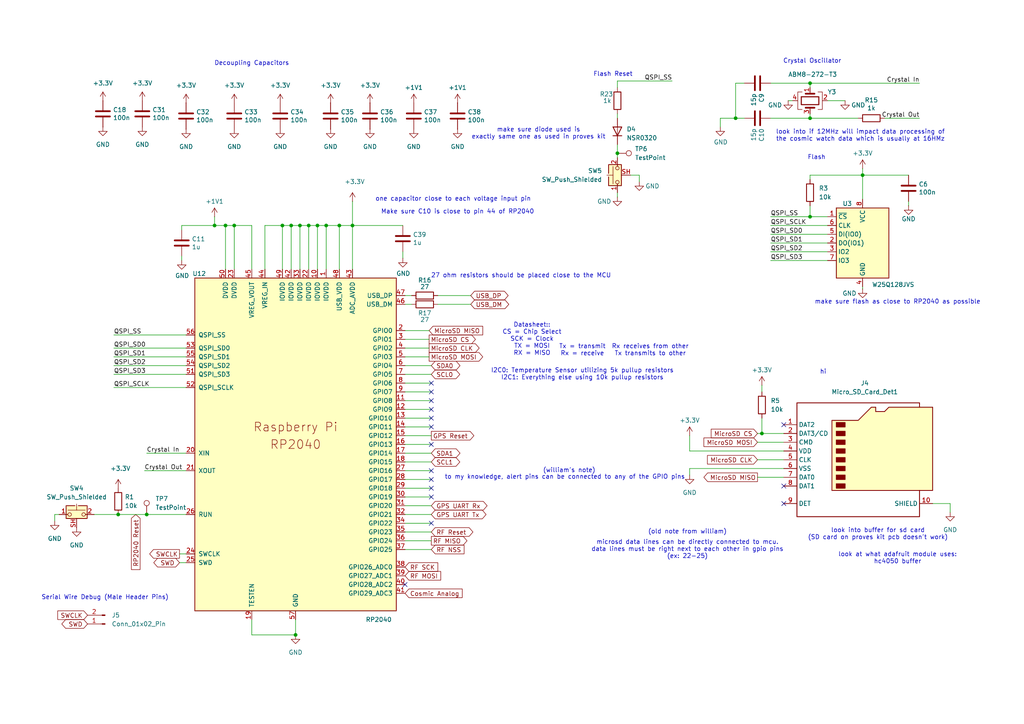
<source format=kicad_sch>
(kicad_sch
	(version 20250114)
	(generator "eeschema")
	(generator_version "9.0")
	(uuid "4a441c2a-eccf-445a-9432-e89c6cb6dbfb")
	(paper "A4")
	(lib_symbols
		(symbol "Connector:Conn_01x02_Pin"
			(pin_names
				(offset 1.016)
				(hide yes)
			)
			(exclude_from_sim no)
			(in_bom yes)
			(on_board yes)
			(property "Reference" "J"
				(at 0 2.54 0)
				(effects
					(font
						(size 1.27 1.27)
					)
				)
			)
			(property "Value" "Conn_01x02_Pin"
				(at 0 -5.08 0)
				(effects
					(font
						(size 1.27 1.27)
					)
				)
			)
			(property "Footprint" ""
				(at 0 0 0)
				(effects
					(font
						(size 1.27 1.27)
					)
					(hide yes)
				)
			)
			(property "Datasheet" "~"
				(at 0 0 0)
				(effects
					(font
						(size 1.27 1.27)
					)
					(hide yes)
				)
			)
			(property "Description" "Generic connector, single row, 01x02, script generated"
				(at 0 0 0)
				(effects
					(font
						(size 1.27 1.27)
					)
					(hide yes)
				)
			)
			(property "ki_locked" ""
				(at 0 0 0)
				(effects
					(font
						(size 1.27 1.27)
					)
				)
			)
			(property "ki_keywords" "connector"
				(at 0 0 0)
				(effects
					(font
						(size 1.27 1.27)
					)
					(hide yes)
				)
			)
			(property "ki_fp_filters" "Connector*:*_1x??_*"
				(at 0 0 0)
				(effects
					(font
						(size 1.27 1.27)
					)
					(hide yes)
				)
			)
			(symbol "Conn_01x02_Pin_1_1"
				(rectangle
					(start 0.8636 0.127)
					(end 0 -0.127)
					(stroke
						(width 0.1524)
						(type default)
					)
					(fill
						(type outline)
					)
				)
				(rectangle
					(start 0.8636 -2.413)
					(end 0 -2.667)
					(stroke
						(width 0.1524)
						(type default)
					)
					(fill
						(type outline)
					)
				)
				(polyline
					(pts
						(xy 1.27 0) (xy 0.8636 0)
					)
					(stroke
						(width 0.1524)
						(type default)
					)
					(fill
						(type none)
					)
				)
				(polyline
					(pts
						(xy 1.27 -2.54) (xy 0.8636 -2.54)
					)
					(stroke
						(width 0.1524)
						(type default)
					)
					(fill
						(type none)
					)
				)
				(pin passive line
					(at 5.08 0 180)
					(length 3.81)
					(name "Pin_1"
						(effects
							(font
								(size 1.27 1.27)
							)
						)
					)
					(number "1"
						(effects
							(font
								(size 1.27 1.27)
							)
						)
					)
				)
				(pin passive line
					(at 5.08 -2.54 180)
					(length 3.81)
					(name "Pin_2"
						(effects
							(font
								(size 1.27 1.27)
							)
						)
					)
					(number "2"
						(effects
							(font
								(size 1.27 1.27)
							)
						)
					)
				)
			)
			(embedded_fonts no)
		)
		(symbol "Connector:Micro_SD_Card_Det1"
			(exclude_from_sim no)
			(in_bom yes)
			(on_board yes)
			(property "Reference" "J"
				(at -16.51 17.78 0)
				(effects
					(font
						(size 1.27 1.27)
					)
				)
			)
			(property "Value" "Micro_SD_Card_Det1"
				(at 16.51 17.78 0)
				(effects
					(font
						(size 1.27 1.27)
					)
					(justify right)
				)
			)
			(property "Footprint" ""
				(at 52.07 17.78 0)
				(effects
					(font
						(size 1.27 1.27)
					)
					(hide yes)
				)
			)
			(property "Datasheet" "https://datasheet.lcsc.com/lcsc/2110151630_XKB-Connectivity-XKTF-015-N_C381082.pdf"
				(at 0 2.54 0)
				(effects
					(font
						(size 1.27 1.27)
					)
					(hide yes)
				)
			)
			(property "Description" "Micro SD Card Socket with one card detection pin"
				(at 0 0 0)
				(effects
					(font
						(size 1.27 1.27)
					)
					(hide yes)
				)
			)
			(property "ki_keywords" "connector SD microsd"
				(at 0 0 0)
				(effects
					(font
						(size 1.27 1.27)
					)
					(hide yes)
				)
			)
			(property "ki_fp_filters" "microSD*"
				(at 0 0 0)
				(effects
					(font
						(size 1.27 1.27)
					)
					(hide yes)
				)
			)
			(symbol "Micro_SD_Card_Det1_0_1"
				(polyline
					(pts
						(xy -8.89 -8.89) (xy -8.89 11.43) (xy -1.27 11.43) (xy 2.54 15.24) (xy 3.81 15.24) (xy 3.81 13.97)
						(xy 6.35 13.97) (xy 7.62 15.24) (xy 20.32 15.24) (xy 20.32 -8.89) (xy -8.89 -8.89)
					)
					(stroke
						(width 0.254)
						(type default)
					)
					(fill
						(type background)
					)
				)
				(rectangle
					(start -7.62 10.795)
					(end -5.08 9.525)
					(stroke
						(width 0.254)
						(type default)
					)
					(fill
						(type outline)
					)
				)
				(rectangle
					(start -7.62 8.255)
					(end -5.08 6.985)
					(stroke
						(width 0.254)
						(type default)
					)
					(fill
						(type outline)
					)
				)
				(rectangle
					(start -7.62 5.715)
					(end -5.08 4.445)
					(stroke
						(width 0.254)
						(type default)
					)
					(fill
						(type outline)
					)
				)
				(rectangle
					(start -7.62 3.175)
					(end -5.08 1.905)
					(stroke
						(width 0.254)
						(type default)
					)
					(fill
						(type outline)
					)
				)
				(rectangle
					(start -7.62 0.635)
					(end -5.08 -0.635)
					(stroke
						(width 0.254)
						(type default)
					)
					(fill
						(type outline)
					)
				)
				(rectangle
					(start -7.62 -1.905)
					(end -5.08 -3.175)
					(stroke
						(width 0.254)
						(type default)
					)
					(fill
						(type outline)
					)
				)
				(rectangle
					(start -7.62 -4.445)
					(end -5.08 -5.715)
					(stroke
						(width 0.254)
						(type default)
					)
					(fill
						(type outline)
					)
				)
				(rectangle
					(start -7.62 -6.985)
					(end -5.08 -8.255)
					(stroke
						(width 0.254)
						(type default)
					)
					(fill
						(type outline)
					)
				)
				(polyline
					(pts
						(xy 16.51 15.24) (xy 16.51 16.51) (xy -19.05 16.51) (xy -19.05 -16.51) (xy 16.51 -16.51) (xy 16.51 -8.89)
					)
					(stroke
						(width 0.254)
						(type default)
					)
					(fill
						(type none)
					)
				)
			)
			(symbol "Micro_SD_Card_Det1_1_1"
				(pin bidirectional line
					(at -22.86 10.16 0)
					(length 3.81)
					(name "DAT2"
						(effects
							(font
								(size 1.27 1.27)
							)
						)
					)
					(number "1"
						(effects
							(font
								(size 1.27 1.27)
							)
						)
					)
				)
				(pin bidirectional line
					(at -22.86 7.62 0)
					(length 3.81)
					(name "DAT3/CD"
						(effects
							(font
								(size 1.27 1.27)
							)
						)
					)
					(number "2"
						(effects
							(font
								(size 1.27 1.27)
							)
						)
					)
				)
				(pin input line
					(at -22.86 5.08 0)
					(length 3.81)
					(name "CMD"
						(effects
							(font
								(size 1.27 1.27)
							)
						)
					)
					(number "3"
						(effects
							(font
								(size 1.27 1.27)
							)
						)
					)
				)
				(pin power_in line
					(at -22.86 2.54 0)
					(length 3.81)
					(name "VDD"
						(effects
							(font
								(size 1.27 1.27)
							)
						)
					)
					(number "4"
						(effects
							(font
								(size 1.27 1.27)
							)
						)
					)
				)
				(pin input line
					(at -22.86 0 0)
					(length 3.81)
					(name "CLK"
						(effects
							(font
								(size 1.27 1.27)
							)
						)
					)
					(number "5"
						(effects
							(font
								(size 1.27 1.27)
							)
						)
					)
				)
				(pin power_in line
					(at -22.86 -2.54 0)
					(length 3.81)
					(name "VSS"
						(effects
							(font
								(size 1.27 1.27)
							)
						)
					)
					(number "6"
						(effects
							(font
								(size 1.27 1.27)
							)
						)
					)
				)
				(pin bidirectional line
					(at -22.86 -5.08 0)
					(length 3.81)
					(name "DAT0"
						(effects
							(font
								(size 1.27 1.27)
							)
						)
					)
					(number "7"
						(effects
							(font
								(size 1.27 1.27)
							)
						)
					)
				)
				(pin bidirectional line
					(at -22.86 -7.62 0)
					(length 3.81)
					(name "DAT1"
						(effects
							(font
								(size 1.27 1.27)
							)
						)
					)
					(number "8"
						(effects
							(font
								(size 1.27 1.27)
							)
						)
					)
				)
				(pin passive line
					(at -22.86 -12.7 0)
					(length 3.81)
					(name "DET"
						(effects
							(font
								(size 1.27 1.27)
							)
						)
					)
					(number "9"
						(effects
							(font
								(size 1.27 1.27)
							)
						)
					)
				)
				(pin passive line
					(at 20.32 -12.7 180)
					(length 3.81)
					(name "SHIELD"
						(effects
							(font
								(size 1.27 1.27)
							)
						)
					)
					(number "10"
						(effects
							(font
								(size 1.27 1.27)
							)
						)
					)
				)
			)
			(embedded_fonts no)
		)
		(symbol "Connector:TestPoint"
			(pin_numbers
				(hide yes)
			)
			(pin_names
				(offset 0.762)
				(hide yes)
			)
			(exclude_from_sim no)
			(in_bom yes)
			(on_board yes)
			(property "Reference" "TP"
				(at 0 6.858 0)
				(effects
					(font
						(size 1.27 1.27)
					)
				)
			)
			(property "Value" "TestPoint"
				(at 0 5.08 0)
				(effects
					(font
						(size 1.27 1.27)
					)
				)
			)
			(property "Footprint" ""
				(at 5.08 0 0)
				(effects
					(font
						(size 1.27 1.27)
					)
					(hide yes)
				)
			)
			(property "Datasheet" "~"
				(at 5.08 0 0)
				(effects
					(font
						(size 1.27 1.27)
					)
					(hide yes)
				)
			)
			(property "Description" "test point"
				(at 0 0 0)
				(effects
					(font
						(size 1.27 1.27)
					)
					(hide yes)
				)
			)
			(property "ki_keywords" "test point tp"
				(at 0 0 0)
				(effects
					(font
						(size 1.27 1.27)
					)
					(hide yes)
				)
			)
			(property "ki_fp_filters" "Pin* Test*"
				(at 0 0 0)
				(effects
					(font
						(size 1.27 1.27)
					)
					(hide yes)
				)
			)
			(symbol "TestPoint_0_1"
				(circle
					(center 0 3.302)
					(radius 0.762)
					(stroke
						(width 0)
						(type default)
					)
					(fill
						(type none)
					)
				)
			)
			(symbol "TestPoint_1_1"
				(pin passive line
					(at 0 0 90)
					(length 2.54)
					(name "1"
						(effects
							(font
								(size 1.27 1.27)
							)
						)
					)
					(number "1"
						(effects
							(font
								(size 1.27 1.27)
							)
						)
					)
				)
			)
			(embedded_fonts no)
		)
		(symbol "Device:C"
			(pin_numbers
				(hide yes)
			)
			(pin_names
				(offset 0.254)
			)
			(exclude_from_sim no)
			(in_bom yes)
			(on_board yes)
			(property "Reference" "C"
				(at 0.635 2.54 0)
				(effects
					(font
						(size 1.27 1.27)
					)
					(justify left)
				)
			)
			(property "Value" "C"
				(at 0.635 -2.54 0)
				(effects
					(font
						(size 1.27 1.27)
					)
					(justify left)
				)
			)
			(property "Footprint" ""
				(at 0.9652 -3.81 0)
				(effects
					(font
						(size 1.27 1.27)
					)
					(hide yes)
				)
			)
			(property "Datasheet" "~"
				(at 0 0 0)
				(effects
					(font
						(size 1.27 1.27)
					)
					(hide yes)
				)
			)
			(property "Description" "Unpolarized capacitor"
				(at 0 0 0)
				(effects
					(font
						(size 1.27 1.27)
					)
					(hide yes)
				)
			)
			(property "ki_keywords" "cap capacitor"
				(at 0 0 0)
				(effects
					(font
						(size 1.27 1.27)
					)
					(hide yes)
				)
			)
			(property "ki_fp_filters" "C_*"
				(at 0 0 0)
				(effects
					(font
						(size 1.27 1.27)
					)
					(hide yes)
				)
			)
			(symbol "C_0_1"
				(polyline
					(pts
						(xy -2.032 0.762) (xy 2.032 0.762)
					)
					(stroke
						(width 0.508)
						(type default)
					)
					(fill
						(type none)
					)
				)
				(polyline
					(pts
						(xy -2.032 -0.762) (xy 2.032 -0.762)
					)
					(stroke
						(width 0.508)
						(type default)
					)
					(fill
						(type none)
					)
				)
			)
			(symbol "C_1_1"
				(pin passive line
					(at 0 3.81 270)
					(length 2.794)
					(name "~"
						(effects
							(font
								(size 1.27 1.27)
							)
						)
					)
					(number "1"
						(effects
							(font
								(size 1.27 1.27)
							)
						)
					)
				)
				(pin passive line
					(at 0 -3.81 90)
					(length 2.794)
					(name "~"
						(effects
							(font
								(size 1.27 1.27)
							)
						)
					)
					(number "2"
						(effects
							(font
								(size 1.27 1.27)
							)
						)
					)
				)
			)
			(embedded_fonts no)
		)
		(symbol "Device:Crystal_GND24"
			(pin_names
				(offset 1.016)
				(hide yes)
			)
			(exclude_from_sim no)
			(in_bom yes)
			(on_board yes)
			(property "Reference" "Y"
				(at 3.175 5.08 0)
				(effects
					(font
						(size 1.27 1.27)
					)
					(justify left)
				)
			)
			(property "Value" "Crystal_GND24"
				(at 3.175 3.175 0)
				(effects
					(font
						(size 1.27 1.27)
					)
					(justify left)
				)
			)
			(property "Footprint" ""
				(at 0 0 0)
				(effects
					(font
						(size 1.27 1.27)
					)
					(hide yes)
				)
			)
			(property "Datasheet" "~"
				(at 0 0 0)
				(effects
					(font
						(size 1.27 1.27)
					)
					(hide yes)
				)
			)
			(property "Description" "Four pin crystal, GND on pins 2 and 4"
				(at 0 0 0)
				(effects
					(font
						(size 1.27 1.27)
					)
					(hide yes)
				)
			)
			(property "ki_keywords" "quartz ceramic resonator oscillator"
				(at 0 0 0)
				(effects
					(font
						(size 1.27 1.27)
					)
					(hide yes)
				)
			)
			(property "ki_fp_filters" "Crystal*"
				(at 0 0 0)
				(effects
					(font
						(size 1.27 1.27)
					)
					(hide yes)
				)
			)
			(symbol "Crystal_GND24_0_1"
				(polyline
					(pts
						(xy -2.54 2.286) (xy -2.54 3.556) (xy 2.54 3.556) (xy 2.54 2.286)
					)
					(stroke
						(width 0)
						(type default)
					)
					(fill
						(type none)
					)
				)
				(polyline
					(pts
						(xy -2.54 0) (xy -2.032 0)
					)
					(stroke
						(width 0)
						(type default)
					)
					(fill
						(type none)
					)
				)
				(polyline
					(pts
						(xy -2.54 -2.286) (xy -2.54 -3.556) (xy 2.54 -3.556) (xy 2.54 -2.286)
					)
					(stroke
						(width 0)
						(type default)
					)
					(fill
						(type none)
					)
				)
				(polyline
					(pts
						(xy -2.032 -1.27) (xy -2.032 1.27)
					)
					(stroke
						(width 0.508)
						(type default)
					)
					(fill
						(type none)
					)
				)
				(rectangle
					(start -1.143 2.54)
					(end 1.143 -2.54)
					(stroke
						(width 0.3048)
						(type default)
					)
					(fill
						(type none)
					)
				)
				(polyline
					(pts
						(xy 0 3.556) (xy 0 3.81)
					)
					(stroke
						(width 0)
						(type default)
					)
					(fill
						(type none)
					)
				)
				(polyline
					(pts
						(xy 0 -3.81) (xy 0 -3.556)
					)
					(stroke
						(width 0)
						(type default)
					)
					(fill
						(type none)
					)
				)
				(polyline
					(pts
						(xy 2.032 0) (xy 2.54 0)
					)
					(stroke
						(width 0)
						(type default)
					)
					(fill
						(type none)
					)
				)
				(polyline
					(pts
						(xy 2.032 -1.27) (xy 2.032 1.27)
					)
					(stroke
						(width 0.508)
						(type default)
					)
					(fill
						(type none)
					)
				)
			)
			(symbol "Crystal_GND24_1_1"
				(pin passive line
					(at -3.81 0 0)
					(length 1.27)
					(name "1"
						(effects
							(font
								(size 1.27 1.27)
							)
						)
					)
					(number "1"
						(effects
							(font
								(size 1.27 1.27)
							)
						)
					)
				)
				(pin passive line
					(at 0 5.08 270)
					(length 1.27)
					(name "2"
						(effects
							(font
								(size 1.27 1.27)
							)
						)
					)
					(number "2"
						(effects
							(font
								(size 1.27 1.27)
							)
						)
					)
				)
				(pin passive line
					(at 0 -5.08 90)
					(length 1.27)
					(name "4"
						(effects
							(font
								(size 1.27 1.27)
							)
						)
					)
					(number "4"
						(effects
							(font
								(size 1.27 1.27)
							)
						)
					)
				)
				(pin passive line
					(at 3.81 0 180)
					(length 1.27)
					(name "3"
						(effects
							(font
								(size 1.27 1.27)
							)
						)
					)
					(number "3"
						(effects
							(font
								(size 1.27 1.27)
							)
						)
					)
				)
			)
			(embedded_fonts no)
		)
		(symbol "Device:R"
			(pin_numbers
				(hide yes)
			)
			(pin_names
				(offset 0)
			)
			(exclude_from_sim no)
			(in_bom yes)
			(on_board yes)
			(property "Reference" "R"
				(at 2.032 0 90)
				(effects
					(font
						(size 1.27 1.27)
					)
				)
			)
			(property "Value" "R"
				(at 0 0 90)
				(effects
					(font
						(size 1.27 1.27)
					)
				)
			)
			(property "Footprint" ""
				(at -1.778 0 90)
				(effects
					(font
						(size 1.27 1.27)
					)
					(hide yes)
				)
			)
			(property "Datasheet" "~"
				(at 0 0 0)
				(effects
					(font
						(size 1.27 1.27)
					)
					(hide yes)
				)
			)
			(property "Description" "Resistor"
				(at 0 0 0)
				(effects
					(font
						(size 1.27 1.27)
					)
					(hide yes)
				)
			)
			(property "ki_keywords" "R res resistor"
				(at 0 0 0)
				(effects
					(font
						(size 1.27 1.27)
					)
					(hide yes)
				)
			)
			(property "ki_fp_filters" "R_*"
				(at 0 0 0)
				(effects
					(font
						(size 1.27 1.27)
					)
					(hide yes)
				)
			)
			(symbol "R_0_1"
				(rectangle
					(start -1.016 -2.54)
					(end 1.016 2.54)
					(stroke
						(width 0.254)
						(type default)
					)
					(fill
						(type none)
					)
				)
			)
			(symbol "R_1_1"
				(pin passive line
					(at 0 3.81 270)
					(length 1.27)
					(name "~"
						(effects
							(font
								(size 1.27 1.27)
							)
						)
					)
					(number "1"
						(effects
							(font
								(size 1.27 1.27)
							)
						)
					)
				)
				(pin passive line
					(at 0 -3.81 90)
					(length 1.27)
					(name "~"
						(effects
							(font
								(size 1.27 1.27)
							)
						)
					)
					(number "2"
						(effects
							(font
								(size 1.27 1.27)
							)
						)
					)
				)
			)
			(embedded_fonts no)
		)
		(symbol "Diode:1SS355VM"
			(pin_numbers
				(hide yes)
			)
			(pin_names
				(hide yes)
			)
			(exclude_from_sim no)
			(in_bom yes)
			(on_board yes)
			(property "Reference" "D"
				(at 0 2.54 0)
				(effects
					(font
						(size 1.27 1.27)
					)
				)
			)
			(property "Value" "1SS355VM"
				(at 0 -2.54 0)
				(effects
					(font
						(size 1.27 1.27)
					)
				)
			)
			(property "Footprint" "Diode_SMD:D_SOD-323F"
				(at 0 -4.445 0)
				(effects
					(font
						(size 1.27 1.27)
					)
					(hide yes)
				)
			)
			(property "Datasheet" "https://fscdn.rohm.com/en/products/databook/datasheet/discrete/diode/switching/1ss355vmte-17-e.pdf"
				(at 0 0 0)
				(effects
					(font
						(size 1.27 1.27)
					)
					(hide yes)
				)
			)
			(property "Description" "90V 0.1A high speed switching Diode, SOD-323F"
				(at 0 0 0)
				(effects
					(font
						(size 1.27 1.27)
					)
					(hide yes)
				)
			)
			(property "Sim.Device" "D"
				(at 0 0 0)
				(effects
					(font
						(size 1.27 1.27)
					)
					(hide yes)
				)
			)
			(property "Sim.Pins" "1=K 2=A"
				(at 0 0 0)
				(effects
					(font
						(size 1.27 1.27)
					)
					(hide yes)
				)
			)
			(property "ki_keywords" "diode"
				(at 0 0 0)
				(effects
					(font
						(size 1.27 1.27)
					)
					(hide yes)
				)
			)
			(property "ki_fp_filters" "D*SOD?323F*"
				(at 0 0 0)
				(effects
					(font
						(size 1.27 1.27)
					)
					(hide yes)
				)
			)
			(symbol "1SS355VM_0_1"
				(polyline
					(pts
						(xy -1.27 1.27) (xy -1.27 -1.27)
					)
					(stroke
						(width 0.254)
						(type default)
					)
					(fill
						(type none)
					)
				)
				(polyline
					(pts
						(xy 1.27 1.27) (xy 1.27 -1.27) (xy -1.27 0) (xy 1.27 1.27)
					)
					(stroke
						(width 0.254)
						(type default)
					)
					(fill
						(type none)
					)
				)
				(polyline
					(pts
						(xy 1.27 0) (xy -1.27 0)
					)
					(stroke
						(width 0)
						(type default)
					)
					(fill
						(type none)
					)
				)
			)
			(symbol "1SS355VM_1_1"
				(pin passive line
					(at -3.81 0 0)
					(length 2.54)
					(name "K"
						(effects
							(font
								(size 1.27 1.27)
							)
						)
					)
					(number "1"
						(effects
							(font
								(size 1.27 1.27)
							)
						)
					)
				)
				(pin passive line
					(at 3.81 0 180)
					(length 2.54)
					(name "A"
						(effects
							(font
								(size 1.27 1.27)
							)
						)
					)
					(number "2"
						(effects
							(font
								(size 1.27 1.27)
							)
						)
					)
				)
			)
			(embedded_fonts no)
		)
		(symbol "MCU_RaspberryPi_RP2040:RP2040"
			(pin_names
				(offset 1.016)
			)
			(exclude_from_sim no)
			(in_bom yes)
			(on_board yes)
			(property "Reference" "U"
				(at -29.21 49.53 0)
				(effects
					(font
						(size 1.27 1.27)
					)
				)
			)
			(property "Value" "RP2040"
				(at 24.13 -49.53 0)
				(effects
					(font
						(size 1.27 1.27)
					)
				)
			)
			(property "Footprint" "RP2040_minimal:RP2040-QFN-56"
				(at -19.05 0 0)
				(effects
					(font
						(size 1.27 1.27)
					)
					(hide yes)
				)
			)
			(property "Datasheet" ""
				(at -19.05 0 0)
				(effects
					(font
						(size 1.27 1.27)
					)
					(hide yes)
				)
			)
			(property "Description" ""
				(at 0 0 0)
				(effects
					(font
						(size 1.27 1.27)
					)
					(hide yes)
				)
			)
			(symbol "RP2040_0_0"
				(text "Raspberry Pi"
					(at 0 5.08 0)
					(effects
						(font
							(size 2.54 2.54)
						)
					)
				)
				(text "RP2040"
					(at 0 0 0)
					(effects
						(font
							(size 2.54 2.54)
						)
					)
				)
			)
			(symbol "RP2040_0_1"
				(rectangle
					(start 29.21 48.26)
					(end -29.21 -48.26)
					(stroke
						(width 0.254)
						(type solid)
					)
					(fill
						(type background)
					)
				)
			)
			(symbol "RP2040_1_1"
				(pin bidirectional line
					(at -31.75 31.75 0)
					(length 2.54)
					(name "QSPI_SS"
						(effects
							(font
								(size 1.27 1.27)
							)
						)
					)
					(number "56"
						(effects
							(font
								(size 1.27 1.27)
							)
						)
					)
				)
				(pin bidirectional line
					(at -31.75 27.94 0)
					(length 2.54)
					(name "QSPI_SD0"
						(effects
							(font
								(size 1.27 1.27)
							)
						)
					)
					(number "53"
						(effects
							(font
								(size 1.27 1.27)
							)
						)
					)
				)
				(pin bidirectional line
					(at -31.75 25.4 0)
					(length 2.54)
					(name "QSPI_SD1"
						(effects
							(font
								(size 1.27 1.27)
							)
						)
					)
					(number "55"
						(effects
							(font
								(size 1.27 1.27)
							)
						)
					)
				)
				(pin bidirectional line
					(at -31.75 22.86 0)
					(length 2.54)
					(name "QSPI_SD2"
						(effects
							(font
								(size 1.27 1.27)
							)
						)
					)
					(number "54"
						(effects
							(font
								(size 1.27 1.27)
							)
						)
					)
				)
				(pin bidirectional line
					(at -31.75 20.32 0)
					(length 2.54)
					(name "QSPI_SD3"
						(effects
							(font
								(size 1.27 1.27)
							)
						)
					)
					(number "51"
						(effects
							(font
								(size 1.27 1.27)
							)
						)
					)
				)
				(pin output line
					(at -31.75 16.51 0)
					(length 2.54)
					(name "QSPI_SCLK"
						(effects
							(font
								(size 1.27 1.27)
							)
						)
					)
					(number "52"
						(effects
							(font
								(size 1.27 1.27)
							)
						)
					)
				)
				(pin input line
					(at -31.75 -2.54 0)
					(length 2.54)
					(name "XIN"
						(effects
							(font
								(size 1.27 1.27)
							)
						)
					)
					(number "20"
						(effects
							(font
								(size 1.27 1.27)
							)
						)
					)
				)
				(pin passive line
					(at -31.75 -7.62 0)
					(length 2.54)
					(name "XOUT"
						(effects
							(font
								(size 1.27 1.27)
							)
						)
					)
					(number "21"
						(effects
							(font
								(size 1.27 1.27)
							)
						)
					)
				)
				(pin input line
					(at -31.75 -20.32 0)
					(length 2.54)
					(name "RUN"
						(effects
							(font
								(size 1.27 1.27)
							)
						)
					)
					(number "26"
						(effects
							(font
								(size 1.27 1.27)
							)
						)
					)
				)
				(pin output line
					(at -31.75 -31.75 0)
					(length 2.54)
					(name "SWCLK"
						(effects
							(font
								(size 1.27 1.27)
							)
						)
					)
					(number "24"
						(effects
							(font
								(size 1.27 1.27)
							)
						)
					)
				)
				(pin bidirectional line
					(at -31.75 -34.29 0)
					(length 2.54)
					(name "SWD"
						(effects
							(font
								(size 1.27 1.27)
							)
						)
					)
					(number "25"
						(effects
							(font
								(size 1.27 1.27)
							)
						)
					)
				)
				(pin power_in line
					(at -20.32 50.8 270)
					(length 2.54)
					(name "DVDD"
						(effects
							(font
								(size 1.27 1.27)
							)
						)
					)
					(number "50"
						(effects
							(font
								(size 1.27 1.27)
							)
						)
					)
				)
				(pin power_in line
					(at -17.78 50.8 270)
					(length 2.54)
					(name "DVDD"
						(effects
							(font
								(size 1.27 1.27)
							)
						)
					)
					(number "23"
						(effects
							(font
								(size 1.27 1.27)
							)
						)
					)
				)
				(pin power_out line
					(at -12.7 50.8 270)
					(length 2.54)
					(name "VREG_VOUT"
						(effects
							(font
								(size 1.27 1.27)
							)
						)
					)
					(number "45"
						(effects
							(font
								(size 1.27 1.27)
							)
						)
					)
				)
				(pin passive line
					(at -12.7 -50.8 90)
					(length 2.54)
					(name "TESTEN"
						(effects
							(font
								(size 1.27 1.27)
							)
						)
					)
					(number "19"
						(effects
							(font
								(size 1.27 1.27)
							)
						)
					)
				)
				(pin power_in line
					(at -8.89 50.8 270)
					(length 2.54)
					(name "VREG_IN"
						(effects
							(font
								(size 1.27 1.27)
							)
						)
					)
					(number "44"
						(effects
							(font
								(size 1.27 1.27)
							)
						)
					)
				)
				(pin power_in line
					(at -3.81 50.8 270)
					(length 2.54)
					(name "IOVDD"
						(effects
							(font
								(size 1.27 1.27)
							)
						)
					)
					(number "49"
						(effects
							(font
								(size 1.27 1.27)
							)
						)
					)
				)
				(pin power_in line
					(at -1.27 50.8 270)
					(length 2.54)
					(name "IOVDD"
						(effects
							(font
								(size 1.27 1.27)
							)
						)
					)
					(number "42"
						(effects
							(font
								(size 1.27 1.27)
							)
						)
					)
				)
				(pin power_in line
					(at 0 -50.8 90)
					(length 2.54)
					(name "GND"
						(effects
							(font
								(size 1.27 1.27)
							)
						)
					)
					(number "57"
						(effects
							(font
								(size 1.27 1.27)
							)
						)
					)
				)
				(pin power_in line
					(at 1.27 50.8 270)
					(length 2.54)
					(name "IOVDD"
						(effects
							(font
								(size 1.27 1.27)
							)
						)
					)
					(number "33"
						(effects
							(font
								(size 1.27 1.27)
							)
						)
					)
				)
				(pin power_in line
					(at 3.81 50.8 270)
					(length 2.54)
					(name "IOVDD"
						(effects
							(font
								(size 1.27 1.27)
							)
						)
					)
					(number "22"
						(effects
							(font
								(size 1.27 1.27)
							)
						)
					)
				)
				(pin power_in line
					(at 6.35 50.8 270)
					(length 2.54)
					(name "IOVDD"
						(effects
							(font
								(size 1.27 1.27)
							)
						)
					)
					(number "10"
						(effects
							(font
								(size 1.27 1.27)
							)
						)
					)
				)
				(pin power_in line
					(at 8.89 50.8 270)
					(length 2.54)
					(name "IOVDD"
						(effects
							(font
								(size 1.27 1.27)
							)
						)
					)
					(number "1"
						(effects
							(font
								(size 1.27 1.27)
							)
						)
					)
				)
				(pin power_in line
					(at 12.7 50.8 270)
					(length 2.54)
					(name "USB_VDD"
						(effects
							(font
								(size 1.27 1.27)
							)
						)
					)
					(number "48"
						(effects
							(font
								(size 1.27 1.27)
							)
						)
					)
				)
				(pin power_in line
					(at 16.51 50.8 270)
					(length 2.54)
					(name "ADC_AVDD"
						(effects
							(font
								(size 1.27 1.27)
							)
						)
					)
					(number "43"
						(effects
							(font
								(size 1.27 1.27)
							)
						)
					)
				)
				(pin bidirectional line
					(at 31.75 43.18 180)
					(length 2.54)
					(name "USB_DP"
						(effects
							(font
								(size 1.27 1.27)
							)
						)
					)
					(number "47"
						(effects
							(font
								(size 1.27 1.27)
							)
						)
					)
				)
				(pin bidirectional line
					(at 31.75 40.64 180)
					(length 2.54)
					(name "USB_DM"
						(effects
							(font
								(size 1.27 1.27)
							)
						)
					)
					(number "46"
						(effects
							(font
								(size 1.27 1.27)
							)
						)
					)
				)
				(pin bidirectional line
					(at 31.75 33.02 180)
					(length 2.54)
					(name "GPIO0"
						(effects
							(font
								(size 1.27 1.27)
							)
						)
					)
					(number "2"
						(effects
							(font
								(size 1.27 1.27)
							)
						)
					)
				)
				(pin bidirectional line
					(at 31.75 30.48 180)
					(length 2.54)
					(name "GPIO1"
						(effects
							(font
								(size 1.27 1.27)
							)
						)
					)
					(number "3"
						(effects
							(font
								(size 1.27 1.27)
							)
						)
					)
				)
				(pin bidirectional line
					(at 31.75 27.94 180)
					(length 2.54)
					(name "GPIO2"
						(effects
							(font
								(size 1.27 1.27)
							)
						)
					)
					(number "4"
						(effects
							(font
								(size 1.27 1.27)
							)
						)
					)
				)
				(pin bidirectional line
					(at 31.75 25.4 180)
					(length 2.54)
					(name "GPIO3"
						(effects
							(font
								(size 1.27 1.27)
							)
						)
					)
					(number "5"
						(effects
							(font
								(size 1.27 1.27)
							)
						)
					)
				)
				(pin bidirectional line
					(at 31.75 22.86 180)
					(length 2.54)
					(name "GPIO4"
						(effects
							(font
								(size 1.27 1.27)
							)
						)
					)
					(number "6"
						(effects
							(font
								(size 1.27 1.27)
							)
						)
					)
				)
				(pin bidirectional line
					(at 31.75 20.32 180)
					(length 2.54)
					(name "GPIO5"
						(effects
							(font
								(size 1.27 1.27)
							)
						)
					)
					(number "7"
						(effects
							(font
								(size 1.27 1.27)
							)
						)
					)
				)
				(pin bidirectional line
					(at 31.75 17.78 180)
					(length 2.54)
					(name "GPIO6"
						(effects
							(font
								(size 1.27 1.27)
							)
						)
					)
					(number "8"
						(effects
							(font
								(size 1.27 1.27)
							)
						)
					)
				)
				(pin bidirectional line
					(at 31.75 15.24 180)
					(length 2.54)
					(name "GPIO7"
						(effects
							(font
								(size 1.27 1.27)
							)
						)
					)
					(number "9"
						(effects
							(font
								(size 1.27 1.27)
							)
						)
					)
				)
				(pin bidirectional line
					(at 31.75 12.7 180)
					(length 2.54)
					(name "GPIO8"
						(effects
							(font
								(size 1.27 1.27)
							)
						)
					)
					(number "11"
						(effects
							(font
								(size 1.27 1.27)
							)
						)
					)
				)
				(pin bidirectional line
					(at 31.75 10.16 180)
					(length 2.54)
					(name "GPIO9"
						(effects
							(font
								(size 1.27 1.27)
							)
						)
					)
					(number "12"
						(effects
							(font
								(size 1.27 1.27)
							)
						)
					)
				)
				(pin bidirectional line
					(at 31.75 7.62 180)
					(length 2.54)
					(name "GPIO10"
						(effects
							(font
								(size 1.27 1.27)
							)
						)
					)
					(number "13"
						(effects
							(font
								(size 1.27 1.27)
							)
						)
					)
				)
				(pin bidirectional line
					(at 31.75 5.08 180)
					(length 2.54)
					(name "GPIO11"
						(effects
							(font
								(size 1.27 1.27)
							)
						)
					)
					(number "14"
						(effects
							(font
								(size 1.27 1.27)
							)
						)
					)
				)
				(pin bidirectional line
					(at 31.75 2.54 180)
					(length 2.54)
					(name "GPIO12"
						(effects
							(font
								(size 1.27 1.27)
							)
						)
					)
					(number "15"
						(effects
							(font
								(size 1.27 1.27)
							)
						)
					)
				)
				(pin bidirectional line
					(at 31.75 0 180)
					(length 2.54)
					(name "GPIO13"
						(effects
							(font
								(size 1.27 1.27)
							)
						)
					)
					(number "16"
						(effects
							(font
								(size 1.27 1.27)
							)
						)
					)
				)
				(pin bidirectional line
					(at 31.75 -2.54 180)
					(length 2.54)
					(name "GPIO14"
						(effects
							(font
								(size 1.27 1.27)
							)
						)
					)
					(number "17"
						(effects
							(font
								(size 1.27 1.27)
							)
						)
					)
				)
				(pin bidirectional line
					(at 31.75 -5.08 180)
					(length 2.54)
					(name "GPIO15"
						(effects
							(font
								(size 1.27 1.27)
							)
						)
					)
					(number "18"
						(effects
							(font
								(size 1.27 1.27)
							)
						)
					)
				)
				(pin bidirectional line
					(at 31.75 -7.62 180)
					(length 2.54)
					(name "GPIO16"
						(effects
							(font
								(size 1.27 1.27)
							)
						)
					)
					(number "27"
						(effects
							(font
								(size 1.27 1.27)
							)
						)
					)
				)
				(pin bidirectional line
					(at 31.75 -10.16 180)
					(length 2.54)
					(name "GPIO17"
						(effects
							(font
								(size 1.27 1.27)
							)
						)
					)
					(number "28"
						(effects
							(font
								(size 1.27 1.27)
							)
						)
					)
				)
				(pin bidirectional line
					(at 31.75 -12.7 180)
					(length 2.54)
					(name "GPIO18"
						(effects
							(font
								(size 1.27 1.27)
							)
						)
					)
					(number "29"
						(effects
							(font
								(size 1.27 1.27)
							)
						)
					)
				)
				(pin bidirectional line
					(at 31.75 -15.24 180)
					(length 2.54)
					(name "GPIO19"
						(effects
							(font
								(size 1.27 1.27)
							)
						)
					)
					(number "30"
						(effects
							(font
								(size 1.27 1.27)
							)
						)
					)
				)
				(pin bidirectional line
					(at 31.75 -17.78 180)
					(length 2.54)
					(name "GPIO20"
						(effects
							(font
								(size 1.27 1.27)
							)
						)
					)
					(number "31"
						(effects
							(font
								(size 1.27 1.27)
							)
						)
					)
				)
				(pin bidirectional line
					(at 31.75 -20.32 180)
					(length 2.54)
					(name "GPIO21"
						(effects
							(font
								(size 1.27 1.27)
							)
						)
					)
					(number "32"
						(effects
							(font
								(size 1.27 1.27)
							)
						)
					)
				)
				(pin bidirectional line
					(at 31.75 -22.86 180)
					(length 2.54)
					(name "GPIO22"
						(effects
							(font
								(size 1.27 1.27)
							)
						)
					)
					(number "34"
						(effects
							(font
								(size 1.27 1.27)
							)
						)
					)
				)
				(pin bidirectional line
					(at 31.75 -25.4 180)
					(length 2.54)
					(name "GPIO23"
						(effects
							(font
								(size 1.27 1.27)
							)
						)
					)
					(number "35"
						(effects
							(font
								(size 1.27 1.27)
							)
						)
					)
				)
				(pin bidirectional line
					(at 31.75 -27.94 180)
					(length 2.54)
					(name "GPIO24"
						(effects
							(font
								(size 1.27 1.27)
							)
						)
					)
					(number "36"
						(effects
							(font
								(size 1.27 1.27)
							)
						)
					)
				)
				(pin bidirectional line
					(at 31.75 -30.48 180)
					(length 2.54)
					(name "GPIO25"
						(effects
							(font
								(size 1.27 1.27)
							)
						)
					)
					(number "37"
						(effects
							(font
								(size 1.27 1.27)
							)
						)
					)
				)
				(pin bidirectional line
					(at 31.75 -35.56 180)
					(length 2.54)
					(name "GPIO26_ADC0"
						(effects
							(font
								(size 1.27 1.27)
							)
						)
					)
					(number "38"
						(effects
							(font
								(size 1.27 1.27)
							)
						)
					)
				)
				(pin bidirectional line
					(at 31.75 -38.1 180)
					(length 2.54)
					(name "GPIO27_ADC1"
						(effects
							(font
								(size 1.27 1.27)
							)
						)
					)
					(number "39"
						(effects
							(font
								(size 1.27 1.27)
							)
						)
					)
				)
				(pin bidirectional line
					(at 31.75 -40.64 180)
					(length 2.54)
					(name "GPIO28_ADC2"
						(effects
							(font
								(size 1.27 1.27)
							)
						)
					)
					(number "40"
						(effects
							(font
								(size 1.27 1.27)
							)
						)
					)
				)
				(pin bidirectional line
					(at 31.75 -43.18 180)
					(length 2.54)
					(name "GPIO29_ADC3"
						(effects
							(font
								(size 1.27 1.27)
							)
						)
					)
					(number "41"
						(effects
							(font
								(size 1.27 1.27)
							)
						)
					)
				)
			)
			(embedded_fonts no)
		)
		(symbol "Memory_Flash:W25Q128JVS"
			(exclude_from_sim no)
			(in_bom yes)
			(on_board yes)
			(property "Reference" "U"
				(at -8.89 8.89 0)
				(effects
					(font
						(size 1.27 1.27)
					)
				)
			)
			(property "Value" "W25Q128JVS"
				(at 7.62 8.89 0)
				(effects
					(font
						(size 1.27 1.27)
					)
				)
			)
			(property "Footprint" "Package_SO:SOIC-8_5.23x5.23mm_P1.27mm"
				(at 0 0 0)
				(effects
					(font
						(size 1.27 1.27)
					)
					(hide yes)
				)
			)
			(property "Datasheet" "http://www.winbond.com/resource-files/w25q128jv_dtr%20revc%2003272018%20plus.pdf"
				(at 0 0 0)
				(effects
					(font
						(size 1.27 1.27)
					)
					(hide yes)
				)
			)
			(property "Description" "128Mb Serial Flash Memory, Standard/Dual/Quad SPI, SOIC-8"
				(at 0 0 0)
				(effects
					(font
						(size 1.27 1.27)
					)
					(hide yes)
				)
			)
			(property "ki_keywords" "flash memory SPI QPI DTR"
				(at 0 0 0)
				(effects
					(font
						(size 1.27 1.27)
					)
					(hide yes)
				)
			)
			(property "ki_fp_filters" "SOIC*5.23x5.23mm*P1.27mm*"
				(at 0 0 0)
				(effects
					(font
						(size 1.27 1.27)
					)
					(hide yes)
				)
			)
			(symbol "W25Q128JVS_0_1"
				(rectangle
					(start -7.62 10.16)
					(end 7.62 -10.16)
					(stroke
						(width 0.254)
						(type default)
					)
					(fill
						(type background)
					)
				)
			)
			(symbol "W25Q128JVS_1_1"
				(pin input line
					(at -10.16 7.62 0)
					(length 2.54)
					(name "~{CS}"
						(effects
							(font
								(size 1.27 1.27)
							)
						)
					)
					(number "1"
						(effects
							(font
								(size 1.27 1.27)
							)
						)
					)
				)
				(pin input line
					(at -10.16 5.08 0)
					(length 2.54)
					(name "CLK"
						(effects
							(font
								(size 1.27 1.27)
							)
						)
					)
					(number "6"
						(effects
							(font
								(size 1.27 1.27)
							)
						)
					)
				)
				(pin bidirectional line
					(at -10.16 2.54 0)
					(length 2.54)
					(name "DI(IO0)"
						(effects
							(font
								(size 1.27 1.27)
							)
						)
					)
					(number "5"
						(effects
							(font
								(size 1.27 1.27)
							)
						)
					)
				)
				(pin bidirectional line
					(at -10.16 0 0)
					(length 2.54)
					(name "DO(IO1)"
						(effects
							(font
								(size 1.27 1.27)
							)
						)
					)
					(number "2"
						(effects
							(font
								(size 1.27 1.27)
							)
						)
					)
				)
				(pin bidirectional line
					(at -10.16 -2.54 0)
					(length 2.54)
					(name "IO2"
						(effects
							(font
								(size 1.27 1.27)
							)
						)
					)
					(number "3"
						(effects
							(font
								(size 1.27 1.27)
							)
						)
					)
				)
				(pin bidirectional line
					(at -10.16 -5.08 0)
					(length 2.54)
					(name "IO3"
						(effects
							(font
								(size 1.27 1.27)
							)
						)
					)
					(number "7"
						(effects
							(font
								(size 1.27 1.27)
							)
						)
					)
				)
				(pin power_in line
					(at 0 12.7 270)
					(length 2.54)
					(name "VCC"
						(effects
							(font
								(size 1.27 1.27)
							)
						)
					)
					(number "8"
						(effects
							(font
								(size 1.27 1.27)
							)
						)
					)
				)
				(pin power_in line
					(at 0 -12.7 90)
					(length 2.54)
					(name "GND"
						(effects
							(font
								(size 1.27 1.27)
							)
						)
					)
					(number "4"
						(effects
							(font
								(size 1.27 1.27)
							)
						)
					)
				)
			)
			(embedded_fonts no)
		)
		(symbol "Switch:SW_Push_Shielded"
			(pin_names
				(offset 1.016)
				(hide yes)
			)
			(exclude_from_sim no)
			(in_bom yes)
			(on_board yes)
			(property "Reference" "SW"
				(at 4.318 2.032 0)
				(effects
					(font
						(size 1.27 1.27)
					)
					(justify left)
				)
			)
			(property "Value" "SW_Push_Shielded"
				(at 0 4.572 0)
				(effects
					(font
						(size 1.27 1.27)
					)
				)
			)
			(property "Footprint" ""
				(at 0 5.08 0)
				(effects
					(font
						(size 1.27 1.27)
					)
					(hide yes)
				)
			)
			(property "Datasheet" "~"
				(at 0 5.08 0)
				(effects
					(font
						(size 1.27 1.27)
					)
					(hide yes)
				)
			)
			(property "Description" "Generic push-button switch, two contact pins and shield pin(s)"
				(at 0 0 0)
				(effects
					(font
						(size 1.27 1.27)
					)
					(hide yes)
				)
			)
			(property "ki_keywords" "switch normally-open pushbutton momentary"
				(at 0 0 0)
				(effects
					(font
						(size 1.27 1.27)
					)
					(hide yes)
				)
			)
			(symbol "SW_Push_Shielded_0_1"
				(circle
					(center -2.032 0)
					(radius 0.508)
					(stroke
						(width 0)
						(type default)
					)
					(fill
						(type none)
					)
				)
				(polyline
					(pts
						(xy 0 1.27) (xy 0 3.048)
					)
					(stroke
						(width 0)
						(type default)
					)
					(fill
						(type none)
					)
				)
				(polyline
					(pts
						(xy 0.508 2.54) (xy 3.048 2.54) (xy 3.048 -1.143) (xy -3.048 -1.143) (xy -3.048 2.54) (xy -0.508 2.54)
					)
					(stroke
						(width -0.0254)
						(type default)
					)
					(fill
						(type none)
					)
				)
				(polyline
					(pts
						(xy 0.508 2.54) (xy 3.048 2.54) (xy 3.048 -1.143) (xy -3.048 -1.143) (xy -3.048 2.54) (xy -0.508 2.54)
					)
					(stroke
						(width 0.254)
						(type default)
					)
					(fill
						(type none)
					)
				)
				(circle
					(center 2.032 0)
					(radius 0.508)
					(stroke
						(width 0)
						(type default)
					)
					(fill
						(type none)
					)
				)
				(polyline
					(pts
						(xy 2.54 1.27) (xy -2.54 1.27)
					)
					(stroke
						(width 0)
						(type default)
					)
					(fill
						(type none)
					)
				)
				(pin passive line
					(at -5.08 0 0)
					(length 2.54)
					(name "1"
						(effects
							(font
								(size 1.27 1.27)
							)
						)
					)
					(number "1"
						(effects
							(font
								(size 1.27 1.27)
							)
						)
					)
				)
				(pin passive line
					(at 5.08 0 180)
					(length 2.54)
					(name "2"
						(effects
							(font
								(size 1.27 1.27)
							)
						)
					)
					(number "2"
						(effects
							(font
								(size 1.27 1.27)
							)
						)
					)
				)
			)
			(symbol "SW_Push_Shielded_1_1"
				(rectangle
					(start -3.048 2.54)
					(end 3.048 -1.27)
					(stroke
						(width -0.0254)
						(type default)
					)
					(fill
						(type background)
					)
				)
				(pin passive line
					(at 0 -3.81 90)
					(length 2.54)
					(name "B"
						(effects
							(font
								(size 1.27 1.27)
							)
						)
					)
					(number "SH"
						(effects
							(font
								(size 1.27 1.27)
							)
						)
					)
				)
			)
			(embedded_fonts no)
		)
		(symbol "power:+1V1"
			(power)
			(pin_numbers
				(hide yes)
			)
			(pin_names
				(offset 0)
				(hide yes)
			)
			(exclude_from_sim no)
			(in_bom yes)
			(on_board yes)
			(property "Reference" "#PWR"
				(at 0 -3.81 0)
				(effects
					(font
						(size 1.27 1.27)
					)
					(hide yes)
				)
			)
			(property "Value" "+1V1"
				(at 0 3.556 0)
				(effects
					(font
						(size 1.27 1.27)
					)
				)
			)
			(property "Footprint" ""
				(at 0 0 0)
				(effects
					(font
						(size 1.27 1.27)
					)
					(hide yes)
				)
			)
			(property "Datasheet" ""
				(at 0 0 0)
				(effects
					(font
						(size 1.27 1.27)
					)
					(hide yes)
				)
			)
			(property "Description" "Power symbol creates a global label with name \"+1V1\""
				(at 0 0 0)
				(effects
					(font
						(size 1.27 1.27)
					)
					(hide yes)
				)
			)
			(property "ki_keywords" "global power"
				(at 0 0 0)
				(effects
					(font
						(size 1.27 1.27)
					)
					(hide yes)
				)
			)
			(symbol "+1V1_0_1"
				(polyline
					(pts
						(xy -0.762 1.27) (xy 0 2.54)
					)
					(stroke
						(width 0)
						(type default)
					)
					(fill
						(type none)
					)
				)
				(polyline
					(pts
						(xy 0 2.54) (xy 0.762 1.27)
					)
					(stroke
						(width 0)
						(type default)
					)
					(fill
						(type none)
					)
				)
				(polyline
					(pts
						(xy 0 0) (xy 0 2.54)
					)
					(stroke
						(width 0)
						(type default)
					)
					(fill
						(type none)
					)
				)
			)
			(symbol "+1V1_1_1"
				(pin power_in line
					(at 0 0 90)
					(length 0)
					(name "~"
						(effects
							(font
								(size 1.27 1.27)
							)
						)
					)
					(number "1"
						(effects
							(font
								(size 1.27 1.27)
							)
						)
					)
				)
			)
			(embedded_fonts no)
		)
		(symbol "power:+3.3V"
			(power)
			(pin_numbers
				(hide yes)
			)
			(pin_names
				(offset 0)
				(hide yes)
			)
			(exclude_from_sim no)
			(in_bom yes)
			(on_board yes)
			(property "Reference" "#PWR"
				(at 0 -3.81 0)
				(effects
					(font
						(size 1.27 1.27)
					)
					(hide yes)
				)
			)
			(property "Value" "+3.3V"
				(at 0 3.556 0)
				(effects
					(font
						(size 1.27 1.27)
					)
				)
			)
			(property "Footprint" ""
				(at 0 0 0)
				(effects
					(font
						(size 1.27 1.27)
					)
					(hide yes)
				)
			)
			(property "Datasheet" ""
				(at 0 0 0)
				(effects
					(font
						(size 1.27 1.27)
					)
					(hide yes)
				)
			)
			(property "Description" "Power symbol creates a global label with name \"+3.3V\""
				(at 0 0 0)
				(effects
					(font
						(size 1.27 1.27)
					)
					(hide yes)
				)
			)
			(property "ki_keywords" "global power"
				(at 0 0 0)
				(effects
					(font
						(size 1.27 1.27)
					)
					(hide yes)
				)
			)
			(symbol "+3.3V_0_1"
				(polyline
					(pts
						(xy -0.762 1.27) (xy 0 2.54)
					)
					(stroke
						(width 0)
						(type default)
					)
					(fill
						(type none)
					)
				)
				(polyline
					(pts
						(xy 0 2.54) (xy 0.762 1.27)
					)
					(stroke
						(width 0)
						(type default)
					)
					(fill
						(type none)
					)
				)
				(polyline
					(pts
						(xy 0 0) (xy 0 2.54)
					)
					(stroke
						(width 0)
						(type default)
					)
					(fill
						(type none)
					)
				)
			)
			(symbol "+3.3V_1_1"
				(pin power_in line
					(at 0 0 90)
					(length 0)
					(name "~"
						(effects
							(font
								(size 1.27 1.27)
							)
						)
					)
					(number "1"
						(effects
							(font
								(size 1.27 1.27)
							)
						)
					)
				)
			)
			(embedded_fonts no)
		)
		(symbol "power:GND"
			(power)
			(pin_numbers
				(hide yes)
			)
			(pin_names
				(offset 0)
				(hide yes)
			)
			(exclude_from_sim no)
			(in_bom yes)
			(on_board yes)
			(property "Reference" "#PWR"
				(at 0 -6.35 0)
				(effects
					(font
						(size 1.27 1.27)
					)
					(hide yes)
				)
			)
			(property "Value" "GND"
				(at 0 -3.81 0)
				(effects
					(font
						(size 1.27 1.27)
					)
				)
			)
			(property "Footprint" ""
				(at 0 0 0)
				(effects
					(font
						(size 1.27 1.27)
					)
					(hide yes)
				)
			)
			(property "Datasheet" ""
				(at 0 0 0)
				(effects
					(font
						(size 1.27 1.27)
					)
					(hide yes)
				)
			)
			(property "Description" "Power symbol creates a global label with name \"GND\" , ground"
				(at 0 0 0)
				(effects
					(font
						(size 1.27 1.27)
					)
					(hide yes)
				)
			)
			(property "ki_keywords" "global power"
				(at 0 0 0)
				(effects
					(font
						(size 1.27 1.27)
					)
					(hide yes)
				)
			)
			(symbol "GND_0_1"
				(polyline
					(pts
						(xy 0 0) (xy 0 -1.27) (xy 1.27 -1.27) (xy 0 -2.54) (xy -1.27 -1.27) (xy 0 -1.27)
					)
					(stroke
						(width 0)
						(type default)
					)
					(fill
						(type none)
					)
				)
			)
			(symbol "GND_1_1"
				(pin power_in line
					(at 0 0 270)
					(length 0)
					(name "~"
						(effects
							(font
								(size 1.27 1.27)
							)
						)
					)
					(number "1"
						(effects
							(font
								(size 1.27 1.27)
							)
						)
					)
				)
			)
			(embedded_fonts no)
		)
	)
	(text "Make sure C10 is close to pin 44 of RP2040"
		(exclude_from_sim no)
		(at 110.49 62.23 0)
		(effects
			(font
				(size 1.27 1.27)
			)
			(justify left bottom)
		)
		(uuid "20147e66-0172-476d-8911-a01b415fb0f0")
	)
	(text "look into buffer for sd card\n(SD card on proves kit pcb doesn't work)"
		(exclude_from_sim no)
		(at 254.635 154.94 0)
		(effects
			(font
				(size 1.27 1.27)
			)
		)
		(uuid "212e8e1a-6b8f-49c4-936d-fd3255efdb00")
	)
	(text "look at what adafruit module uses:\nhc4050 buffer"
		(exclude_from_sim no)
		(at 260.35 161.925 0)
		(effects
			(font
				(size 1.27 1.27)
			)
		)
		(uuid "38037c11-e75d-487b-9745-1733c89e7542")
	)
	(text "(william's note)"
		(exclude_from_sim no)
		(at 165.1 136.525 0)
		(effects
			(font
				(size 1.27 1.27)
			)
		)
		(uuid "405c986f-74ca-4477-aaf0-438515cca575")
	)
	(text "Rx receives from other\nTx transmits to other"
		(exclude_from_sim no)
		(at 188.595 101.6 0)
		(effects
			(font
				(size 1.27 1.27)
			)
		)
		(uuid "45108944-b4ea-4bdd-893f-5be413296a99")
	)
	(text "Tx = transmit\nRx = receive"
		(exclude_from_sim no)
		(at 168.91 101.6 0)
		(effects
			(font
				(size 1.27 1.27)
			)
		)
		(uuid "55aaea62-90b3-483c-842c-b8668b4ec0cc")
	)
	(text "to my knowledge, alert pins can be connected to any of the GPIO pins"
		(exclude_from_sim no)
		(at 163.83 138.43 0)
		(effects
			(font
				(size 1.27 1.27)
			)
		)
		(uuid "61295d1a-2f6d-4f2d-ab98-04310672b72a")
	)
	(text "27 ohm resistors should be placed close to the MCU"
		(exclude_from_sim no)
		(at 151.13 80.01 0)
		(effects
			(font
				(size 1.27 1.27)
			)
		)
		(uuid "6864a701-505a-4585-8f67-9d228d31e1fb")
	)
	(text "Flash"
		(exclude_from_sim no)
		(at 236.855 45.72 0)
		(effects
			(font
				(size 1.27 1.27)
			)
		)
		(uuid "6a09f52d-01fc-42c3-af5a-df9153948205")
	)
	(text "one capacitor close to each voltage input pin"
		(exclude_from_sim no)
		(at 131.445 57.785 0)
		(effects
			(font
				(size 1.27 1.27)
			)
		)
		(uuid "6acaec33-1be3-48b1-a229-c20294db0c7e")
	)
	(text "Decoupling Capacitors"
		(exclude_from_sim no)
		(at 73.025 18.415 0)
		(effects
			(font
				(size 1.27 1.27)
			)
		)
		(uuid "78dde34f-a8ae-4429-be07-59a91a877dcf")
	)
	(text "Serial Wire Debug (Male Header Pins)"
		(exclude_from_sim no)
		(at 30.48 173.355 0)
		(effects
			(font
				(size 1.27 1.27)
			)
		)
		(uuid "7d7ec2a3-a845-4328-8ddb-3af19ae703e1")
	)
	(text "make sure flash as close to RP2040 as possible"
		(exclude_from_sim no)
		(at 260.35 87.63 0)
		(effects
			(font
				(size 1.27 1.27)
			)
		)
		(uuid "99f7d793-52ca-4086-b28b-22704b90cf69")
	)
	(text "I2C0: Temperature Sensor utilizing 5k pullup resistors\nI2C1: Everything else using 10k pullup resistors"
		(exclude_from_sim no)
		(at 168.91 108.585 0)
		(effects
			(font
				(size 1.27 1.27)
			)
		)
		(uuid "aa173faa-9bf2-4703-8575-ab06eeeea0c1")
	)
	(text "Crystal Oscillator"
		(exclude_from_sim no)
		(at 235.585 17.78 0)
		(effects
			(font
				(size 1.27 1.27)
			)
		)
		(uuid "ae15d402-1277-47c8-9894-3054b3d60151")
	)
	(text "microsd data lines can be directly connected to mcu.\ndata lines must be right next to each other in gpio pins\n(ex: 22-25)"
		(exclude_from_sim no)
		(at 199.39 159.385 0)
		(effects
			(font
				(size 1.27 1.27)
			)
		)
		(uuid "b7a5dfc2-2ce0-44e2-b741-2ab4a9f7a922")
	)
	(text "look into if 12MHz will impact data processing of\nthe cosmic watch data which is usually at 16HMz"
		(exclude_from_sim no)
		(at 249.555 39.37 0)
		(effects
			(font
				(size 1.27 1.27)
			)
		)
		(uuid "bcd3dd6e-05fb-4c8d-b3e0-1e18c4f1f94f")
	)
	(text "Datasheet::\nCS = Chip Select\nSCK = Clock\nTX = MOSI\nRX = MISO"
		(exclude_from_sim no)
		(at 154.305 98.425 0)
		(effects
			(font
				(size 1.27 1.27)
			)
		)
		(uuid "d73a8442-711a-44a8-ab5f-8477621cb50f")
	)
	(text "make sure diode used is\nexactly same one as used in proves kit"
		(exclude_from_sim no)
		(at 156.21 38.735 0)
		(effects
			(font
				(size 1.27 1.27)
			)
		)
		(uuid "e8b2ff5e-6a4b-4a9a-a08c-1cbb0552637b")
	)
	(text "Flash Reset"
		(exclude_from_sim no)
		(at 177.8 21.59 0)
		(effects
			(font
				(size 1.27 1.27)
			)
		)
		(uuid "f45e9a83-c163-4bac-a8cf-f17af7c27d8c")
	)
	(text "(old note from william)"
		(exclude_from_sim no)
		(at 199.39 154.305 0)
		(effects
			(font
				(size 1.27 1.27)
			)
		)
		(uuid "f879fe4f-007c-435e-91e7-4f33c17d4041")
	)
	(text "hi\n"
		(exclude_from_sim no)
		(at 238.76 107.95 0)
		(effects
			(font
				(size 1.27 1.27)
				(thickness 0.1588)
			)
		)
		(uuid "fe4963cb-f8bd-4998-acb7-7eaf89f4517b")
	)
	(junction
		(at 213.36 34.29)
		(diameter 0)
		(color 0 0 0 0)
		(uuid "055dc038-008d-4225-ba7f-8c83417f9236")
	)
	(junction
		(at 81.915 65.405)
		(diameter 0)
		(color 0 0 0 0)
		(uuid "069548f2-5888-445a-87e5-0d97c6108a49")
	)
	(junction
		(at 234.95 34.29)
		(diameter 0)
		(color 0 0 0 0)
		(uuid "0a1cf943-28be-4356-a599-f39c463b53a7")
	)
	(junction
		(at 42.545 149.225)
		(diameter 0)
		(color 0 0 0 0)
		(uuid "11669772-36cc-4264-ba80-9fd29d698889")
	)
	(junction
		(at 89.535 65.405)
		(diameter 0)
		(color 0 0 0 0)
		(uuid "18d45fc3-3f29-48c6-b837-606a338d83a4")
	)
	(junction
		(at 179.07 44.45)
		(diameter 0)
		(color 0 0 0 0)
		(uuid "243140ff-8ac7-4a66-8f02-d81a6a9b1956")
	)
	(junction
		(at 34.29 149.225)
		(diameter 0)
		(color 0 0 0 0)
		(uuid "3ba1abc3-5de1-409d-9f13-9b396d4d97a5")
	)
	(junction
		(at 67.945 65.405)
		(diameter 0)
		(color 0 0 0 0)
		(uuid "3ca62a38-db71-415f-8f37-8206086094a0")
	)
	(junction
		(at 102.235 65.405)
		(diameter 0)
		(color 0 0 0 0)
		(uuid "43d9c5b0-0c20-4b91-b3db-cdca701ffc96")
	)
	(junction
		(at 65.405 65.405)
		(diameter 0)
		(color 0 0 0 0)
		(uuid "513ba5a0-57e0-4bbc-8978-3a3184adddc9")
	)
	(junction
		(at 220.98 125.73)
		(diameter 0)
		(color 0 0 0 0)
		(uuid "673f5c8a-9130-40b0-976d-dbc02526d469")
	)
	(junction
		(at 85.725 184.15)
		(diameter 0)
		(color 0 0 0 0)
		(uuid "76151390-c678-4404-abae-3d28908484c7")
	)
	(junction
		(at 98.425 65.405)
		(diameter 0)
		(color 0 0 0 0)
		(uuid "813feab9-ca54-4e37-9aa9-9e854e7192e6")
	)
	(junction
		(at 94.615 65.405)
		(diameter 0)
		(color 0 0 0 0)
		(uuid "928689a5-9a83-4012-8601-3788197c50e9")
	)
	(junction
		(at 92.075 65.405)
		(diameter 0)
		(color 0 0 0 0)
		(uuid "9e173dee-ac26-4080-9a5e-83566bc4013b")
	)
	(junction
		(at 234.95 62.865)
		(diameter 0)
		(color 0 0 0 0)
		(uuid "b3c548fb-d2f6-4739-9516-fe3ead0bd60e")
	)
	(junction
		(at 234.95 24.13)
		(diameter 0)
		(color 0 0 0 0)
		(uuid "c2197633-16ff-43cc-b7c8-a841b494c3fe")
	)
	(junction
		(at 250.19 50.8)
		(diameter 0)
		(color 0 0 0 0)
		(uuid "cbc97d34-2f41-4bb6-a400-966d4bfa1f03")
	)
	(junction
		(at 84.455 65.405)
		(diameter 0)
		(color 0 0 0 0)
		(uuid "ed3e9cc7-d9d4-46f0-885c-4c7fcb26358d")
	)
	(junction
		(at 86.995 65.405)
		(diameter 0)
		(color 0 0 0 0)
		(uuid "f0b1300a-8d47-48fe-b193-5e80841d97b6")
	)
	(junction
		(at 62.23 65.405)
		(diameter 0)
		(color 0 0 0 0)
		(uuid "f2c9d973-831c-4482-9de0-7cb14feddcad")
	)
	(no_connect
		(at 227.33 146.05)
		(uuid "155c8e88-f3a4-4d02-aad3-6370701f842c")
	)
	(no_connect
		(at 117.475 169.545)
		(uuid "20ce543f-6eb5-4484-ac12-49e7535836b7")
	)
	(no_connect
		(at 125.095 116.205)
		(uuid "5173ab87-d6ab-41a0-b2d0-f9162874aee3")
	)
	(no_connect
		(at 125.095 113.665)
		(uuid "610f42c1-6208-4954-993f-cdf17d83ff3f")
	)
	(no_connect
		(at 125.095 111.125)
		(uuid "68bf6052-f55e-44f8-ae28-010d992bd8b9")
	)
	(no_connect
		(at 125.095 136.525)
		(uuid "8823d5e0-fb24-4d30-9fa9-ade5f4c6cdad")
	)
	(no_connect
		(at 125.095 139.065)
		(uuid "944ec316-f533-4bd3-866b-c67576950ae3")
	)
	(no_connect
		(at 125.095 123.825)
		(uuid "9adc50ec-f175-4233-bbd2-9cd2b6dd671e")
	)
	(no_connect
		(at 227.33 140.97)
		(uuid "9b8a84b7-8053-453f-978f-da43ae4c62dd")
	)
	(no_connect
		(at 125.095 118.745)
		(uuid "a0ba216a-8edc-4704-a950-8362ee996115")
	)
	(no_connect
		(at 125.095 144.145)
		(uuid "b060ab3e-3464-4741-b119-2be16931acd2")
	)
	(no_connect
		(at 125.095 121.285)
		(uuid "b6a95b0c-ad7d-4e6f-8c58-0b25b3755e3e")
	)
	(no_connect
		(at 125.095 151.765)
		(uuid "b8c9b641-1dc6-4278-a265-9c5c99152e1e")
	)
	(no_connect
		(at 227.33 123.19)
		(uuid "c33c2230-3673-41e8-98ef-7121e11f0289")
	)
	(no_connect
		(at 125.095 128.905)
		(uuid "ea0a9308-8f72-4759-985c-3c44c32615b8")
	)
	(no_connect
		(at 125.095 141.605)
		(uuid "f0a3e677-952d-4fcc-b66f-9da86e1a3680")
	)
	(wire
		(pts
			(xy 219.71 138.43) (xy 227.33 138.43)
		)
		(stroke
			(width 0)
			(type default)
		)
		(uuid "031bd288-ce2c-43b7-b4b8-9df782977f65")
	)
	(wire
		(pts
			(xy 219.71 133.35) (xy 227.33 133.35)
		)
		(stroke
			(width 0)
			(type default)
		)
		(uuid "03448367-9b10-4558-b122-e7b30d05545a")
	)
	(wire
		(pts
			(xy 220.98 111.76) (xy 220.98 113.665)
		)
		(stroke
			(width 0)
			(type default)
		)
		(uuid "047d407b-3c75-4422-9d78-15c701c723ea")
	)
	(wire
		(pts
			(xy 33.02 100.965) (xy 53.975 100.965)
		)
		(stroke
			(width 0)
			(type default)
		)
		(uuid "06d50138-e58c-4933-9b33-e51d30406013")
	)
	(wire
		(pts
			(xy 117.475 128.905) (xy 125.095 128.905)
		)
		(stroke
			(width 0)
			(type default)
		)
		(uuid "0877d6c1-6cd7-4e0b-aeeb-072a149971e7")
	)
	(wire
		(pts
			(xy 117.475 146.685) (xy 125.095 146.685)
		)
		(stroke
			(width 0)
			(type default)
		)
		(uuid "08f78008-7e79-47ab-9b73-f853430c049e")
	)
	(wire
		(pts
			(xy 98.425 65.405) (xy 102.235 65.405)
		)
		(stroke
			(width 0)
			(type default)
		)
		(uuid "0acceaed-bfdf-4320-bfcf-555d89ff136d")
	)
	(wire
		(pts
			(xy 117.475 154.305) (xy 125.095 154.305)
		)
		(stroke
			(width 0)
			(type default)
		)
		(uuid "10d35a93-45fd-478c-ba24-2b39f62a2652")
	)
	(wire
		(pts
			(xy 117.475 116.205) (xy 125.095 116.205)
		)
		(stroke
			(width 0)
			(type default)
		)
		(uuid "13fdacff-a7e2-4cc4-bdc6-2844172ff5ed")
	)
	(wire
		(pts
			(xy 73.025 78.105) (xy 73.025 65.405)
		)
		(stroke
			(width 0)
			(type default)
		)
		(uuid "1d447c72-83c4-4e91-abbe-2c565bf2fe5f")
	)
	(wire
		(pts
			(xy 219.71 125.73) (xy 220.98 125.73)
		)
		(stroke
			(width 0)
			(type default)
		)
		(uuid "1d6b54c0-13e6-4db6-b72a-5b99140bbde9")
	)
	(wire
		(pts
			(xy 215.9 34.29) (xy 213.36 34.29)
		)
		(stroke
			(width 0)
			(type default)
		)
		(uuid "1e11a589-ffcc-442a-a2e5-07eb849ea69c")
	)
	(wire
		(pts
			(xy 119.38 85.725) (xy 117.475 85.725)
		)
		(stroke
			(width 0)
			(type default)
		)
		(uuid "2196625f-4d02-4c5a-a7d1-47b6f841425c")
	)
	(wire
		(pts
			(xy 136.525 88.265) (xy 127 88.265)
		)
		(stroke
			(width 0)
			(type default)
		)
		(uuid "21bac29e-a75b-4c59-9659-0c54bd632852")
	)
	(wire
		(pts
			(xy 234.95 52.07) (xy 234.95 50.8)
		)
		(stroke
			(width 0)
			(type default)
		)
		(uuid "2377e25c-ae68-4e0c-9ce7-1ed57d4eb66b")
	)
	(wire
		(pts
			(xy 117.475 103.505) (xy 124.46 103.505)
		)
		(stroke
			(width 0)
			(type default)
		)
		(uuid "23d23bea-926e-4fd8-8d1e-c369bcc603ad")
	)
	(wire
		(pts
			(xy 234.95 59.69) (xy 234.95 62.865)
		)
		(stroke
			(width 0)
			(type default)
		)
		(uuid "25126a16-bbe7-414e-8801-f1be03929873")
	)
	(wire
		(pts
			(xy 33.02 112.395) (xy 53.975 112.395)
		)
		(stroke
			(width 0)
			(type default)
		)
		(uuid "25f7d11b-118c-4f22-9118-fe0f779c1c92")
	)
	(wire
		(pts
			(xy 94.615 65.405) (xy 94.615 78.105)
		)
		(stroke
			(width 0)
			(type default)
		)
		(uuid "27a82998-dc69-46fd-8a11-289f75ee1195")
	)
	(wire
		(pts
			(xy 208.915 34.29) (xy 213.36 34.29)
		)
		(stroke
			(width 0)
			(type default)
		)
		(uuid "2b8beb8d-822e-4a79-b25a-16c0b72b07c4")
	)
	(wire
		(pts
			(xy 86.995 65.405) (xy 89.535 65.405)
		)
		(stroke
			(width 0)
			(type default)
		)
		(uuid "302c9f21-5647-45b8-bfd7-059013c22c0f")
	)
	(wire
		(pts
			(xy 102.235 65.405) (xy 116.84 65.405)
		)
		(stroke
			(width 0)
			(type default)
		)
		(uuid "35486180-d550-4885-80d5-6c6c01e05c54")
	)
	(wire
		(pts
			(xy 117.475 100.965) (xy 124.46 100.965)
		)
		(stroke
			(width 0)
			(type default)
		)
		(uuid "3559783d-8486-43a9-9538-d9bbe77e5585")
	)
	(wire
		(pts
			(xy 81.915 65.405) (xy 84.455 65.405)
		)
		(stroke
			(width 0)
			(type default)
		)
		(uuid "366a5578-b7d4-48b0-87db-c4f045bc646b")
	)
	(wire
		(pts
			(xy 270.51 146.05) (xy 275.59 146.05)
		)
		(stroke
			(width 0)
			(type default)
		)
		(uuid "36fb0365-e528-400f-bc66-bc8192f4f601")
	)
	(wire
		(pts
			(xy 240.03 75.565) (xy 223.52 75.565)
		)
		(stroke
			(width 0)
			(type default)
		)
		(uuid "376249b8-0e80-4fc6-95af-fc2745894dd6")
	)
	(wire
		(pts
			(xy 213.36 24.13) (xy 213.36 34.29)
		)
		(stroke
			(width 0)
			(type default)
		)
		(uuid "3970cb1f-162f-4f33-91db-6f0872b90184")
	)
	(wire
		(pts
			(xy 92.075 65.405) (xy 94.615 65.405)
		)
		(stroke
			(width 0)
			(type default)
		)
		(uuid "398d07f6-ac01-44a8-aaad-f0797c19b4de")
	)
	(wire
		(pts
			(xy 33.02 103.505) (xy 53.975 103.505)
		)
		(stroke
			(width 0)
			(type default)
		)
		(uuid "3b3a8b05-0e4c-402e-ab41-de623b3acc5d")
	)
	(wire
		(pts
			(xy 215.9 24.13) (xy 213.36 24.13)
		)
		(stroke
			(width 0)
			(type default)
		)
		(uuid "3dde34eb-b416-456c-b3d8-60ad81010521")
	)
	(wire
		(pts
			(xy 52.705 65.405) (xy 62.23 65.405)
		)
		(stroke
			(width 0)
			(type default)
		)
		(uuid "3fa26a63-9524-473d-81aa-21dea453949a")
	)
	(wire
		(pts
			(xy 275.59 146.05) (xy 275.59 148.59)
		)
		(stroke
			(width 0)
			(type default)
		)
		(uuid "404d32c4-68ac-447d-a808-16da600c611e")
	)
	(wire
		(pts
			(xy 62.23 62.865) (xy 62.23 65.405)
		)
		(stroke
			(width 0)
			(type default)
		)
		(uuid "411b7a93-a47e-4fe2-a0a9-095e2bc2510c")
	)
	(wire
		(pts
			(xy 33.02 97.155) (xy 53.975 97.155)
		)
		(stroke
			(width 0)
			(type default)
		)
		(uuid "464d1fa7-2221-49cc-b1a5-de1d2af96aa5")
	)
	(wire
		(pts
			(xy 52.07 163.195) (xy 53.975 163.195)
		)
		(stroke
			(width 0)
			(type default)
		)
		(uuid "4889d774-37bf-470b-966f-fb5cf9fb12dd")
	)
	(wire
		(pts
			(xy 228.6 29.21) (xy 229.87 29.21)
		)
		(stroke
			(width 0)
			(type default)
		)
		(uuid "4c110376-a37c-4c8f-b98e-88f4b6e89be6")
	)
	(wire
		(pts
			(xy 200.025 126.365) (xy 200.025 130.81)
		)
		(stroke
			(width 0)
			(type default)
		)
		(uuid "4e1d40a5-5e47-49af-844f-abd7d1afef5c")
	)
	(wire
		(pts
			(xy 263.525 58.42) (xy 263.525 59.69)
		)
		(stroke
			(width 0)
			(type default)
		)
		(uuid "513541a1-ddb0-4347-8651-f6d833cc1c58")
	)
	(wire
		(pts
			(xy 117.475 151.765) (xy 125.095 151.765)
		)
		(stroke
			(width 0)
			(type default)
		)
		(uuid "515fd351-03b5-459c-9bdf-aa7e6260a9b3")
	)
	(wire
		(pts
			(xy 42.545 149.225) (xy 53.975 149.225)
		)
		(stroke
			(width 0)
			(type default)
		)
		(uuid "52fa0bd5-d8bb-4b54-ab9b-5bfe1a0be9d7")
	)
	(wire
		(pts
			(xy 117.475 98.425) (xy 124.46 98.425)
		)
		(stroke
			(width 0)
			(type default)
		)
		(uuid "5682f3fd-6822-497f-b1c1-d5042efd2948")
	)
	(wire
		(pts
			(xy 117.475 131.445) (xy 125.095 131.445)
		)
		(stroke
			(width 0)
			(type default)
		)
		(uuid "58d79ec8-4d7f-4092-a718-bcc127345187")
	)
	(wire
		(pts
			(xy 89.535 65.405) (xy 92.075 65.405)
		)
		(stroke
			(width 0)
			(type default)
		)
		(uuid "5a64c9e1-ecb8-4f40-a2a8-883a2b36a36c")
	)
	(wire
		(pts
			(xy 98.425 78.105) (xy 98.425 65.405)
		)
		(stroke
			(width 0)
			(type default)
		)
		(uuid "5ad688cd-5a09-4921-87cd-cf73f73fb0c7")
	)
	(wire
		(pts
			(xy 223.52 34.29) (xy 234.95 34.29)
		)
		(stroke
			(width 0)
			(type default)
		)
		(uuid "5c569408-006e-4cfd-837b-e2d61cda8736")
	)
	(wire
		(pts
			(xy 67.945 78.105) (xy 67.945 65.405)
		)
		(stroke
			(width 0)
			(type default)
		)
		(uuid "5eca2050-1110-4a83-949e-f7130d668824")
	)
	(wire
		(pts
			(xy 117.475 106.045) (xy 125.095 106.045)
		)
		(stroke
			(width 0)
			(type default)
		)
		(uuid "5fedbe58-95b3-46ad-9423-0ac773c37deb")
	)
	(wire
		(pts
			(xy 102.235 65.405) (xy 102.235 78.105)
		)
		(stroke
			(width 0)
			(type default)
		)
		(uuid "607ac7e2-7781-439c-a38b-171ab42122ae")
	)
	(wire
		(pts
			(xy 117.475 123.825) (xy 125.095 123.825)
		)
		(stroke
			(width 0)
			(type default)
		)
		(uuid "634eb1a6-0e78-417a-9a6d-59bb00e529fa")
	)
	(wire
		(pts
			(xy 117.475 149.225) (xy 125.095 149.225)
		)
		(stroke
			(width 0)
			(type default)
		)
		(uuid "694d9e28-d520-4d55-addf-2742a1d1f1ed")
	)
	(wire
		(pts
			(xy 136.525 85.725) (xy 127 85.725)
		)
		(stroke
			(width 0)
			(type default)
		)
		(uuid "69e0112f-3f22-4401-aeb4-5cead23fdb44")
	)
	(wire
		(pts
			(xy 17.145 149.225) (xy 15.875 149.225)
		)
		(stroke
			(width 0)
			(type default)
		)
		(uuid "6b6f8a0b-2557-4baf-b80a-5824c6c351ed")
	)
	(wire
		(pts
			(xy 76.835 65.405) (xy 81.915 65.405)
		)
		(stroke
			(width 0)
			(type default)
		)
		(uuid "6c7b4689-1439-4b0d-9dc1-e7da96cd2228")
	)
	(wire
		(pts
			(xy 208.915 34.29) (xy 208.915 36.83)
		)
		(stroke
			(width 0)
			(type default)
		)
		(uuid "6f46495c-a7f9-4a93-b555-9ce096399c59")
	)
	(wire
		(pts
			(xy 234.95 34.29) (xy 248.92 34.29)
		)
		(stroke
			(width 0)
			(type default)
		)
		(uuid "707258e4-2cc8-4587-a825-50b706434df9")
	)
	(wire
		(pts
			(xy 34.29 149.225) (xy 42.545 149.225)
		)
		(stroke
			(width 0)
			(type default)
		)
		(uuid "71ceef76-acf0-4d20-95d4-8147e99ce7b9")
	)
	(wire
		(pts
			(xy 76.835 78.105) (xy 76.835 65.405)
		)
		(stroke
			(width 0)
			(type default)
		)
		(uuid "73f63438-0954-4ba2-ad60-c57f16b0f94f")
	)
	(wire
		(pts
			(xy 117.475 113.665) (xy 125.095 113.665)
		)
		(stroke
			(width 0)
			(type default)
		)
		(uuid "76f7dc84-5f02-49a5-97dd-55ce62062cb6")
	)
	(wire
		(pts
			(xy 117.475 159.385) (xy 125.095 159.385)
		)
		(stroke
			(width 0)
			(type default)
		)
		(uuid "773dc402-f54e-4253-b536-0b4f15df9717")
	)
	(wire
		(pts
			(xy 223.52 24.13) (xy 234.95 24.13)
		)
		(stroke
			(width 0)
			(type default)
		)
		(uuid "774ff6dc-36ab-4d0c-a6ea-f46b51f15038")
	)
	(wire
		(pts
			(xy 117.475 144.145) (xy 125.095 144.145)
		)
		(stroke
			(width 0)
			(type default)
		)
		(uuid "78f3b7c8-2ab0-4d02-a0b2-3f8858e4feb4")
	)
	(wire
		(pts
			(xy 116.84 73.025) (xy 116.84 74.93)
		)
		(stroke
			(width 0)
			(type default)
		)
		(uuid "7dc9ce54-5385-4999-873b-284e02f4e2ed")
	)
	(wire
		(pts
			(xy 117.475 133.985) (xy 125.095 133.985)
		)
		(stroke
			(width 0)
			(type default)
		)
		(uuid "7ed28a85-ea35-49b6-aca7-d4355562026e")
	)
	(wire
		(pts
			(xy 250.19 50.8) (xy 263.525 50.8)
		)
		(stroke
			(width 0)
			(type default)
		)
		(uuid "7f805256-c4ba-46c3-b4f3-9013c70073e0")
	)
	(wire
		(pts
			(xy 85.725 179.705) (xy 85.725 184.15)
		)
		(stroke
			(width 0)
			(type default)
		)
		(uuid "7ffd7407-fbb2-46cf-b98e-ed0aec0ff477")
	)
	(wire
		(pts
			(xy 84.455 78.105) (xy 84.455 65.405)
		)
		(stroke
			(width 0)
			(type default)
		)
		(uuid "81ca4204-dd70-462a-842b-d955f663e951")
	)
	(wire
		(pts
			(xy 179.07 25.4) (xy 179.07 23.495)
		)
		(stroke
			(width 0)
			(type default)
		)
		(uuid "83a6f73b-0ab4-42fa-bbe4-f87d784c2dd2")
	)
	(wire
		(pts
			(xy 73.025 184.15) (xy 85.725 184.15)
		)
		(stroke
			(width 0)
			(type default)
		)
		(uuid "8564c648-cf52-433e-a528-72b23eb7d606")
	)
	(wire
		(pts
			(xy 27.305 149.225) (xy 34.29 149.225)
		)
		(stroke
			(width 0)
			(type default)
		)
		(uuid "8641ddcf-41a9-49cd-ba37-86679d9ef31f")
	)
	(wire
		(pts
			(xy 119.38 88.265) (xy 117.475 88.265)
		)
		(stroke
			(width 0)
			(type default)
		)
		(uuid "877985bd-3429-42db-80bc-ae7b1842db42")
	)
	(wire
		(pts
			(xy 182.88 50.8) (xy 185.42 50.8)
		)
		(stroke
			(width 0)
			(type default)
		)
		(uuid "8895e675-566e-4d59-b130-1e201b41d6cb")
	)
	(wire
		(pts
			(xy 33.02 106.045) (xy 53.975 106.045)
		)
		(stroke
			(width 0)
			(type default)
		)
		(uuid "89224fd5-872f-4d5e-a5dc-af95ee6bf085")
	)
	(wire
		(pts
			(xy 52.705 66.675) (xy 52.705 65.405)
		)
		(stroke
			(width 0)
			(type default)
		)
		(uuid "898666a4-4577-4e9a-bec6-8dc92a432af6")
	)
	(wire
		(pts
			(xy 234.95 62.865) (xy 240.03 62.865)
		)
		(stroke
			(width 0)
			(type default)
		)
		(uuid "89a95864-b574-4ed0-9aad-6cc7f3b13151")
	)
	(wire
		(pts
			(xy 179.07 44.45) (xy 179.07 41.91)
		)
		(stroke
			(width 0)
			(type default)
		)
		(uuid "8ba0e40b-7e80-4d5e-91a8-ea460efb584b")
	)
	(wire
		(pts
			(xy 73.025 179.705) (xy 73.025 184.15)
		)
		(stroke
			(width 0)
			(type default)
		)
		(uuid "8c8f2852-41e8-4baa-a86b-eaa777524891")
	)
	(wire
		(pts
			(xy 234.95 24.13) (xy 266.7 24.13)
		)
		(stroke
			(width 0)
			(type default)
		)
		(uuid "8da9746a-6630-4cd9-b7c7-65f4e99dea39")
	)
	(wire
		(pts
			(xy 250.19 83.82) (xy 250.19 83.185)
		)
		(stroke
			(width 0)
			(type default)
		)
		(uuid "8f706fc0-6909-4029-8a28-8a4443fc01a5")
	)
	(wire
		(pts
			(xy 185.42 50.8) (xy 185.42 52.705)
		)
		(stroke
			(width 0)
			(type default)
		)
		(uuid "90c2d630-529b-4e46-b661-3fcae93e14fe")
	)
	(wire
		(pts
			(xy 52.07 160.655) (xy 53.975 160.655)
		)
		(stroke
			(width 0)
			(type default)
		)
		(uuid "90d3a8a7-2a43-43f6-834e-39f51a74bc47")
	)
	(wire
		(pts
			(xy 92.075 78.105) (xy 92.075 65.405)
		)
		(stroke
			(width 0)
			(type default)
		)
		(uuid "9476ac01-3714-4629-b2fa-ce2d118897a3")
	)
	(wire
		(pts
			(xy 240.03 70.485) (xy 223.52 70.485)
		)
		(stroke
			(width 0)
			(type default)
		)
		(uuid "94a7cb27-507d-4a2f-8547-ac8a2e8643e7")
	)
	(wire
		(pts
			(xy 117.475 111.125) (xy 125.095 111.125)
		)
		(stroke
			(width 0)
			(type default)
		)
		(uuid "96bfcc76-f959-4a8f-a0b7-81ce2cbc440d")
	)
	(wire
		(pts
			(xy 117.475 108.585) (xy 125.095 108.585)
		)
		(stroke
			(width 0)
			(type default)
		)
		(uuid "9787183e-8e40-415b-a918-9fdc3a61d594")
	)
	(wire
		(pts
			(xy 102.235 58.42) (xy 102.235 65.405)
		)
		(stroke
			(width 0)
			(type default)
		)
		(uuid "981de33a-4884-4d6d-a38f-0a03798e4cc3")
	)
	(wire
		(pts
			(xy 219.71 128.27) (xy 227.33 128.27)
		)
		(stroke
			(width 0)
			(type default)
		)
		(uuid "9a267dfa-e3b1-485a-854b-c9d3b3787c6a")
	)
	(wire
		(pts
			(xy 179.07 45.72) (xy 179.07 44.45)
		)
		(stroke
			(width 0)
			(type default)
		)
		(uuid "9d1405e2-e6e8-40b5-b2ae-833c10908f97")
	)
	(wire
		(pts
			(xy 117.475 141.605) (xy 125.095 141.605)
		)
		(stroke
			(width 0)
			(type default)
		)
		(uuid "9f854408-20cd-4f8a-86a7-1a4eee7c4214")
	)
	(wire
		(pts
			(xy 179.07 23.495) (xy 194.945 23.495)
		)
		(stroke
			(width 0)
			(type default)
		)
		(uuid "a1c1da16-a051-492a-8bb8-a7f614cbfa5b")
	)
	(wire
		(pts
			(xy 223.52 65.405) (xy 240.03 65.405)
		)
		(stroke
			(width 0)
			(type default)
		)
		(uuid "a33a7fc5-7ed2-48e9-82b1-f89901872061")
	)
	(wire
		(pts
			(xy 42.545 131.445) (xy 53.975 131.445)
		)
		(stroke
			(width 0)
			(type default)
		)
		(uuid "a3acca27-79be-4a9e-8500-cc78981d5d68")
	)
	(wire
		(pts
			(xy 234.95 33.02) (xy 234.95 34.29)
		)
		(stroke
			(width 0)
			(type default)
		)
		(uuid "a3dff61a-f297-41fe-a793-e7c59524ef7c")
	)
	(wire
		(pts
			(xy 94.615 65.405) (xy 98.425 65.405)
		)
		(stroke
			(width 0)
			(type default)
		)
		(uuid "a4465ef2-1c0e-43e1-8007-9573d21779d7")
	)
	(wire
		(pts
			(xy 52.705 74.295) (xy 52.705 75.565)
		)
		(stroke
			(width 0)
			(type default)
		)
		(uuid "a69754b5-317a-4b6a-9d10-37642c15847a")
	)
	(wire
		(pts
			(xy 240.03 29.21) (xy 245.11 29.21)
		)
		(stroke
			(width 0)
			(type default)
		)
		(uuid "a6db217a-674f-4f15-8432-d2bf7a49054a")
	)
	(wire
		(pts
			(xy 86.995 78.105) (xy 86.995 65.405)
		)
		(stroke
			(width 0)
			(type default)
		)
		(uuid "a7ab30c6-4164-44a4-ac83-a47e8326ae3c")
	)
	(wire
		(pts
			(xy 117.475 139.065) (xy 125.095 139.065)
		)
		(stroke
			(width 0)
			(type default)
		)
		(uuid "acee27bc-e4b7-4024-9cb2-a6ea11759a57")
	)
	(wire
		(pts
			(xy 84.455 65.405) (xy 86.995 65.405)
		)
		(stroke
			(width 0)
			(type default)
		)
		(uuid "ad75ce50-3226-4267-91a2-bfd9e960081a")
	)
	(wire
		(pts
			(xy 250.19 50.8) (xy 250.19 57.785)
		)
		(stroke
			(width 0)
			(type default)
		)
		(uuid "b57fe3c2-056b-4d11-9b95-ae98ee52ab61")
	)
	(wire
		(pts
			(xy 117.475 126.365) (xy 125.095 126.365)
		)
		(stroke
			(width 0)
			(type default)
		)
		(uuid "b7a10e37-423f-49b3-a2e4-01070250d660")
	)
	(wire
		(pts
			(xy 89.535 78.105) (xy 89.535 65.405)
		)
		(stroke
			(width 0)
			(type default)
		)
		(uuid "ba49e951-d9d9-42aa-833b-9251c0c8d274")
	)
	(wire
		(pts
			(xy 240.03 73.025) (xy 223.52 73.025)
		)
		(stroke
			(width 0)
			(type default)
		)
		(uuid "bc356a49-9acf-4980-a7a9-03f5387c5c84")
	)
	(wire
		(pts
			(xy 227.33 135.89) (xy 200.025 135.89)
		)
		(stroke
			(width 0)
			(type default)
		)
		(uuid "bff2106e-6b03-4066-a584-9e534cc14324")
	)
	(wire
		(pts
			(xy 117.475 121.285) (xy 125.095 121.285)
		)
		(stroke
			(width 0)
			(type default)
		)
		(uuid "c01fffe2-2189-449e-876e-b006c21777a8")
	)
	(wire
		(pts
			(xy 240.03 67.945) (xy 223.52 67.945)
		)
		(stroke
			(width 0)
			(type default)
		)
		(uuid "c26efb9f-3a37-4933-9aac-2596cbb72acc")
	)
	(wire
		(pts
			(xy 117.475 95.885) (xy 124.46 95.885)
		)
		(stroke
			(width 0)
			(type default)
		)
		(uuid "c458a44f-9dca-4ff2-a554-f8a5592e3e9b")
	)
	(wire
		(pts
			(xy 81.915 78.105) (xy 81.915 65.405)
		)
		(stroke
			(width 0)
			(type default)
		)
		(uuid "c7f99923-40f1-4710-b9ff-419f4f0b66fe")
	)
	(wire
		(pts
			(xy 256.54 34.29) (xy 266.7 34.29)
		)
		(stroke
			(width 0)
			(type default)
		)
		(uuid "c81e5919-5a4a-472d-b5db-9c4987bee6fd")
	)
	(wire
		(pts
			(xy 220.98 125.73) (xy 220.98 121.285)
		)
		(stroke
			(width 0)
			(type default)
		)
		(uuid "c88f85f8-dcd4-4d4f-ba9c-70cfcf66f12f")
	)
	(wire
		(pts
			(xy 179.07 34.29) (xy 179.07 33.02)
		)
		(stroke
			(width 0)
			(type default)
		)
		(uuid "d51870d8-0d3e-461c-93b7-c3bad50d53cb")
	)
	(wire
		(pts
			(xy 250.19 48.895) (xy 250.19 50.8)
		)
		(stroke
			(width 0)
			(type default)
		)
		(uuid "d5b01228-b17e-47de-b965-c7f4c5c29514")
	)
	(wire
		(pts
			(xy 227.33 125.73) (xy 220.98 125.73)
		)
		(stroke
			(width 0)
			(type default)
		)
		(uuid "d84ca15f-a21a-430b-a1e8-5b1d266b57a0")
	)
	(wire
		(pts
			(xy 41.91 136.525) (xy 53.975 136.525)
		)
		(stroke
			(width 0)
			(type default)
		)
		(uuid "dadd63fe-ca97-45ee-bd7f-902cbb70d780")
	)
	(wire
		(pts
			(xy 117.475 156.845) (xy 125.095 156.845)
		)
		(stroke
			(width 0)
			(type default)
		)
		(uuid "e12800f4-d892-4278-b7e4-bc790fff0611")
	)
	(wire
		(pts
			(xy 73.025 65.405) (xy 67.945 65.405)
		)
		(stroke
			(width 0)
			(type default)
		)
		(uuid "e2f9f9df-2ae0-445a-90b6-0aa68b9b4977")
	)
	(wire
		(pts
			(xy 65.405 65.405) (xy 65.405 78.105)
		)
		(stroke
			(width 0)
			(type default)
		)
		(uuid "e34bc4d1-2100-4284-876c-fc66089e4214")
	)
	(wire
		(pts
			(xy 223.52 62.865) (xy 234.95 62.865)
		)
		(stroke
			(width 0)
			(type default)
		)
		(uuid "e76c96a2-6c8b-4645-b713-a361e6371423")
	)
	(wire
		(pts
			(xy 200.025 130.81) (xy 227.33 130.81)
		)
		(stroke
			(width 0)
			(type default)
		)
		(uuid "e8faede1-c659-45df-9f71-44973d0a9a1a")
	)
	(wire
		(pts
			(xy 67.945 65.405) (xy 65.405 65.405)
		)
		(stroke
			(width 0)
			(type default)
		)
		(uuid "eb90572a-72cb-4094-a7c1-1b67f87aa143")
	)
	(wire
		(pts
			(xy 117.475 118.745) (xy 125.095 118.745)
		)
		(stroke
			(width 0)
			(type default)
		)
		(uuid "ebe45264-45be-42f9-a61c-abc4e5aeda3a")
	)
	(wire
		(pts
			(xy 234.95 25.4) (xy 234.95 24.13)
		)
		(stroke
			(width 0)
			(type default)
		)
		(uuid "ee44e5be-0306-428a-b25c-d4138dc58f3e")
	)
	(wire
		(pts
			(xy 62.23 65.405) (xy 65.405 65.405)
		)
		(stroke
			(width 0)
			(type default)
		)
		(uuid "f15e647a-432d-456f-af97-b3aaa23bf190")
	)
	(wire
		(pts
			(xy 33.02 108.585) (xy 53.975 108.585)
		)
		(stroke
			(width 0)
			(type default)
		)
		(uuid "f1c602b0-e036-4da5-ad07-d7569d921287")
	)
	(wire
		(pts
			(xy 200.025 135.89) (xy 200.025 137.795)
		)
		(stroke
			(width 0)
			(type default)
		)
		(uuid "f341fab4-8d5d-400e-ba5f-dc040c26862c")
	)
	(wire
		(pts
			(xy 15.875 149.225) (xy 15.875 151.13)
		)
		(stroke
			(width 0)
			(type default)
		)
		(uuid "f56ee189-b15b-443d-8a76-5e9a65679a4f")
	)
	(wire
		(pts
			(xy 234.95 50.8) (xy 250.19 50.8)
		)
		(stroke
			(width 0)
			(type default)
		)
		(uuid "f8dce4ac-b0bd-4713-9fc9-0f3551c5c21a")
	)
	(wire
		(pts
			(xy 117.475 136.525) (xy 125.095 136.525)
		)
		(stroke
			(width 0)
			(type default)
		)
		(uuid "fb49b76d-5243-40a8-b7f9-a6a4b0d22e69")
	)
	(wire
		(pts
			(xy 179.07 55.88) (xy 179.07 57.15)
		)
		(stroke
			(width 0)
			(type default)
		)
		(uuid "ff70a0bb-7833-48c3-9a54-eed12b82ea72")
	)
	(label "QSPI_SD1"
		(at 33.02 103.505 0)
		(effects
			(font
				(size 1.27 1.27)
			)
			(justify left bottom)
		)
		(uuid "0b90cc59-8849-4b42-8404-39fd1d2c24bc")
	)
	(label "QSPI_SD2"
		(at 223.52 73.025 0)
		(effects
			(font
				(size 1.27 1.27)
			)
			(justify left bottom)
		)
		(uuid "18f605a4-c63e-4f3a-8cde-c70204767f0e")
	)
	(label "QSPI_SD3"
		(at 223.52 75.565 0)
		(effects
			(font
				(size 1.27 1.27)
			)
			(justify left bottom)
		)
		(uuid "2d3c7963-6eda-4e62-81b1-a8e41f04ea30")
	)
	(label "Crystal Out"
		(at 41.91 136.525 0)
		(effects
			(font
				(size 1.27 1.27)
			)
			(justify left bottom)
		)
		(uuid "3506da38-2967-4705-8b5c-2ea917a75f97")
	)
	(label "Crystal Out"
		(at 266.7 34.29 180)
		(effects
			(font
				(size 1.27 1.27)
			)
			(justify right bottom)
		)
		(uuid "43b0a719-b1cc-4fed-8d1c-28611988e579")
	)
	(label "QSPI_SD3"
		(at 33.02 108.585 0)
		(effects
			(font
				(size 1.27 1.27)
			)
			(justify left bottom)
		)
		(uuid "4c60f882-6312-4f4c-bcaa-64bd9eca2102")
	)
	(label "QSPI_SD1"
		(at 223.52 70.485 0)
		(effects
			(font
				(size 1.27 1.27)
			)
			(justify left bottom)
		)
		(uuid "4e4b4e71-9538-49d9-8367-381fb73b1233")
	)
	(label "QSPI_SCLK"
		(at 223.52 65.405 0)
		(effects
			(font
				(size 1.27 1.27)
			)
			(justify left bottom)
		)
		(uuid "6b037911-1709-484a-b80b-b86a07af3022")
	)
	(label "QSPI_SS"
		(at 223.52 62.865 0)
		(effects
			(font
				(size 1.27 1.27)
			)
			(justify left bottom)
		)
		(uuid "6d85453c-1205-40f8-be3c-1c3b54dca6af")
	)
	(label "QSPI_SD2"
		(at 33.02 106.045 0)
		(effects
			(font
				(size 1.27 1.27)
			)
			(justify left bottom)
		)
		(uuid "6fd20d4f-1e91-496c-ae70-ff29b0408440")
	)
	(label "QSPI_SD0"
		(at 33.02 100.965 0)
		(effects
			(font
				(size 1.27 1.27)
			)
			(justify left bottom)
		)
		(uuid "82e4487a-5e0a-430a-bec5-e76686539382")
	)
	(label "QSPI_SS"
		(at 194.945 23.495 180)
		(effects
			(font
				(size 1.27 1.27)
			)
			(justify right bottom)
		)
		(uuid "9ac29236-98ed-4f39-b915-7a29e3498c05")
	)
	(label "Crystal In"
		(at 266.7 24.13 180)
		(effects
			(font
				(size 1.27 1.27)
			)
			(justify right bottom)
		)
		(uuid "9b7dba99-3a2c-4e6f-b9a9-14ca00cccea1")
	)
	(label "QSPI_SCLK"
		(at 33.02 112.395 0)
		(effects
			(font
				(size 1.27 1.27)
			)
			(justify left bottom)
		)
		(uuid "ab853974-e125-49c4-9e1c-dc7077e586f3")
	)
	(label "QSPI_SS"
		(at 33.02 97.155 0)
		(effects
			(font
				(size 1.27 1.27)
			)
			(justify left bottom)
		)
		(uuid "ae80b33f-83cf-4375-a738-6f0ba40083c2")
	)
	(label "Crystal In"
		(at 42.545 131.445 0)
		(effects
			(font
				(size 1.27 1.27)
			)
			(justify left bottom)
		)
		(uuid "f5411c84-dcc4-4b40-ae87-80ca500978bd")
	)
	(label "QSPI_SD0"
		(at 223.52 67.945 0)
		(effects
			(font
				(size 1.27 1.27)
			)
			(justify left bottom)
		)
		(uuid "f63f7ce3-911c-40e9-a7fb-80cd13d437f5")
	)
	(global_label "GPS UART Tx"
		(shape bidirectional)
		(at 125.095 149.225 0)
		(fields_autoplaced yes)
		(effects
			(font
				(size 1.27 1.27)
			)
			(justify left)
		)
		(uuid "0c95744d-efee-4dd3-8848-9b49921fdd02")
		(property "Intersheetrefs" "${INTERSHEET_REFS}"
			(at 141.5286 149.225 0)
			(effects
				(font
					(size 1.27 1.27)
				)
				(justify left)
				(hide yes)
			)
		)
	)
	(global_label "MicroSD MOSI"
		(shape input)
		(at 219.71 128.27 180)
		(fields_autoplaced yes)
		(effects
			(font
				(size 1.27 1.27)
			)
			(justify right)
		)
		(uuid "10cabf01-edb8-48f1-9cb6-9e54f2d46d89")
		(property "Intersheetrefs" "${INTERSHEET_REFS}"
			(at 203.6015 128.27 0)
			(effects
				(font
					(size 1.27 1.27)
				)
				(justify right)
				(hide yes)
			)
		)
	)
	(global_label "RP2040 Reset"
		(shape input)
		(at 39.37 149.225 270)
		(fields_autoplaced yes)
		(effects
			(font
				(size 1.27 1.27)
			)
			(justify right)
		)
		(uuid "13bfc80a-20c9-49f3-aa91-f09bc132a6d0")
		(property "Intersheetrefs" "${INTERSHEET_REFS}"
			(at 39.37 165.7568 90)
			(effects
				(font
					(size 1.27 1.27)
				)
				(justify right)
				(hide yes)
			)
		)
	)
	(global_label "RF SCK"
		(shape input)
		(at 117.475 164.465 0)
		(fields_autoplaced yes)
		(effects
			(font
				(size 1.27 1.27)
			)
			(justify left)
		)
		(uuid "1ccd27d6-2c5d-4d89-989b-bd2896aae391")
		(property "Intersheetrefs" "${INTERSHEET_REFS}"
			(at 127.5359 164.465 0)
			(effects
				(font
					(size 1.27 1.27)
				)
				(justify left)
				(hide yes)
			)
		)
	)
	(global_label "SDA1"
		(shape bidirectional)
		(at 125.095 131.445 0)
		(fields_autoplaced yes)
		(effects
			(font
				(size 1.27 1.27)
			)
			(justify left)
		)
		(uuid "289353f1-0c3e-47c7-8c4b-1376aa776f7b")
		(property "Intersheetrefs" "${INTERSHEET_REFS}"
			(at 133.9691 131.445 0)
			(effects
				(font
					(size 1.27 1.27)
				)
				(justify left)
				(hide yes)
			)
		)
	)
	(global_label "SCL1"
		(shape bidirectional)
		(at 125.095 133.985 0)
		(fields_autoplaced yes)
		(effects
			(font
				(size 1.27 1.27)
			)
			(justify left)
		)
		(uuid "2a8496c7-ae87-43d9-830e-2f1307761329")
		(property "Intersheetrefs" "${INTERSHEET_REFS}"
			(at 133.9086 133.985 0)
			(effects
				(font
					(size 1.27 1.27)
				)
				(justify left)
				(hide yes)
			)
		)
	)
	(global_label "USB_DM"
		(shape bidirectional)
		(at 136.525 88.265 0)
		(fields_autoplaced yes)
		(effects
			(font
				(size 1.27 1.27)
				(thickness 0.1588)
			)
			(justify left)
		)
		(uuid "47d6bd5e-d391-4c51-8b6d-de28bb124652")
		(property "Intersheetrefs" "${INTERSHEET_REFS}"
			(at 148.1205 88.265 0)
			(effects
				(font
					(size 1.27 1.27)
				)
				(justify left)
				(hide yes)
			)
		)
	)
	(global_label "SWCLK"
		(shape input)
		(at 25.4 178.435 180)
		(fields_autoplaced yes)
		(effects
			(font
				(size 1.27 1.27)
			)
			(justify right)
		)
		(uuid "5040d435-2efb-4456-a4ff-62ea7f8f6ef7")
		(property "Intersheetrefs" "${INTERSHEET_REFS}"
			(at 16.1858 178.435 0)
			(effects
				(font
					(size 1.27 1.27)
				)
				(justify right)
				(hide yes)
			)
		)
	)
	(global_label "MicroSD CS"
		(shape output)
		(at 124.46 98.425 0)
		(fields_autoplaced yes)
		(effects
			(font
				(size 1.27 1.27)
			)
			(justify left)
		)
		(uuid "5ca999a5-3902-483a-b46b-b0b85ba7697c")
		(property "Intersheetrefs" "${INTERSHEET_REFS}"
			(at 138.4518 98.425 0)
			(effects
				(font
					(size 1.27 1.27)
				)
				(justify left)
				(hide yes)
			)
		)
	)
	(global_label "MicroSD MOSI"
		(shape output)
		(at 124.46 103.505 0)
		(fields_autoplaced yes)
		(effects
			(font
				(size 1.27 1.27)
			)
			(justify left)
		)
		(uuid "652433a8-2ff1-4552-9143-bd10f860e1fa")
		(property "Intersheetrefs" "${INTERSHEET_REFS}"
			(at 140.5685 103.505 0)
			(effects
				(font
					(size 1.27 1.27)
				)
				(justify left)
				(hide yes)
			)
		)
	)
	(global_label "SWD"
		(shape bidirectional)
		(at 52.07 163.195 180)
		(fields_autoplaced yes)
		(effects
			(font
				(size 1.27 1.27)
			)
			(justify right)
		)
		(uuid "68ad780c-6226-47b9-9e29-fedd0d9edd43")
		(property "Intersheetrefs" "${INTERSHEET_REFS}"
			(at 44.0426 163.195 0)
			(effects
				(font
					(size 1.27 1.27)
				)
				(justify right)
				(hide yes)
			)
		)
	)
	(global_label "GPS Reset"
		(shape output)
		(at 125.095 126.365 0)
		(fields_autoplaced yes)
		(effects
			(font
				(size 1.27 1.27)
			)
			(justify left)
		)
		(uuid "6aa6dc13-bd2f-4e4e-b389-70a31e18aabd")
		(property "Intersheetrefs" "${INTERSHEET_REFS}"
			(at 137.9983 126.365 0)
			(effects
				(font
					(size 1.27 1.27)
				)
				(justify left)
				(hide yes)
			)
		)
	)
	(global_label "MicroSD CLK"
		(shape output)
		(at 124.46 100.965 0)
		(fields_autoplaced yes)
		(effects
			(font
				(size 1.27 1.27)
			)
			(justify left)
		)
		(uuid "6c0deefd-b6e2-477a-acda-4a91d27bd0cb")
		(property "Intersheetrefs" "${INTERSHEET_REFS}"
			(at 139.5404 100.965 0)
			(effects
				(font
					(size 1.27 1.27)
				)
				(justify left)
				(hide yes)
			)
		)
	)
	(global_label "MicroSD CS"
		(shape input)
		(at 219.71 125.73 180)
		(fields_autoplaced yes)
		(effects
			(font
				(size 1.27 1.27)
			)
			(justify right)
		)
		(uuid "7aa1fb05-f930-44c0-ab32-20feee9cba7e")
		(property "Intersheetrefs" "${INTERSHEET_REFS}"
			(at 205.7182 125.73 0)
			(effects
				(font
					(size 1.27 1.27)
				)
				(justify right)
				(hide yes)
			)
		)
	)
	(global_label "RF Reset"
		(shape bidirectional)
		(at 125.095 154.305 0)
		(fields_autoplaced yes)
		(effects
			(font
				(size 1.27 1.27)
			)
			(justify left)
		)
		(uuid "81d913ba-cc11-44b2-8abf-fd326c08aa86")
		(property "Intersheetrefs" "${INTERSHEET_REFS}"
			(at 137.7187 154.305 0)
			(effects
				(font
					(size 1.27 1.27)
				)
				(justify left)
				(hide yes)
			)
		)
	)
	(global_label "MicroSD CLK"
		(shape input)
		(at 219.71 133.35 180)
		(fields_autoplaced yes)
		(effects
			(font
				(size 1.27 1.27)
			)
			(justify right)
		)
		(uuid "8bd67439-a3e5-4c64-a506-436bb876acbd")
		(property "Intersheetrefs" "${INTERSHEET_REFS}"
			(at 204.6296 133.35 0)
			(effects
				(font
					(size 1.27 1.27)
				)
				(justify right)
				(hide yes)
			)
		)
	)
	(global_label "SCL0"
		(shape bidirectional)
		(at 125.095 108.585 0)
		(fields_autoplaced yes)
		(effects
			(font
				(size 1.27 1.27)
			)
			(justify left)
		)
		(uuid "97bf53d0-973d-441d-a7cd-62beb6489945")
		(property "Intersheetrefs" "${INTERSHEET_REFS}"
			(at 133.9086 108.585 0)
			(effects
				(font
					(size 1.27 1.27)
				)
				(justify left)
				(hide yes)
			)
		)
	)
	(global_label "RF MISO"
		(shape output)
		(at 125.095 156.845 0)
		(fields_autoplaced yes)
		(effects
			(font
				(size 1.27 1.27)
			)
			(justify left)
		)
		(uuid "a35d510d-b06c-47c6-909f-f79c21b7a956")
		(property "Intersheetrefs" "${INTERSHEET_REFS}"
			(at 136.0026 156.845 0)
			(effects
				(font
					(size 1.27 1.27)
				)
				(justify left)
				(hide yes)
			)
		)
	)
	(global_label "SDA0"
		(shape bidirectional)
		(at 125.095 106.045 0)
		(fields_autoplaced yes)
		(effects
			(font
				(size 1.27 1.27)
			)
			(justify left)
		)
		(uuid "aa251fdb-6df5-4198-a11a-87fdee4f3678")
		(property "Intersheetrefs" "${INTERSHEET_REFS}"
			(at 133.9691 106.045 0)
			(effects
				(font
					(size 1.27 1.27)
				)
				(justify left)
				(hide yes)
			)
		)
	)
	(global_label "RF MOSI"
		(shape input)
		(at 117.475 167.005 0)
		(fields_autoplaced yes)
		(effects
			(font
				(size 1.27 1.27)
			)
			(justify left)
		)
		(uuid "cb6b3d45-33a1-4c77-aee3-02d07edf6e7c")
		(property "Intersheetrefs" "${INTERSHEET_REFS}"
			(at 128.3826 167.005 0)
			(effects
				(font
					(size 1.27 1.27)
				)
				(justify left)
				(hide yes)
			)
		)
	)
	(global_label "SWD"
		(shape bidirectional)
		(at 25.4 180.975 180)
		(fields_autoplaced yes)
		(effects
			(font
				(size 1.27 1.27)
			)
			(justify right)
		)
		(uuid "ceae40b2-aaa4-4de7-ac55-b0c1b1068008")
		(property "Intersheetrefs" "${INTERSHEET_REFS}"
			(at 17.3726 180.975 0)
			(effects
				(font
					(size 1.27 1.27)
				)
				(justify right)
				(hide yes)
			)
		)
	)
	(global_label "GPS UART Rx"
		(shape bidirectional)
		(at 125.095 146.685 0)
		(fields_autoplaced yes)
		(effects
			(font
				(size 1.27 1.27)
			)
			(justify left)
		)
		(uuid "d3781c59-27c6-4ea1-91b0-282156095480")
		(property "Intersheetrefs" "${INTERSHEET_REFS}"
			(at 141.831 146.685 0)
			(effects
				(font
					(size 1.27 1.27)
				)
				(justify left)
				(hide yes)
			)
		)
	)
	(global_label "MicroSD MISO"
		(shape input)
		(at 124.46 95.885 0)
		(fields_autoplaced yes)
		(effects
			(font
				(size 1.27 1.27)
			)
			(justify left)
		)
		(uuid "d61c4eca-4181-4214-9e1c-b83ebb007fe8")
		(property "Intersheetrefs" "${INTERSHEET_REFS}"
			(at 140.5685 95.885 0)
			(effects
				(font
					(size 1.27 1.27)
				)
				(justify left)
				(hide yes)
			)
		)
	)
	(global_label "SWCLK"
		(shape output)
		(at 52.07 160.655 180)
		(fields_autoplaced yes)
		(effects
			(font
				(size 1.27 1.27)
			)
			(justify right)
		)
		(uuid "de934136-9489-409c-8fe0-14cc8a9d1a7f")
		(property "Intersheetrefs" "${INTERSHEET_REFS}"
			(at 42.8558 160.655 0)
			(effects
				(font
					(size 1.27 1.27)
				)
				(justify right)
				(hide yes)
			)
		)
	)
	(global_label "MicroSD MISO"
		(shape output)
		(at 219.71 138.43 180)
		(fields_autoplaced yes)
		(effects
			(font
				(size 1.27 1.27)
			)
			(justify right)
		)
		(uuid "e384d43e-58fb-4dfb-9932-40d959c51e42")
		(property "Intersheetrefs" "${INTERSHEET_REFS}"
			(at 203.6015 138.43 0)
			(effects
				(font
					(size 1.27 1.27)
				)
				(justify right)
				(hide yes)
			)
		)
	)
	(global_label "USB_DP"
		(shape bidirectional)
		(at 136.525 85.725 0)
		(fields_autoplaced yes)
		(effects
			(font
				(size 1.27 1.27)
				(thickness 0.1588)
			)
			(justify left)
		)
		(uuid "f9122a27-0cbb-4187-ba70-ff659d3e3bdf")
		(property "Intersheetrefs" "${INTERSHEET_REFS}"
			(at 147.9391 85.725 0)
			(effects
				(font
					(size 1.27 1.27)
				)
				(justify left)
				(hide yes)
			)
		)
	)
	(global_label "RF NSS"
		(shape input)
		(at 125.095 159.385 0)
		(fields_autoplaced yes)
		(effects
			(font
				(size 1.27 1.27)
			)
			(justify left)
		)
		(uuid "fe1a200c-9828-48b1-8f4e-eaa5fa14c2e0")
		(property "Intersheetrefs" "${INTERSHEET_REFS}"
			(at 135.1559 159.385 0)
			(effects
				(font
					(size 1.27 1.27)
				)
				(justify left)
				(hide yes)
			)
		)
	)
	(global_label "Cosmic Analog"
		(shape input)
		(at 117.475 172.085 0)
		(fields_autoplaced yes)
		(effects
			(font
				(size 1.27 1.27)
			)
			(justify left)
		)
		(uuid "ff62ab4e-3ebc-4b90-91e3-4870db646059")
		(property "Intersheetrefs" "${INTERSHEET_REFS}"
			(at 134.6114 172.085 0)
			(effects
				(font
					(size 1.27 1.27)
				)
				(justify left)
				(hide yes)
			)
		)
	)
	(symbol
		(lib_id "Device:C")
		(at 29.845 33.02 0)
		(unit 1)
		(exclude_from_sim no)
		(in_bom yes)
		(on_board yes)
		(dnp no)
		(uuid "04a139be-87e4-49ae-bb08-434453ab3eca")
		(property "Reference" "C18"
			(at 32.766 31.8516 0)
			(effects
				(font
					(size 1.27 1.27)
				)
				(justify left)
			)
		)
		(property "Value" "100n"
			(at 32.766 34.163 0)
			(effects
				(font
					(size 1.27 1.27)
				)
				(justify left)
			)
		)
		(property "Footprint" "Capacitor_SMD:C_0402_1005Metric"
			(at 30.8102 36.83 0)
			(effects
				(font
					(size 1.27 1.27)
				)
				(hide yes)
			)
		)
		(property "Datasheet" "~"
			(at 29.845 33.02 0)
			(effects
				(font
					(size 1.27 1.27)
				)
				(hide yes)
			)
		)
		(property "Description" ""
			(at 29.845 33.02 0)
			(effects
				(font
					(size 1.27 1.27)
				)
			)
		)
		(pin "1"
			(uuid "e1730ad5-b87e-45a0-a1c4-081a0fd16bc4")
		)
		(pin "2"
			(uuid "676ac503-6f9b-4a6a-819a-ff5d4fa280c7")
		)
		(instances
			(project "og_pcb"
				(path "/e4ef350a-b140-44e0-8bc3-973fc24bf90a/06e07132-39d3-4769-b65c-2c1064b388d8"
					(reference "C18")
					(unit 1)
				)
			)
		)
	)
	(symbol
		(lib_id "power:GND")
		(at 41.275 36.83 0)
		(unit 1)
		(exclude_from_sim no)
		(in_bom yes)
		(on_board yes)
		(dnp no)
		(fields_autoplaced yes)
		(uuid "06dc457e-520a-4434-8adc-756aed1c3faa")
		(property "Reference" "#PWR065"
			(at 41.275 43.18 0)
			(effects
				(font
					(size 1.27 1.27)
				)
				(hide yes)
			)
		)
		(property "Value" "GND"
			(at 41.275 41.91 0)
			(effects
				(font
					(size 1.27 1.27)
				)
			)
		)
		(property "Footprint" ""
			(at 41.275 36.83 0)
			(effects
				(font
					(size 1.27 1.27)
				)
				(hide yes)
			)
		)
		(property "Datasheet" ""
			(at 41.275 36.83 0)
			(effects
				(font
					(size 1.27 1.27)
				)
				(hide yes)
			)
		)
		(property "Description" "Power symbol creates a global label with name \"GND\" , ground"
			(at 41.275 36.83 0)
			(effects
				(font
					(size 1.27 1.27)
				)
				(hide yes)
			)
		)
		(pin "1"
			(uuid "63635c4a-7508-466c-a1d9-81e896c394af")
		)
		(instances
			(project "og_pcb"
				(path "/e4ef350a-b140-44e0-8bc3-973fc24bf90a/06e07132-39d3-4769-b65c-2c1064b388d8"
					(reference "#PWR065")
					(unit 1)
				)
			)
		)
	)
	(symbol
		(lib_id "power:GND")
		(at 245.11 29.21 0)
		(unit 1)
		(exclude_from_sim no)
		(in_bom yes)
		(on_board yes)
		(dnp no)
		(uuid "1423b6e7-353a-4610-af75-dc05856e6bba")
		(property "Reference" "#PWR062"
			(at 245.11 35.56 0)
			(effects
				(font
					(size 1.27 1.27)
				)
				(hide yes)
			)
		)
		(property "Value" "GND"
			(at 248.92 30.48 0)
			(effects
				(font
					(size 1.27 1.27)
				)
			)
		)
		(property "Footprint" ""
			(at 245.11 29.21 0)
			(effects
				(font
					(size 1.27 1.27)
				)
				(hide yes)
			)
		)
		(property "Datasheet" ""
			(at 245.11 29.21 0)
			(effects
				(font
					(size 1.27 1.27)
				)
				(hide yes)
			)
		)
		(property "Description" ""
			(at 245.11 29.21 0)
			(effects
				(font
					(size 1.27 1.27)
				)
			)
		)
		(pin "1"
			(uuid "a8909564-84d6-469b-a28e-112b6220f600")
		)
		(instances
			(project "og_pcb"
				(path "/e4ef350a-b140-44e0-8bc3-973fc24bf90a/06e07132-39d3-4769-b65c-2c1064b388d8"
					(reference "#PWR062")
					(unit 1)
				)
			)
		)
	)
	(symbol
		(lib_id "power:GND")
		(at 107.315 37.465 0)
		(unit 1)
		(exclude_from_sim no)
		(in_bom yes)
		(on_board yes)
		(dnp no)
		(fields_autoplaced yes)
		(uuid "14de9d76-d60e-4915-9416-b447840fe7c3")
		(property "Reference" "#PWR075"
			(at 107.315 43.815 0)
			(effects
				(font
					(size 1.27 1.27)
				)
				(hide yes)
			)
		)
		(property "Value" "GND"
			(at 107.315 42.545 0)
			(effects
				(font
					(size 1.27 1.27)
				)
			)
		)
		(property "Footprint" ""
			(at 107.315 37.465 0)
			(effects
				(font
					(size 1.27 1.27)
				)
				(hide yes)
			)
		)
		(property "Datasheet" ""
			(at 107.315 37.465 0)
			(effects
				(font
					(size 1.27 1.27)
				)
				(hide yes)
			)
		)
		(property "Description" "Power symbol creates a global label with name \"GND\" , ground"
			(at 107.315 37.465 0)
			(effects
				(font
					(size 1.27 1.27)
				)
				(hide yes)
			)
		)
		(pin "1"
			(uuid "2e776c61-d66a-4e71-acad-117a8839c5b0")
		)
		(instances
			(project "og_pcb"
				(path "/e4ef350a-b140-44e0-8bc3-973fc24bf90a/06e07132-39d3-4769-b65c-2c1064b388d8"
					(reference "#PWR075")
					(unit 1)
				)
			)
		)
	)
	(symbol
		(lib_id "Connector:Conn_01x02_Pin")
		(at 30.48 180.975 180)
		(unit 1)
		(exclude_from_sim no)
		(in_bom yes)
		(on_board yes)
		(dnp no)
		(fields_autoplaced yes)
		(uuid "1b56dc1c-bbcc-4da3-b6e0-a7600f58ab2e")
		(property "Reference" "J5"
			(at 32.385 178.4349 0)
			(effects
				(font
					(size 1.27 1.27)
				)
				(justify right)
			)
		)
		(property "Value" "Conn_01x02_Pin"
			(at 32.385 180.9749 0)
			(effects
				(font
					(size 1.27 1.27)
				)
				(justify right)
			)
		)
		(property "Footprint" ""
			(at 30.48 180.975 0)
			(effects
				(font
					(size 1.27 1.27)
				)
				(hide yes)
			)
		)
		(property "Datasheet" "~"
			(at 30.48 180.975 0)
			(effects
				(font
					(size 1.27 1.27)
				)
				(hide yes)
			)
		)
		(property "Description" "Generic connector, single row, 01x02, script generated"
			(at 30.48 180.975 0)
			(effects
				(font
					(size 1.27 1.27)
				)
				(hide yes)
			)
		)
		(pin "1"
			(uuid "a25cac9d-8ebb-4db4-a07e-a163b205eb17")
		)
		(pin "2"
			(uuid "cd7504ea-1a44-43b5-a5ba-c3e9396aa5f4")
		)
		(instances
			(project ""
				(path "/e4ef350a-b140-44e0-8bc3-973fc24bf90a/06e07132-39d3-4769-b65c-2c1064b388d8"
					(reference "J5")
					(unit 1)
				)
			)
		)
	)
	(symbol
		(lib_id "Device:C")
		(at 132.715 33.655 0)
		(unit 1)
		(exclude_from_sim no)
		(in_bom yes)
		(on_board yes)
		(dnp no)
		(uuid "24d11dc0-97df-4ac5-b87d-877ca694a4bf")
		(property "Reference" "C38"
			(at 135.636 32.4866 0)
			(effects
				(font
					(size 1.27 1.27)
				)
				(justify left)
			)
		)
		(property "Value" "100n"
			(at 135.636 34.798 0)
			(effects
				(font
					(size 1.27 1.27)
				)
				(justify left)
			)
		)
		(property "Footprint" "Capacitor_SMD:C_0402_1005Metric"
			(at 133.6802 37.465 0)
			(effects
				(font
					(size 1.27 1.27)
				)
				(hide yes)
			)
		)
		(property "Datasheet" "~"
			(at 132.715 33.655 0)
			(effects
				(font
					(size 1.27 1.27)
				)
				(hide yes)
			)
		)
		(property "Description" ""
			(at 132.715 33.655 0)
			(effects
				(font
					(size 1.27 1.27)
				)
			)
		)
		(pin "1"
			(uuid "60105b0c-cda8-4624-8ee0-4095ef7c11aa")
		)
		(pin "2"
			(uuid "f21dd634-1208-4ab3-876b-349b9cc10559")
		)
		(instances
			(project "og_pcb"
				(path "/e4ef350a-b140-44e0-8bc3-973fc24bf90a/06e07132-39d3-4769-b65c-2c1064b388d8"
					(reference "C38")
					(unit 1)
				)
			)
		)
	)
	(symbol
		(lib_id "Device:C")
		(at 41.275 33.02 0)
		(unit 1)
		(exclude_from_sim no)
		(in_bom yes)
		(on_board yes)
		(dnp no)
		(uuid "25879162-8f5c-4109-87e9-f716d61e3e1c")
		(property "Reference" "C31"
			(at 44.196 31.8516 0)
			(effects
				(font
					(size 1.27 1.27)
				)
				(justify left)
			)
		)
		(property "Value" "100n"
			(at 44.196 34.163 0)
			(effects
				(font
					(size 1.27 1.27)
				)
				(justify left)
			)
		)
		(property "Footprint" "Capacitor_SMD:C_0402_1005Metric"
			(at 42.2402 36.83 0)
			(effects
				(font
					(size 1.27 1.27)
				)
				(hide yes)
			)
		)
		(property "Datasheet" "~"
			(at 41.275 33.02 0)
			(effects
				(font
					(size 1.27 1.27)
				)
				(hide yes)
			)
		)
		(property "Description" ""
			(at 41.275 33.02 0)
			(effects
				(font
					(size 1.27 1.27)
				)
			)
		)
		(pin "1"
			(uuid "883ce136-6b1f-49e8-974f-2ffd9f3f54a5")
		)
		(pin "2"
			(uuid "62f3e552-9c51-4048-a7e6-3336bf8abf20")
		)
		(instances
			(project "og_pcb"
				(path "/e4ef350a-b140-44e0-8bc3-973fc24bf90a/06e07132-39d3-4769-b65c-2c1064b388d8"
					(reference "C31")
					(unit 1)
				)
			)
		)
	)
	(symbol
		(lib_id "power:GND")
		(at 208.915 36.83 0)
		(unit 1)
		(exclude_from_sim no)
		(in_bom yes)
		(on_board yes)
		(dnp no)
		(uuid "2d00b784-2e90-40bc-8475-3ec0c40007b5")
		(property "Reference" "#PWR020"
			(at 208.915 43.18 0)
			(effects
				(font
					(size 1.27 1.27)
				)
				(hide yes)
			)
		)
		(property "Value" "GND"
			(at 209.042 41.2242 0)
			(effects
				(font
					(size 1.27 1.27)
				)
			)
		)
		(property "Footprint" ""
			(at 208.915 36.83 0)
			(effects
				(font
					(size 1.27 1.27)
				)
				(hide yes)
			)
		)
		(property "Datasheet" ""
			(at 208.915 36.83 0)
			(effects
				(font
					(size 1.27 1.27)
				)
				(hide yes)
			)
		)
		(property "Description" ""
			(at 208.915 36.83 0)
			(effects
				(font
					(size 1.27 1.27)
				)
			)
		)
		(pin "1"
			(uuid "1349086b-d3da-4f70-b6bd-bdd140fdbc67")
		)
		(instances
			(project "og_pcb"
				(path "/e4ef350a-b140-44e0-8bc3-973fc24bf90a/06e07132-39d3-4769-b65c-2c1064b388d8"
					(reference "#PWR020")
					(unit 1)
				)
			)
		)
	)
	(symbol
		(lib_id "Device:R")
		(at 123.19 85.725 270)
		(unit 1)
		(exclude_from_sim no)
		(in_bom yes)
		(on_board yes)
		(dnp no)
		(uuid "3285a0a3-3b95-412a-80d9-134129ffb452")
		(property "Reference" "R16"
			(at 123.19 81.28 90)
			(effects
				(font
					(size 1.27 1.27)
				)
			)
		)
		(property "Value" "27"
			(at 123.19 83.185 90)
			(effects
				(font
					(size 1.27 1.27)
				)
			)
		)
		(property "Footprint" "Resistor_SMD:R_0402_1005Metric"
			(at 123.19 83.947 90)
			(effects
				(font
					(size 1.27 1.27)
				)
				(hide yes)
			)
		)
		(property "Datasheet" "~"
			(at 123.19 85.725 0)
			(effects
				(font
					(size 1.27 1.27)
				)
				(hide yes)
			)
		)
		(property "Description" "Resistor"
			(at 123.19 85.725 0)
			(effects
				(font
					(size 1.27 1.27)
				)
				(hide yes)
			)
		)
		(pin "1"
			(uuid "589ce926-253b-4d60-8e94-ee42da10d235")
		)
		(pin "2"
			(uuid "23452bdd-8ec6-4f28-a853-646b45731b72")
		)
		(instances
			(project "og_pcb"
				(path "/e4ef350a-b140-44e0-8bc3-973fc24bf90a/06e07132-39d3-4769-b65c-2c1064b388d8"
					(reference "R16")
					(unit 1)
				)
			)
		)
	)
	(symbol
		(lib_id "Device:C")
		(at 263.525 54.61 0)
		(unit 1)
		(exclude_from_sim no)
		(in_bom yes)
		(on_board yes)
		(dnp no)
		(uuid "33604a57-b196-49a0-8e83-977f0ea33c8d")
		(property "Reference" "C6"
			(at 266.446 53.4416 0)
			(effects
				(font
					(size 1.27 1.27)
				)
				(justify left)
			)
		)
		(property "Value" "100n"
			(at 266.446 55.753 0)
			(effects
				(font
					(size 1.27 1.27)
				)
				(justify left)
			)
		)
		(property "Footprint" "Capacitor_SMD:C_0402_1005Metric"
			(at 264.4902 58.42 0)
			(effects
				(font
					(size 1.27 1.27)
				)
				(hide yes)
			)
		)
		(property "Datasheet" "~"
			(at 263.525 54.61 0)
			(effects
				(font
					(size 1.27 1.27)
				)
				(hide yes)
			)
		)
		(property "Description" ""
			(at 263.525 54.61 0)
			(effects
				(font
					(size 1.27 1.27)
				)
			)
		)
		(pin "1"
			(uuid "d58c5c37-6e00-495f-a81b-a52431e9c5d9")
		)
		(pin "2"
			(uuid "02f36ab1-a68d-456b-b1f6-c81c7da1a70a")
		)
		(instances
			(project "og_pcb"
				(path "/e4ef350a-b140-44e0-8bc3-973fc24bf90a/06e07132-39d3-4769-b65c-2c1064b388d8"
					(reference "C6")
					(unit 1)
				)
			)
		)
	)
	(symbol
		(lib_id "Connector:TestPoint")
		(at 179.07 44.45 270)
		(unit 1)
		(exclude_from_sim no)
		(in_bom yes)
		(on_board yes)
		(dnp no)
		(fields_autoplaced yes)
		(uuid "39dd4484-4ea5-4866-b31a-62c0a6408091")
		(property "Reference" "TP6"
			(at 184.15 43.1799 90)
			(effects
				(font
					(size 1.27 1.27)
				)
				(justify left)
			)
		)
		(property "Value" "TestPoint"
			(at 184.15 45.7199 90)
			(effects
				(font
					(size 1.27 1.27)
				)
				(justify left)
			)
		)
		(property "Footprint" "1my_footprints:TestPoint_Loop_D1.80mm_Drill1.0mm_Beaded"
			(at 179.07 49.53 0)
			(effects
				(font
					(size 1.27 1.27)
				)
				(hide yes)
			)
		)
		(property "Datasheet" "~"
			(at 179.07 49.53 0)
			(effects
				(font
					(size 1.27 1.27)
				)
				(hide yes)
			)
		)
		(property "Description" "test point"
			(at 179.07 44.45 0)
			(effects
				(font
					(size 1.27 1.27)
				)
				(hide yes)
			)
		)
		(pin "1"
			(uuid "845753fe-365d-4aa4-b33a-095c0da9be54")
		)
		(instances
			(project ""
				(path "/e4ef350a-b140-44e0-8bc3-973fc24bf90a/06e07132-39d3-4769-b65c-2c1064b388d8"
					(reference "TP6")
					(unit 1)
				)
			)
		)
	)
	(symbol
		(lib_id "power:+3.3V")
		(at 102.235 58.42 0)
		(unit 1)
		(exclude_from_sim no)
		(in_bom yes)
		(on_board yes)
		(dnp no)
		(uuid "3d35ee93-b10d-4272-a7a9-8c732ee58450")
		(property "Reference" "#PWR084"
			(at 102.235 62.23 0)
			(effects
				(font
					(size 1.27 1.27)
				)
				(hide yes)
			)
		)
		(property "Value" "+3.3V"
			(at 102.87 52.705 0)
			(effects
				(font
					(size 1.27 1.27)
				)
			)
		)
		(property "Footprint" ""
			(at 102.235 58.42 0)
			(effects
				(font
					(size 1.27 1.27)
				)
				(hide yes)
			)
		)
		(property "Datasheet" ""
			(at 102.235 58.42 0)
			(effects
				(font
					(size 1.27 1.27)
				)
				(hide yes)
			)
		)
		(property "Description" "Power symbol creates a global label with name \"+3.3V\""
			(at 102.235 58.42 0)
			(effects
				(font
					(size 1.27 1.27)
				)
				(hide yes)
			)
		)
		(pin "1"
			(uuid "ce41c4ab-07f0-4d90-a523-9c34507ef0f2")
		)
		(instances
			(project "og_pcb"
				(path "/e4ef350a-b140-44e0-8bc3-973fc24bf90a/06e07132-39d3-4769-b65c-2c1064b388d8"
					(reference "#PWR084")
					(unit 1)
				)
			)
		)
	)
	(symbol
		(lib_id "Device:C")
		(at 52.705 70.485 0)
		(unit 1)
		(exclude_from_sim no)
		(in_bom yes)
		(on_board yes)
		(dnp no)
		(uuid "4006ab72-b8c1-4b34-8b6b-d98a1d6270b8")
		(property "Reference" "C11"
			(at 55.626 69.3166 0)
			(effects
				(font
					(size 1.27 1.27)
				)
				(justify left)
			)
		)
		(property "Value" "1u"
			(at 55.626 71.628 0)
			(effects
				(font
					(size 1.27 1.27)
				)
				(justify left)
			)
		)
		(property "Footprint" "Capacitor_SMD:C_0402_1005Metric"
			(at 53.6702 74.295 0)
			(effects
				(font
					(size 1.27 1.27)
				)
				(hide yes)
			)
		)
		(property "Datasheet" "~"
			(at 52.705 70.485 0)
			(effects
				(font
					(size 1.27 1.27)
				)
				(hide yes)
			)
		)
		(property "Description" ""
			(at 52.705 70.485 0)
			(effects
				(font
					(size 1.27 1.27)
				)
			)
		)
		(pin "1"
			(uuid "d54df524-4d6f-433d-9f06-7a2769e13442")
		)
		(pin "2"
			(uuid "e3cdf049-b284-438e-9216-459d1b29a11a")
		)
		(instances
			(project "og_pcb"
				(path "/e4ef350a-b140-44e0-8bc3-973fc24bf90a/06e07132-39d3-4769-b65c-2c1064b388d8"
					(reference "C11")
					(unit 1)
				)
			)
		)
	)
	(symbol
		(lib_id "power:+3.3V")
		(at 81.28 29.845 0)
		(unit 1)
		(exclude_from_sim no)
		(in_bom yes)
		(on_board yes)
		(dnp no)
		(fields_autoplaced yes)
		(uuid "4088dd1a-67f4-4ee5-aabb-8538f063e213")
		(property "Reference" "#PWR070"
			(at 81.28 33.655 0)
			(effects
				(font
					(size 1.27 1.27)
				)
				(hide yes)
			)
		)
		(property "Value" "+3.3V"
			(at 81.28 24.765 0)
			(effects
				(font
					(size 1.27 1.27)
				)
			)
		)
		(property "Footprint" ""
			(at 81.28 29.845 0)
			(effects
				(font
					(size 1.27 1.27)
				)
				(hide yes)
			)
		)
		(property "Datasheet" ""
			(at 81.28 29.845 0)
			(effects
				(font
					(size 1.27 1.27)
				)
				(hide yes)
			)
		)
		(property "Description" "Power symbol creates a global label with name \"+3.3V\""
			(at 81.28 29.845 0)
			(effects
				(font
					(size 1.27 1.27)
				)
				(hide yes)
			)
		)
		(pin "1"
			(uuid "2ad365bf-c9e6-4ba1-b19b-d99efe3cd49a")
		)
		(instances
			(project "og_pcb"
				(path "/e4ef350a-b140-44e0-8bc3-973fc24bf90a/06e07132-39d3-4769-b65c-2c1064b388d8"
					(reference "#PWR070")
					(unit 1)
				)
			)
		)
	)
	(symbol
		(lib_id "power:GND")
		(at 15.875 151.13 0)
		(unit 1)
		(exclude_from_sim no)
		(in_bom yes)
		(on_board yes)
		(dnp no)
		(fields_autoplaced yes)
		(uuid "4185f1cf-ea33-43f3-8b25-de3d3a524009")
		(property "Reference" "#PWR0110"
			(at 15.875 157.48 0)
			(effects
				(font
					(size 1.27 1.27)
				)
				(hide yes)
			)
		)
		(property "Value" "GND"
			(at 15.875 156.21 0)
			(effects
				(font
					(size 1.27 1.27)
				)
			)
		)
		(property "Footprint" ""
			(at 15.875 151.13 0)
			(effects
				(font
					(size 1.27 1.27)
				)
				(hide yes)
			)
		)
		(property "Datasheet" ""
			(at 15.875 151.13 0)
			(effects
				(font
					(size 1.27 1.27)
				)
				(hide yes)
			)
		)
		(property "Description" "Power symbol creates a global label with name \"GND\" , ground"
			(at 15.875 151.13 0)
			(effects
				(font
					(size 1.27 1.27)
				)
				(hide yes)
			)
		)
		(pin "1"
			(uuid "ae19fae2-f52a-4971-abd0-86ad13a17cb6")
		)
		(instances
			(project "og_pcb"
				(path "/e4ef350a-b140-44e0-8bc3-973fc24bf90a/06e07132-39d3-4769-b65c-2c1064b388d8"
					(reference "#PWR0110")
					(unit 1)
				)
			)
		)
	)
	(symbol
		(lib_id "Device:R")
		(at 123.19 88.265 270)
		(unit 1)
		(exclude_from_sim no)
		(in_bom yes)
		(on_board yes)
		(dnp no)
		(uuid "4911c99b-cbff-431f-84b1-339c76880e87")
		(property "Reference" "R17"
			(at 123.19 90.805 90)
			(effects
				(font
					(size 1.27 1.27)
				)
			)
		)
		(property "Value" "27"
			(at 123.19 92.71 90)
			(effects
				(font
					(size 1.27 1.27)
				)
			)
		)
		(property "Footprint" "Resistor_SMD:R_0402_1005Metric"
			(at 123.19 86.487 90)
			(effects
				(font
					(size 1.27 1.27)
				)
				(hide yes)
			)
		)
		(property "Datasheet" "~"
			(at 123.19 88.265 0)
			(effects
				(font
					(size 1.27 1.27)
				)
				(hide yes)
			)
		)
		(property "Description" "Resistor"
			(at 123.19 88.265 0)
			(effects
				(font
					(size 1.27 1.27)
				)
				(hide yes)
			)
		)
		(pin "1"
			(uuid "5a5d0a72-2210-4b32-8ec3-b9448f32ab33")
		)
		(pin "2"
			(uuid "dbc185d8-d50f-455d-8c3b-4121a32ce1d7")
		)
		(instances
			(project "og_pcb"
				(path "/e4ef350a-b140-44e0-8bc3-973fc24bf90a/06e07132-39d3-4769-b65c-2c1064b388d8"
					(reference "R17")
					(unit 1)
				)
			)
		)
	)
	(symbol
		(lib_id "Memory_Flash:W25Q128JVS")
		(at 250.19 70.485 0)
		(unit 1)
		(exclude_from_sim no)
		(in_bom yes)
		(on_board yes)
		(dnp no)
		(uuid "4a620008-f844-48a7-830c-d3244bf1025a")
		(property "Reference" "U3"
			(at 245.745 59.055 0)
			(effects
				(font
					(size 1.27 1.27)
				)
			)
		)
		(property "Value" "W25Q128JVS"
			(at 259.08 82.55 0)
			(effects
				(font
					(size 1.27 1.27)
				)
			)
		)
		(property "Footprint" "1my_footprints:SOIC_208MIL_WIN"
			(at 250.19 70.485 0)
			(effects
				(font
					(size 1.27 1.27)
				)
				(hide yes)
			)
		)
		(property "Datasheet" "http://www.winbond.com/resource-files/w25q128jv_dtr%20revc%2003272018%20plus.pdf"
			(at 250.19 70.485 0)
			(effects
				(font
					(size 1.27 1.27)
				)
				(hide yes)
			)
		)
		(property "Description" ""
			(at 250.19 70.485 0)
			(effects
				(font
					(size 1.27 1.27)
				)
			)
		)
		(pin "1"
			(uuid "03fd4747-2026-4b17-9176-6e4b229c8922")
		)
		(pin "2"
			(uuid "3040365a-8194-4881-b433-205c660a1c3b")
		)
		(pin "3"
			(uuid "7b0fae29-9bef-467f-b182-64bf8ffdb3bd")
		)
		(pin "4"
			(uuid "9917f2fd-85a5-4792-b2d6-99aa397dcc59")
		)
		(pin "5"
			(uuid "825cba64-1ba4-4753-9514-2f7618f1c6bd")
		)
		(pin "6"
			(uuid "ffc72c5e-4474-4da5-ae5b-d3b2110ee756")
		)
		(pin "7"
			(uuid "711fb7f5-2554-46c5-ba61-6ece30263600")
		)
		(pin "8"
			(uuid "c2cf0942-dacc-4592-920d-ef955bb3d299")
		)
		(instances
			(project "og_pcb"
				(path "/e4ef350a-b140-44e0-8bc3-973fc24bf90a/06e07132-39d3-4769-b65c-2c1064b388d8"
					(reference "U3")
					(unit 1)
				)
			)
		)
	)
	(symbol
		(lib_id "Device:C")
		(at 219.71 34.29 270)
		(unit 1)
		(exclude_from_sim no)
		(in_bom yes)
		(on_board yes)
		(dnp no)
		(uuid "4fb615fa-ea37-45b5-8f97-d008ed88ae51")
		(property "Reference" "C10"
			(at 220.8784 37.211 0)
			(effects
				(font
					(size 1.27 1.27)
				)
				(justify left)
			)
		)
		(property "Value" "15p"
			(at 218.567 37.211 0)
			(effects
				(font
					(size 1.27 1.27)
				)
				(justify left)
			)
		)
		(property "Footprint" "Capacitor_SMD:C_0402_1005Metric"
			(at 215.9 35.2552 0)
			(effects
				(font
					(size 1.27 1.27)
				)
				(hide yes)
			)
		)
		(property "Datasheet" "~"
			(at 219.71 34.29 0)
			(effects
				(font
					(size 1.27 1.27)
				)
				(hide yes)
			)
		)
		(property "Description" ""
			(at 219.71 34.29 0)
			(effects
				(font
					(size 1.27 1.27)
				)
			)
		)
		(pin "1"
			(uuid "c56fa157-1bf0-451d-b42f-3cca3b6d8de5")
		)
		(pin "2"
			(uuid "d309d445-9e26-4124-870a-8e4df18f3ef9")
		)
		(instances
			(project "og_pcb"
				(path "/e4ef350a-b140-44e0-8bc3-973fc24bf90a/06e07132-39d3-4769-b65c-2c1064b388d8"
					(reference "C10")
					(unit 1)
				)
			)
		)
	)
	(symbol
		(lib_id "power:GND")
		(at 179.07 57.15 0)
		(unit 1)
		(exclude_from_sim no)
		(in_bom yes)
		(on_board yes)
		(dnp no)
		(uuid "527f5a44-347a-4c1f-ab91-6a189624e8b7")
		(property "Reference" "#PWR012"
			(at 179.07 63.5 0)
			(effects
				(font
					(size 1.27 1.27)
				)
				(hide yes)
			)
		)
		(property "Value" "GND"
			(at 175.26 58.42 0)
			(effects
				(font
					(size 1.27 1.27)
				)
			)
		)
		(property "Footprint" ""
			(at 179.07 57.15 0)
			(effects
				(font
					(size 1.27 1.27)
				)
				(hide yes)
			)
		)
		(property "Datasheet" ""
			(at 179.07 57.15 0)
			(effects
				(font
					(size 1.27 1.27)
				)
				(hide yes)
			)
		)
		(property "Description" ""
			(at 179.07 57.15 0)
			(effects
				(font
					(size 1.27 1.27)
				)
			)
		)
		(pin "1"
			(uuid "393826c6-a769-41ec-b26a-9f0b79ac6843")
		)
		(instances
			(project "og_pcb"
				(path "/e4ef350a-b140-44e0-8bc3-973fc24bf90a/06e07132-39d3-4769-b65c-2c1064b388d8"
					(reference "#PWR012")
					(unit 1)
				)
			)
		)
	)
	(symbol
		(lib_id "Switch:SW_Push_Shielded")
		(at 179.07 50.8 90)
		(unit 1)
		(exclude_from_sim no)
		(in_bom yes)
		(on_board yes)
		(dnp no)
		(fields_autoplaced yes)
		(uuid "5291c9a2-0bf9-4cfb-a9ce-fdf9f56e0491")
		(property "Reference" "SW5"
			(at 174.625 49.5299 90)
			(effects
				(font
					(size 1.27 1.27)
				)
				(justify left)
			)
		)
		(property "Value" "SW_Push_Shielded"
			(at 174.625 52.0699 90)
			(effects
				(font
					(size 1.27 1.27)
				)
				(justify left)
			)
		)
		(property "Footprint" "Button_Switch_SMD:SW_Push_1P1T-SH_NO_CK_KMR2xxG"
			(at 173.99 50.8 0)
			(effects
				(font
					(size 1.27 1.27)
				)
				(hide yes)
			)
		)
		(property "Datasheet" "~"
			(at 173.99 50.8 0)
			(effects
				(font
					(size 1.27 1.27)
				)
				(hide yes)
			)
		)
		(property "Description" "Generic push-button switch, two contact pins and shield pin(s)"
			(at 179.07 50.8 0)
			(effects
				(font
					(size 1.27 1.27)
				)
				(hide yes)
			)
		)
		(pin "2"
			(uuid "250a8cc5-c7a4-4795-8843-ade9dd19711b")
		)
		(pin "SH"
			(uuid "66e9b20a-6d58-41d5-aa09-cee941449fd7")
		)
		(pin "1"
			(uuid "6ea6070a-dd5c-49ea-9163-f9fd821c2e7b")
		)
		(instances
			(project "og_pcb"
				(path "/e4ef350a-b140-44e0-8bc3-973fc24bf90a/06e07132-39d3-4769-b65c-2c1064b388d8"
					(reference "SW5")
					(unit 1)
				)
			)
		)
	)
	(symbol
		(lib_id "power:GND")
		(at 116.84 74.93 0)
		(unit 1)
		(exclude_from_sim no)
		(in_bom yes)
		(on_board yes)
		(dnp no)
		(uuid "52bd410e-5c96-4d21-9728-cbec6b1cc190")
		(property "Reference" "#PWR085"
			(at 116.84 81.28 0)
			(effects
				(font
					(size 1.27 1.27)
				)
				(hide yes)
			)
		)
		(property "Value" "GND"
			(at 116.967 79.3242 0)
			(effects
				(font
					(size 1.27 1.27)
				)
			)
		)
		(property "Footprint" ""
			(at 116.84 74.93 0)
			(effects
				(font
					(size 1.27 1.27)
				)
				(hide yes)
			)
		)
		(property "Datasheet" ""
			(at 116.84 74.93 0)
			(effects
				(font
					(size 1.27 1.27)
				)
				(hide yes)
			)
		)
		(property "Description" ""
			(at 116.84 74.93 0)
			(effects
				(font
					(size 1.27 1.27)
				)
			)
		)
		(pin "1"
			(uuid "a2742d2f-5dc9-4bb6-bf2e-b6072af608c3")
		)
		(instances
			(project "og_pcb"
				(path "/e4ef350a-b140-44e0-8bc3-973fc24bf90a/06e07132-39d3-4769-b65c-2c1064b388d8"
					(reference "#PWR085")
					(unit 1)
				)
			)
		)
	)
	(symbol
		(lib_id "power:+1V1")
		(at 120.015 29.845 0)
		(unit 1)
		(exclude_from_sim no)
		(in_bom yes)
		(on_board yes)
		(dnp no)
		(fields_autoplaced yes)
		(uuid "52e72fae-f998-46e2-8544-6d5c5f5e8dfd")
		(property "Reference" "#PWR076"
			(at 120.015 33.655 0)
			(effects
				(font
					(size 1.27 1.27)
				)
				(hide yes)
			)
		)
		(property "Value" "+1V1"
			(at 120.015 25.4 0)
			(effects
				(font
					(size 1.27 1.27)
				)
			)
		)
		(property "Footprint" ""
			(at 120.015 29.845 0)
			(effects
				(font
					(size 1.27 1.27)
				)
				(hide yes)
			)
		)
		(property "Datasheet" ""
			(at 120.015 29.845 0)
			(effects
				(font
					(size 1.27 1.27)
				)
				(hide yes)
			)
		)
		(property "Description" "Power symbol creates a global label with name \"+1V1\""
			(at 120.015 29.845 0)
			(effects
				(font
					(size 1.27 1.27)
				)
				(hide yes)
			)
		)
		(pin "1"
			(uuid "4a429b1a-c257-42e8-a751-789b3a38d4ee")
		)
		(instances
			(project "og_pcb"
				(path "/e4ef350a-b140-44e0-8bc3-973fc24bf90a/06e07132-39d3-4769-b65c-2c1064b388d8"
					(reference "#PWR076")
					(unit 1)
				)
			)
		)
	)
	(symbol
		(lib_id "power:+3.3V")
		(at 29.845 29.21 0)
		(unit 1)
		(exclude_from_sim no)
		(in_bom yes)
		(on_board yes)
		(dnp no)
		(fields_autoplaced yes)
		(uuid "5bdc7dc6-8658-4e77-ae58-b69a198518a2")
		(property "Reference" "#PWR024"
			(at 29.845 33.02 0)
			(effects
				(font
					(size 1.27 1.27)
				)
				(hide yes)
			)
		)
		(property "Value" "+3.3V"
			(at 29.845 24.13 0)
			(effects
				(font
					(size 1.27 1.27)
				)
			)
		)
		(property "Footprint" ""
			(at 29.845 29.21 0)
			(effects
				(font
					(size 1.27 1.27)
				)
				(hide yes)
			)
		)
		(property "Datasheet" ""
			(at 29.845 29.21 0)
			(effects
				(font
					(size 1.27 1.27)
				)
				(hide yes)
			)
		)
		(property "Description" "Power symbol creates a global label with name \"+3.3V\""
			(at 29.845 29.21 0)
			(effects
				(font
					(size 1.27 1.27)
				)
				(hide yes)
			)
		)
		(pin "1"
			(uuid "82207443-9f55-407b-8276-ff458be1f8c4")
		)
		(instances
			(project "og_pcb"
				(path "/e4ef350a-b140-44e0-8bc3-973fc24bf90a/06e07132-39d3-4769-b65c-2c1064b388d8"
					(reference "#PWR024")
					(unit 1)
				)
			)
		)
	)
	(symbol
		(lib_id "Device:Crystal_GND24")
		(at 234.95 29.21 270)
		(unit 1)
		(exclude_from_sim no)
		(in_bom yes)
		(on_board yes)
		(dnp no)
		(uuid "5caa291d-0759-440d-9a4c-cfe263a36843")
		(property "Reference" "Y3"
			(at 240.03 26.67 90)
			(effects
				(font
					(size 1.27 1.27)
				)
				(justify left)
			)
		)
		(property "Value" "ABM8-272-T3"
			(at 228.6 21.59 90)
			(effects
				(font
					(size 1.27 1.27)
				)
				(justify left)
			)
		)
		(property "Footprint" "Crystal:Crystal_SMD_3225-4Pin_3.2x2.5mm"
			(at 234.95 29.21 0)
			(effects
				(font
					(size 1.27 1.27)
				)
				(hide yes)
			)
		)
		(property "Datasheet" "~"
			(at 234.95 29.21 0)
			(effects
				(font
					(size 1.27 1.27)
				)
				(hide yes)
			)
		)
		(property "Description" ""
			(at 234.95 29.21 0)
			(effects
				(font
					(size 1.27 1.27)
				)
			)
		)
		(pin "1"
			(uuid "c59b50c1-d9f5-422d-915b-311b86b9ff0c")
		)
		(pin "2"
			(uuid "f1c059f1-c41e-42cb-a984-cf9fbdb1bc58")
		)
		(pin "3"
			(uuid "b3e9b70b-7403-4560-b6e4-892db489533a")
		)
		(pin "4"
			(uuid "3409a37a-288c-4582-bdc6-bda3c1496c95")
		)
		(instances
			(project "og_pcb"
				(path "/e4ef350a-b140-44e0-8bc3-973fc24bf90a/06e07132-39d3-4769-b65c-2c1064b388d8"
					(reference "Y3")
					(unit 1)
				)
			)
		)
	)
	(symbol
		(lib_id "Device:C")
		(at 67.945 33.655 0)
		(unit 1)
		(exclude_from_sim no)
		(in_bom yes)
		(on_board yes)
		(dnp no)
		(uuid "5cdc5078-379e-44b1-9e34-cf98b262da5d")
		(property "Reference" "C33"
			(at 70.866 32.4866 0)
			(effects
				(font
					(size 1.27 1.27)
				)
				(justify left)
			)
		)
		(property "Value" "100n"
			(at 70.866 34.798 0)
			(effects
				(font
					(size 1.27 1.27)
				)
				(justify left)
			)
		)
		(property "Footprint" "Capacitor_SMD:C_0402_1005Metric"
			(at 68.9102 37.465 0)
			(effects
				(font
					(size 1.27 1.27)
				)
				(hide yes)
			)
		)
		(property "Datasheet" "~"
			(at 67.945 33.655 0)
			(effects
				(font
					(size 1.27 1.27)
				)
				(hide yes)
			)
		)
		(property "Description" ""
			(at 67.945 33.655 0)
			(effects
				(font
					(size 1.27 1.27)
				)
			)
		)
		(pin "1"
			(uuid "186b0cf0-d473-4aee-a223-b14d3ec0279e")
		)
		(pin "2"
			(uuid "5a04d700-0077-429b-aec2-a6f66645f31d")
		)
		(instances
			(project "og_pcb"
				(path "/e4ef350a-b140-44e0-8bc3-973fc24bf90a/06e07132-39d3-4769-b65c-2c1064b388d8"
					(reference "C33")
					(unit 1)
				)
			)
		)
	)
	(symbol
		(lib_id "power:GND")
		(at 22.225 153.035 0)
		(unit 1)
		(exclude_from_sim no)
		(in_bom yes)
		(on_board yes)
		(dnp no)
		(fields_autoplaced yes)
		(uuid "5e238e6a-6e3a-40ed-9d32-b36bd5e92b30")
		(property "Reference" "#PWR0119"
			(at 22.225 159.385 0)
			(effects
				(font
					(size 1.27 1.27)
				)
				(hide yes)
			)
		)
		(property "Value" "GND"
			(at 22.225 158.115 0)
			(effects
				(font
					(size 1.27 1.27)
				)
			)
		)
		(property "Footprint" ""
			(at 22.225 153.035 0)
			(effects
				(font
					(size 1.27 1.27)
				)
				(hide yes)
			)
		)
		(property "Datasheet" ""
			(at 22.225 153.035 0)
			(effects
				(font
					(size 1.27 1.27)
				)
				(hide yes)
			)
		)
		(property "Description" "Power symbol creates a global label with name \"GND\" , ground"
			(at 22.225 153.035 0)
			(effects
				(font
					(size 1.27 1.27)
				)
				(hide yes)
			)
		)
		(pin "1"
			(uuid "b5406491-c063-4d1b-97fa-0a7828930a95")
		)
		(instances
			(project "og_pcb"
				(path "/e4ef350a-b140-44e0-8bc3-973fc24bf90a/06e07132-39d3-4769-b65c-2c1064b388d8"
					(reference "#PWR0119")
					(unit 1)
				)
			)
		)
	)
	(symbol
		(lib_id "power:+3.3V")
		(at 95.885 29.845 0)
		(unit 1)
		(exclude_from_sim no)
		(in_bom yes)
		(on_board yes)
		(dnp no)
		(fields_autoplaced yes)
		(uuid "5e8e5037-36c1-46c6-aa05-670fb0bb9ced")
		(property "Reference" "#PWR072"
			(at 95.885 33.655 0)
			(effects
				(font
					(size 1.27 1.27)
				)
				(hide yes)
			)
		)
		(property "Value" "+3.3V"
			(at 95.885 24.765 0)
			(effects
				(font
					(size 1.27 1.27)
				)
			)
		)
		(property "Footprint" ""
			(at 95.885 29.845 0)
			(effects
				(font
					(size 1.27 1.27)
				)
				(hide yes)
			)
		)
		(property "Datasheet" ""
			(at 95.885 29.845 0)
			(effects
				(font
					(size 1.27 1.27)
				)
				(hide yes)
			)
		)
		(property "Description" "Power symbol creates a global label with name \"+3.3V\""
			(at 95.885 29.845 0)
			(effects
				(font
					(size 1.27 1.27)
				)
				(hide yes)
			)
		)
		(pin "1"
			(uuid "dbcbb089-ea43-4ad8-bab7-41316bf298a9")
		)
		(instances
			(project "og_pcb"
				(path "/e4ef350a-b140-44e0-8bc3-973fc24bf90a/06e07132-39d3-4769-b65c-2c1064b388d8"
					(reference "#PWR072")
					(unit 1)
				)
			)
		)
	)
	(symbol
		(lib_id "power:+3.3V")
		(at 200.025 126.365 0)
		(unit 1)
		(exclude_from_sim no)
		(in_bom yes)
		(on_board yes)
		(dnp no)
		(fields_autoplaced yes)
		(uuid "5e9ea720-871b-4a40-bee6-ce8b6313bb5c")
		(property "Reference" "#PWR0133"
			(at 200.025 130.175 0)
			(effects
				(font
					(size 1.27 1.27)
				)
				(hide yes)
			)
		)
		(property "Value" "+3.3V"
			(at 200.025 121.92 0)
			(effects
				(font
					(size 1.27 1.27)
				)
			)
		)
		(property "Footprint" ""
			(at 200.025 126.365 0)
			(effects
				(font
					(size 1.27 1.27)
				)
				(hide yes)
			)
		)
		(property "Datasheet" ""
			(at 200.025 126.365 0)
			(effects
				(font
					(size 1.27 1.27)
				)
				(hide yes)
			)
		)
		(property "Description" "Power symbol creates a global label with name \"+3.3V\""
			(at 200.025 126.365 0)
			(effects
				(font
					(size 1.27 1.27)
				)
				(hide yes)
			)
		)
		(pin "1"
			(uuid "3becb85c-6d47-4390-9ae7-39643689c15d")
		)
		(instances
			(project "og_pcb"
				(path "/e4ef350a-b140-44e0-8bc3-973fc24bf90a/06e07132-39d3-4769-b65c-2c1064b388d8"
					(reference "#PWR0133")
					(unit 1)
				)
			)
		)
	)
	(symbol
		(lib_id "Device:C")
		(at 95.885 33.655 0)
		(unit 1)
		(exclude_from_sim no)
		(in_bom yes)
		(on_board yes)
		(dnp no)
		(uuid "6468c884-2ec0-47ab-9fae-f8db3d0d5c77")
		(property "Reference" "C35"
			(at 98.806 32.4866 0)
			(effects
				(font
					(size 1.27 1.27)
				)
				(justify left)
			)
		)
		(property "Value" "100n"
			(at 98.806 34.798 0)
			(effects
				(font
					(size 1.27 1.27)
				)
				(justify left)
			)
		)
		(property "Footprint" "Capacitor_SMD:C_0402_1005Metric"
			(at 96.8502 37.465 0)
			(effects
				(font
					(size 1.27 1.27)
				)
				(hide yes)
			)
		)
		(property "Datasheet" "~"
			(at 95.885 33.655 0)
			(effects
				(font
					(size 1.27 1.27)
				)
				(hide yes)
			)
		)
		(property "Description" ""
			(at 95.885 33.655 0)
			(effects
				(font
					(size 1.27 1.27)
				)
			)
		)
		(pin "1"
			(uuid "2f52c7d7-0b93-4bb0-ab96-8a5924ba85c8")
		)
		(pin "2"
			(uuid "ec82916c-c0c9-412b-86b5-3909e94ad7f7")
		)
		(instances
			(project "og_pcb"
				(path "/e4ef350a-b140-44e0-8bc3-973fc24bf90a/06e07132-39d3-4769-b65c-2c1064b388d8"
					(reference "C35")
					(unit 1)
				)
			)
		)
	)
	(symbol
		(lib_id "Switch:SW_Push_Shielded")
		(at 22.225 149.225 0)
		(unit 1)
		(exclude_from_sim no)
		(in_bom yes)
		(on_board yes)
		(dnp no)
		(fields_autoplaced yes)
		(uuid "6487a19a-bfb5-4ea4-87f6-847c416507be")
		(property "Reference" "SW4"
			(at 22.225 141.605 0)
			(effects
				(font
					(size 1.27 1.27)
				)
			)
		)
		(property "Value" "SW_Push_Shielded"
			(at 22.225 144.145 0)
			(effects
				(font
					(size 1.27 1.27)
				)
			)
		)
		(property "Footprint" "Button_Switch_SMD:SW_Push_1P1T-SH_NO_CK_KMR2xxG"
			(at 22.225 144.145 0)
			(effects
				(font
					(size 1.27 1.27)
				)
				(hide yes)
			)
		)
		(property "Datasheet" "~"
			(at 22.225 144.145 0)
			(effects
				(font
					(size 1.27 1.27)
				)
				(hide yes)
			)
		)
		(property "Description" "Generic push-button switch, two contact pins and shield pin(s)"
			(at 22.225 149.225 0)
			(effects
				(font
					(size 1.27 1.27)
				)
				(hide yes)
			)
		)
		(pin "2"
			(uuid "91b47820-6eb3-4c62-991d-b824df4adc9a")
		)
		(pin "SH"
			(uuid "af01accb-4add-4f61-af40-346a2cbef5db")
		)
		(pin "1"
			(uuid "e0f631b9-2643-421e-a327-b846bb9f5cde")
		)
		(instances
			(project "og_pcb"
				(path "/e4ef350a-b140-44e0-8bc3-973fc24bf90a/06e07132-39d3-4769-b65c-2c1064b388d8"
					(reference "SW4")
					(unit 1)
				)
			)
		)
	)
	(symbol
		(lib_id "power:+3.3V")
		(at 220.98 111.76 0)
		(unit 1)
		(exclude_from_sim no)
		(in_bom yes)
		(on_board yes)
		(dnp no)
		(fields_autoplaced yes)
		(uuid "6a92ac21-af6c-46ee-9acd-b55a236e3e36")
		(property "Reference" "#PWR0134"
			(at 220.98 115.57 0)
			(effects
				(font
					(size 1.27 1.27)
				)
				(hide yes)
			)
		)
		(property "Value" "+3.3V"
			(at 220.98 107.315 0)
			(effects
				(font
					(size 1.27 1.27)
				)
			)
		)
		(property "Footprint" ""
			(at 220.98 111.76 0)
			(effects
				(font
					(size 1.27 1.27)
				)
				(hide yes)
			)
		)
		(property "Datasheet" ""
			(at 220.98 111.76 0)
			(effects
				(font
					(size 1.27 1.27)
				)
				(hide yes)
			)
		)
		(property "Description" "Power symbol creates a global label with name \"+3.3V\""
			(at 220.98 111.76 0)
			(effects
				(font
					(size 1.27 1.27)
				)
				(hide yes)
			)
		)
		(pin "1"
			(uuid "16f2688d-2279-4752-8d71-3bea15e67244")
		)
		(instances
			(project "og_pcb"
				(path "/e4ef350a-b140-44e0-8bc3-973fc24bf90a/06e07132-39d3-4769-b65c-2c1064b388d8"
					(reference "#PWR0134")
					(unit 1)
				)
			)
		)
	)
	(symbol
		(lib_id "Device:C")
		(at 53.975 33.655 0)
		(unit 1)
		(exclude_from_sim no)
		(in_bom yes)
		(on_board yes)
		(dnp no)
		(uuid "6cf47774-769c-4334-bbfd-53e3a990d3df")
		(property "Reference" "C32"
			(at 56.896 32.4866 0)
			(effects
				(font
					(size 1.27 1.27)
				)
				(justify left)
			)
		)
		(property "Value" "100n"
			(at 56.896 34.798 0)
			(effects
				(font
					(size 1.27 1.27)
				)
				(justify left)
			)
		)
		(property "Footprint" "Capacitor_SMD:C_0402_1005Metric"
			(at 54.9402 37.465 0)
			(effects
				(font
					(size 1.27 1.27)
				)
				(hide yes)
			)
		)
		(property "Datasheet" "~"
			(at 53.975 33.655 0)
			(effects
				(font
					(size 1.27 1.27)
				)
				(hide yes)
			)
		)
		(property "Description" ""
			(at 53.975 33.655 0)
			(effects
				(font
					(size 1.27 1.27)
				)
			)
		)
		(pin "1"
			(uuid "50ba9ccb-38dd-4458-8e49-cfc4c45809f6")
		)
		(pin "2"
			(uuid "c4079d6e-733d-4252-afd3-f52c87ab44ea")
		)
		(instances
			(project "og_pcb"
				(path "/e4ef350a-b140-44e0-8bc3-973fc24bf90a/06e07132-39d3-4769-b65c-2c1064b388d8"
					(reference "C32")
					(unit 1)
				)
			)
		)
	)
	(symbol
		(lib_id "power:+3.3V")
		(at 53.975 29.845 0)
		(unit 1)
		(exclude_from_sim no)
		(in_bom yes)
		(on_board yes)
		(dnp no)
		(fields_autoplaced yes)
		(uuid "732824d3-0ef8-4951-88e3-4d63b9f278f9")
		(property "Reference" "#PWR066"
			(at 53.975 33.655 0)
			(effects
				(font
					(size 1.27 1.27)
				)
				(hide yes)
			)
		)
		(property "Value" "+3.3V"
			(at 53.975 24.765 0)
			(effects
				(font
					(size 1.27 1.27)
				)
			)
		)
		(property "Footprint" ""
			(at 53.975 29.845 0)
			(effects
				(font
					(size 1.27 1.27)
				)
				(hide yes)
			)
		)
		(property "Datasheet" ""
			(at 53.975 29.845 0)
			(effects
				(font
					(size 1.27 1.27)
				)
				(hide yes)
			)
		)
		(property "Description" "Power symbol creates a global label with name \"+3.3V\""
			(at 53.975 29.845 0)
			(effects
				(font
					(size 1.27 1.27)
				)
				(hide yes)
			)
		)
		(pin "1"
			(uuid "d87ab822-58f8-420b-acc7-f079d9373fdd")
		)
		(instances
			(project "og_pcb"
				(path "/e4ef350a-b140-44e0-8bc3-973fc24bf90a/06e07132-39d3-4769-b65c-2c1064b388d8"
					(reference "#PWR066")
					(unit 1)
				)
			)
		)
	)
	(symbol
		(lib_id "Device:R")
		(at 34.29 145.415 0)
		(unit 1)
		(exclude_from_sim no)
		(in_bom yes)
		(on_board yes)
		(dnp no)
		(fields_autoplaced yes)
		(uuid "78ceea79-c79f-4129-8f06-52af3a10268c")
		(property "Reference" "R1"
			(at 36.195 144.1449 0)
			(effects
				(font
					(size 1.27 1.27)
				)
				(justify left)
			)
		)
		(property "Value" "10k"
			(at 36.195 146.6849 0)
			(effects
				(font
					(size 1.27 1.27)
				)
				(justify left)
			)
		)
		(property "Footprint" "Resistor_SMD:R_0402_1005Metric"
			(at 32.512 145.415 90)
			(effects
				(font
					(size 1.27 1.27)
				)
				(hide yes)
			)
		)
		(property "Datasheet" "~"
			(at 34.29 145.415 0)
			(effects
				(font
					(size 1.27 1.27)
				)
				(hide yes)
			)
		)
		(property "Description" "Resistor"
			(at 34.29 145.415 0)
			(effects
				(font
					(size 1.27 1.27)
				)
				(hide yes)
			)
		)
		(pin "1"
			(uuid "01ec8b3b-0812-489d-bada-88f84d9405d1")
		)
		(pin "2"
			(uuid "1c7ed319-2f11-447d-952a-0df8a518917d")
		)
		(instances
			(project ""
				(path "/e4ef350a-b140-44e0-8bc3-973fc24bf90a/06e07132-39d3-4769-b65c-2c1064b388d8"
					(reference "R1")
					(unit 1)
				)
			)
		)
	)
	(symbol
		(lib_id "Connector:Micro_SD_Card_Det1")
		(at 250.19 133.35 0)
		(unit 1)
		(exclude_from_sim no)
		(in_bom yes)
		(on_board yes)
		(dnp no)
		(uuid "7afbfdcd-8e93-4665-8f23-d7a87c4a64ac")
		(property "Reference" "J4"
			(at 250.825 111.125 0)
			(effects
				(font
					(size 1.27 1.27)
				)
			)
		)
		(property "Value" "Micro_SD_Card_Det1"
			(at 250.825 113.665 0)
			(effects
				(font
					(size 1.27 1.27)
				)
			)
		)
		(property "Footprint" "1my_footprints:microSD-503398-1892-1"
			(at 302.26 115.57 0)
			(effects
				(font
					(size 1.27 1.27)
				)
				(hide yes)
			)
		)
		(property "Datasheet" "https://datasheet.lcsc.com/lcsc/2110151630_XKB-Connectivity-XKTF-015-N_C381082.pdf"
			(at 250.19 130.81 0)
			(effects
				(font
					(size 1.27 1.27)
				)
				(hide yes)
			)
		)
		(property "Description" "Micro SD Card Socket with one card detection pin"
			(at 250.19 133.35 0)
			(effects
				(font
					(size 1.27 1.27)
				)
				(hide yes)
			)
		)
		(pin "8"
			(uuid "bde2a001-00a8-4e60-a842-e26c595541a5")
		)
		(pin "10"
			(uuid "96b8eaf1-9cdc-4880-8dbb-4bd12938103f")
		)
		(pin "5"
			(uuid "70166b19-69a2-4aa8-a14c-fe05a15715e9")
		)
		(pin "9"
			(uuid "fc4f194b-6741-4c4f-9337-4f3242c92035")
		)
		(pin "3"
			(uuid "087ffcad-f8ce-440a-9575-f9a1f0361d9a")
		)
		(pin "1"
			(uuid "97caceb4-ae1d-483c-8908-9e39d1af7683")
		)
		(pin "2"
			(uuid "b61f7172-c542-4690-9972-524c4055cec1")
		)
		(pin "4"
			(uuid "fbae41d2-b00c-4978-bca4-f482bc7faac8")
		)
		(pin "6"
			(uuid "0570d031-8a0c-4874-8169-350ad97ef7ed")
		)
		(pin "7"
			(uuid "1423020e-c7b5-4efb-bd12-cc8fec3fb9bb")
		)
		(instances
			(project ""
				(path "/e4ef350a-b140-44e0-8bc3-973fc24bf90a/06e07132-39d3-4769-b65c-2c1064b388d8"
					(reference "J4")
					(unit 1)
				)
			)
		)
	)
	(symbol
		(lib_id "Device:C")
		(at 107.315 33.655 0)
		(unit 1)
		(exclude_from_sim no)
		(in_bom yes)
		(on_board yes)
		(dnp no)
		(uuid "7eab820b-8161-4fc7-af2d-eb7e4ad2c3cd")
		(property "Reference" "C36"
			(at 110.236 32.4866 0)
			(effects
				(font
					(size 1.27 1.27)
				)
				(justify left)
			)
		)
		(property "Value" "100n"
			(at 110.236 34.798 0)
			(effects
				(font
					(size 1.27 1.27)
				)
				(justify left)
			)
		)
		(property "Footprint" "Capacitor_SMD:C_0402_1005Metric"
			(at 108.2802 37.465 0)
			(effects
				(font
					(size 1.27 1.27)
				)
				(hide yes)
			)
		)
		(property "Datasheet" "~"
			(at 107.315 33.655 0)
			(effects
				(font
					(size 1.27 1.27)
				)
				(hide yes)
			)
		)
		(property "Description" ""
			(at 107.315 33.655 0)
			(effects
				(font
					(size 1.27 1.27)
				)
			)
		)
		(pin "1"
			(uuid "51831ebe-11d5-4bd9-9ddc-dfe63821ceed")
		)
		(pin "2"
			(uuid "64954ca5-0fdd-4830-ba1f-43e92a996e3e")
		)
		(instances
			(project "og_pcb"
				(path "/e4ef350a-b140-44e0-8bc3-973fc24bf90a/06e07132-39d3-4769-b65c-2c1064b388d8"
					(reference "C36")
					(unit 1)
				)
			)
		)
	)
	(symbol
		(lib_id "power:+3.3V")
		(at 107.315 29.845 0)
		(unit 1)
		(exclude_from_sim no)
		(in_bom yes)
		(on_board yes)
		(dnp no)
		(fields_autoplaced yes)
		(uuid "7fb57f42-3446-4257-b028-9838064dcc26")
		(property "Reference" "#PWR074"
			(at 107.315 33.655 0)
			(effects
				(font
					(size 1.27 1.27)
				)
				(hide yes)
			)
		)
		(property "Value" "+3.3V"
			(at 107.315 24.765 0)
			(effects
				(font
					(size 1.27 1.27)
				)
			)
		)
		(property "Footprint" ""
			(at 107.315 29.845 0)
			(effects
				(font
					(size 1.27 1.27)
				)
				(hide yes)
			)
		)
		(property "Datasheet" ""
			(at 107.315 29.845 0)
			(effects
				(font
					(size 1.27 1.27)
				)
				(hide yes)
			)
		)
		(property "Description" "Power symbol creates a global label with name \"+3.3V\""
			(at 107.315 29.845 0)
			(effects
				(font
					(size 1.27 1.27)
				)
				(hide yes)
			)
		)
		(pin "1"
			(uuid "416bb0f9-9829-4fb1-8887-030c37161aee")
		)
		(instances
			(project "og_pcb"
				(path "/e4ef350a-b140-44e0-8bc3-973fc24bf90a/06e07132-39d3-4769-b65c-2c1064b388d8"
					(reference "#PWR074")
					(unit 1)
				)
			)
		)
	)
	(symbol
		(lib_id "Device:R")
		(at 179.07 29.21 0)
		(unit 1)
		(exclude_from_sim no)
		(in_bom yes)
		(on_board yes)
		(dnp no)
		(uuid "7ff8a939-b1a7-4945-b43c-23a3237ca9f9")
		(property "Reference" "R23"
			(at 175.895 27.305 0)
			(effects
				(font
					(size 1.27 1.27)
				)
			)
		)
		(property "Value" "1k"
			(at 176.1236 29.21 0)
			(effects
				(font
					(size 1.27 1.27)
				)
			)
		)
		(property "Footprint" "Resistor_SMD:R_0402_1005Metric"
			(at 177.292 29.21 90)
			(effects
				(font
					(size 1.27 1.27)
				)
				(hide yes)
			)
		)
		(property "Datasheet" "~"
			(at 179.07 29.21 0)
			(effects
				(font
					(size 1.27 1.27)
				)
				(hide yes)
			)
		)
		(property "Description" ""
			(at 179.07 29.21 0)
			(effects
				(font
					(size 1.27 1.27)
				)
			)
		)
		(pin "1"
			(uuid "800bc6ec-d144-4f8b-bdeb-2f228565b115")
		)
		(pin "2"
			(uuid "5ee1d398-2f59-4f67-bf1e-df445492d59f")
		)
		(instances
			(project "og_pcb"
				(path "/e4ef350a-b140-44e0-8bc3-973fc24bf90a/06e07132-39d3-4769-b65c-2c1064b388d8"
					(reference "R23")
					(unit 1)
				)
			)
		)
	)
	(symbol
		(lib_id "power:GND")
		(at 185.42 52.705 0)
		(unit 1)
		(exclude_from_sim no)
		(in_bom yes)
		(on_board yes)
		(dnp no)
		(uuid "84ee5b25-7655-48bf-a45b-1e606a96c933")
		(property "Reference" "#PWR016"
			(at 185.42 59.055 0)
			(effects
				(font
					(size 1.27 1.27)
				)
				(hide yes)
			)
		)
		(property "Value" "GND"
			(at 189.23 53.975 0)
			(effects
				(font
					(size 1.27 1.27)
				)
			)
		)
		(property "Footprint" ""
			(at 185.42 52.705 0)
			(effects
				(font
					(size 1.27 1.27)
				)
				(hide yes)
			)
		)
		(property "Datasheet" ""
			(at 185.42 52.705 0)
			(effects
				(font
					(size 1.27 1.27)
				)
				(hide yes)
			)
		)
		(property "Description" ""
			(at 185.42 52.705 0)
			(effects
				(font
					(size 1.27 1.27)
				)
			)
		)
		(pin "1"
			(uuid "5be7066b-924b-4596-98e7-077a5f17aefe")
		)
		(instances
			(project "og_pcb"
				(path "/e4ef350a-b140-44e0-8bc3-973fc24bf90a/06e07132-39d3-4769-b65c-2c1064b388d8"
					(reference "#PWR016")
					(unit 1)
				)
			)
		)
	)
	(symbol
		(lib_id "power:GND")
		(at 85.725 184.15 0)
		(unit 1)
		(exclude_from_sim no)
		(in_bom yes)
		(on_board yes)
		(dnp no)
		(fields_autoplaced yes)
		(uuid "90e2f9ef-0654-4d9d-8e40-52211859d7dd")
		(property "Reference" "#PWR083"
			(at 85.725 190.5 0)
			(effects
				(font
					(size 1.27 1.27)
				)
				(hide yes)
			)
		)
		(property "Value" "GND"
			(at 85.725 189.23 0)
			(effects
				(font
					(size 1.27 1.27)
				)
			)
		)
		(property "Footprint" ""
			(at 85.725 184.15 0)
			(effects
				(font
					(size 1.27 1.27)
				)
				(hide yes)
			)
		)
		(property "Datasheet" ""
			(at 85.725 184.15 0)
			(effects
				(font
					(size 1.27 1.27)
				)
				(hide yes)
			)
		)
		(property "Description" "Power symbol creates a global label with name \"GND\" , ground"
			(at 85.725 184.15 0)
			(effects
				(font
					(size 1.27 1.27)
				)
				(hide yes)
			)
		)
		(pin "1"
			(uuid "8f9492c6-6389-4c74-a3aa-2a86238db3aa")
		)
		(instances
			(project "og_pcb"
				(path "/e4ef350a-b140-44e0-8bc3-973fc24bf90a/06e07132-39d3-4769-b65c-2c1064b388d8"
					(reference "#PWR083")
					(unit 1)
				)
			)
		)
	)
	(symbol
		(lib_id "power:GND")
		(at 228.6 29.21 0)
		(unit 1)
		(exclude_from_sim no)
		(in_bom yes)
		(on_board yes)
		(dnp no)
		(uuid "90f8b7bb-d938-4e09-bd5a-69fb5831553c")
		(property "Reference" "#PWR029"
			(at 228.6 35.56 0)
			(effects
				(font
					(size 1.27 1.27)
				)
				(hide yes)
			)
		)
		(property "Value" "GND"
			(at 224.79 30.48 0)
			(effects
				(font
					(size 1.27 1.27)
				)
			)
		)
		(property "Footprint" ""
			(at 228.6 29.21 0)
			(effects
				(font
					(size 1.27 1.27)
				)
				(hide yes)
			)
		)
		(property "Datasheet" ""
			(at 228.6 29.21 0)
			(effects
				(font
					(size 1.27 1.27)
				)
				(hide yes)
			)
		)
		(property "Description" ""
			(at 228.6 29.21 0)
			(effects
				(font
					(size 1.27 1.27)
				)
			)
		)
		(pin "1"
			(uuid "b746c39b-2945-4c00-8a9a-93357db8ea4a")
		)
		(instances
			(project "og_pcb"
				(path "/e4ef350a-b140-44e0-8bc3-973fc24bf90a/06e07132-39d3-4769-b65c-2c1064b388d8"
					(reference "#PWR029")
					(unit 1)
				)
			)
		)
	)
	(symbol
		(lib_id "power:+3.3V")
		(at 34.29 141.605 0)
		(unit 1)
		(exclude_from_sim no)
		(in_bom yes)
		(on_board yes)
		(dnp no)
		(uuid "9d03964f-e6d8-4b9f-8def-1443fcb85074")
		(property "Reference" "#PWR0113"
			(at 34.29 145.415 0)
			(effects
				(font
					(size 1.27 1.27)
				)
				(hide yes)
			)
		)
		(property "Value" "+3.3V"
			(at 34.925 135.89 0)
			(effects
				(font
					(size 1.27 1.27)
				)
			)
		)
		(property "Footprint" ""
			(at 34.29 141.605 0)
			(effects
				(font
					(size 1.27 1.27)
				)
				(hide yes)
			)
		)
		(property "Datasheet" ""
			(at 34.29 141.605 0)
			(effects
				(font
					(size 1.27 1.27)
				)
				(hide yes)
			)
		)
		(property "Description" "Power symbol creates a global label with name \"+3.3V\""
			(at 34.29 141.605 0)
			(effects
				(font
					(size 1.27 1.27)
				)
				(hide yes)
			)
		)
		(pin "1"
			(uuid "5329016a-0846-42bc-b838-c6ae1559e3f3")
		)
		(instances
			(project "og_pcb"
				(path "/e4ef350a-b140-44e0-8bc3-973fc24bf90a/06e07132-39d3-4769-b65c-2c1064b388d8"
					(reference "#PWR0113")
					(unit 1)
				)
			)
		)
	)
	(symbol
		(lib_id "Device:R")
		(at 220.98 117.475 0)
		(unit 1)
		(exclude_from_sim no)
		(in_bom yes)
		(on_board yes)
		(dnp no)
		(uuid "9e1e4202-209c-4acb-9939-f39e1c84eeea")
		(property "Reference" "R5"
			(at 223.52 116.2049 0)
			(effects
				(font
					(size 1.27 1.27)
				)
				(justify left)
			)
		)
		(property "Value" "10k"
			(at 223.52 118.7449 0)
			(effects
				(font
					(size 1.27 1.27)
				)
				(justify left)
			)
		)
		(property "Footprint" "Resistor_SMD:R_0402_1005Metric"
			(at 219.202 117.475 90)
			(effects
				(font
					(size 1.27 1.27)
				)
				(hide yes)
			)
		)
		(property "Datasheet" "~"
			(at 220.98 117.475 0)
			(effects
				(font
					(size 1.27 1.27)
				)
				(hide yes)
			)
		)
		(property "Description" "Resistor"
			(at 220.98 117.475 0)
			(effects
				(font
					(size 1.27 1.27)
				)
				(hide yes)
			)
		)
		(pin "1"
			(uuid "45306025-acb0-4c24-aef2-bfef8d38d864")
		)
		(pin "2"
			(uuid "44c6914e-5a2b-498a-bf08-ceffb3869ec7")
		)
		(instances
			(project "og_pcb"
				(path "/e4ef350a-b140-44e0-8bc3-973fc24bf90a/06e07132-39d3-4769-b65c-2c1064b388d8"
					(reference "R5")
					(unit 1)
				)
			)
		)
	)
	(symbol
		(lib_id "Device:C")
		(at 116.84 69.215 0)
		(unit 1)
		(exclude_from_sim no)
		(in_bom yes)
		(on_board yes)
		(dnp no)
		(uuid "a497fda1-acf9-4a1c-bb6d-2c3e292e676b")
		(property "Reference" "C39"
			(at 119.761 68.0466 0)
			(effects
				(font
					(size 1.27 1.27)
				)
				(justify left)
			)
		)
		(property "Value" "1u"
			(at 119.761 70.358 0)
			(effects
				(font
					(size 1.27 1.27)
				)
				(justify left)
			)
		)
		(property "Footprint" "Capacitor_SMD:C_0402_1005Metric"
			(at 117.8052 73.025 0)
			(effects
				(font
					(size 1.27 1.27)
				)
				(hide yes)
			)
		)
		(property "Datasheet" "~"
			(at 116.84 69.215 0)
			(effects
				(font
					(size 1.27 1.27)
				)
				(hide yes)
			)
		)
		(property "Description" ""
			(at 116.84 69.215 0)
			(effects
				(font
					(size 1.27 1.27)
				)
			)
		)
		(pin "1"
			(uuid "91f0db1b-14c5-41bb-850f-a80f3a14dee5")
		)
		(pin "2"
			(uuid "fb6411c9-37e7-47ac-a9a9-ff402d479066")
		)
		(instances
			(project "og_pcb"
				(path "/e4ef350a-b140-44e0-8bc3-973fc24bf90a/06e07132-39d3-4769-b65c-2c1064b388d8"
					(reference "C39")
					(unit 1)
				)
			)
		)
	)
	(symbol
		(lib_id "power:GND")
		(at 67.945 37.465 0)
		(unit 1)
		(exclude_from_sim no)
		(in_bom yes)
		(on_board yes)
		(dnp no)
		(fields_autoplaced yes)
		(uuid "a6d6fe5b-3da9-4338-8996-a9550a8a2930")
		(property "Reference" "#PWR069"
			(at 67.945 43.815 0)
			(effects
				(font
					(size 1.27 1.27)
				)
				(hide yes)
			)
		)
		(property "Value" "GND"
			(at 67.945 42.545 0)
			(effects
				(font
					(size 1.27 1.27)
				)
			)
		)
		(property "Footprint" ""
			(at 67.945 37.465 0)
			(effects
				(font
					(size 1.27 1.27)
				)
				(hide yes)
			)
		)
		(property "Datasheet" ""
			(at 67.945 37.465 0)
			(effects
				(font
					(size 1.27 1.27)
				)
				(hide yes)
			)
		)
		(property "Description" "Power symbol creates a global label with name \"GND\" , ground"
			(at 67.945 37.465 0)
			(effects
				(font
					(size 1.27 1.27)
				)
				(hide yes)
			)
		)
		(pin "1"
			(uuid "e8e5ac5c-095a-43e2-84ce-80b65c0e6fe4")
		)
		(instances
			(project "og_pcb"
				(path "/e4ef350a-b140-44e0-8bc3-973fc24bf90a/06e07132-39d3-4769-b65c-2c1064b388d8"
					(reference "#PWR069")
					(unit 1)
				)
			)
		)
	)
	(symbol
		(lib_id "power:+1V1")
		(at 62.23 62.865 0)
		(unit 1)
		(exclude_from_sim no)
		(in_bom yes)
		(on_board yes)
		(dnp no)
		(fields_autoplaced yes)
		(uuid "a7c0ef7a-8e9b-4726-acd3-88dea5027135")
		(property "Reference" "#PWR082"
			(at 62.23 66.675 0)
			(effects
				(font
					(size 1.27 1.27)
				)
				(hide yes)
			)
		)
		(property "Value" "+1V1"
			(at 62.23 58.42 0)
			(effects
				(font
					(size 1.27 1.27)
				)
			)
		)
		(property "Footprint" ""
			(at 62.23 62.865 0)
			(effects
				(font
					(size 1.27 1.27)
				)
				(hide yes)
			)
		)
		(property "Datasheet" ""
			(at 62.23 62.865 0)
			(effects
				(font
					(size 1.27 1.27)
				)
				(hide yes)
			)
		)
		(property "Description" "Power symbol creates a global label with name \"+1V1\""
			(at 62.23 62.865 0)
			(effects
				(font
					(size 1.27 1.27)
				)
				(hide yes)
			)
		)
		(pin "1"
			(uuid "07f1e75c-b804-4e0b-ada3-bfefda49d677")
		)
		(instances
			(project "og_pcb"
				(path "/e4ef350a-b140-44e0-8bc3-973fc24bf90a/06e07132-39d3-4769-b65c-2c1064b388d8"
					(reference "#PWR082")
					(unit 1)
				)
			)
		)
	)
	(symbol
		(lib_id "power:GND")
		(at 250.19 83.82 0)
		(unit 1)
		(exclude_from_sim no)
		(in_bom yes)
		(on_board yes)
		(dnp no)
		(uuid "aa21450d-8247-4364-aa80-42447ec8f026")
		(property "Reference" "#PWR010"
			(at 250.19 90.17 0)
			(effects
				(font
					(size 1.27 1.27)
				)
				(hide yes)
			)
		)
		(property "Value" "GND"
			(at 246.38 85.09 0)
			(effects
				(font
					(size 1.27 1.27)
				)
			)
		)
		(property "Footprint" ""
			(at 250.19 83.82 0)
			(effects
				(font
					(size 1.27 1.27)
				)
				(hide yes)
			)
		)
		(property "Datasheet" ""
			(at 250.19 83.82 0)
			(effects
				(font
					(size 1.27 1.27)
				)
				(hide yes)
			)
		)
		(property "Description" ""
			(at 250.19 83.82 0)
			(effects
				(font
					(size 1.27 1.27)
				)
			)
		)
		(pin "1"
			(uuid "27720d1a-2f7d-4acb-954e-aff862179c81")
		)
		(instances
			(project "og_pcb"
				(path "/e4ef350a-b140-44e0-8bc3-973fc24bf90a/06e07132-39d3-4769-b65c-2c1064b388d8"
					(reference "#PWR010")
					(unit 1)
				)
			)
		)
	)
	(symbol
		(lib_id "Connector:TestPoint")
		(at 42.545 149.225 0)
		(unit 1)
		(exclude_from_sim no)
		(in_bom yes)
		(on_board yes)
		(dnp no)
		(fields_autoplaced yes)
		(uuid "b164d34a-428d-4cd7-8a64-b8c1c66c80b6")
		(property "Reference" "TP7"
			(at 45.085 144.6529 0)
			(effects
				(font
					(size 1.27 1.27)
				)
				(justify left)
			)
		)
		(property "Value" "TestPoint"
			(at 45.085 147.1929 0)
			(effects
				(font
					(size 1.27 1.27)
				)
				(justify left)
			)
		)
		(property "Footprint" "1my_footprints:TestPoint_Loop_D1.80mm_Drill1.0mm_Beaded"
			(at 47.625 149.225 0)
			(effects
				(font
					(size 1.27 1.27)
				)
				(hide yes)
			)
		)
		(property "Datasheet" "~"
			(at 47.625 149.225 0)
			(effects
				(font
					(size 1.27 1.27)
				)
				(hide yes)
			)
		)
		(property "Description" "test point"
			(at 42.545 149.225 0)
			(effects
				(font
					(size 1.27 1.27)
				)
				(hide yes)
			)
		)
		(pin "1"
			(uuid "83e4c4a9-cf0f-444b-9709-f78ea4da4cba")
		)
		(instances
			(project "og_pcb"
				(path "/e4ef350a-b140-44e0-8bc3-973fc24bf90a/06e07132-39d3-4769-b65c-2c1064b388d8"
					(reference "TP7")
					(unit 1)
				)
			)
		)
	)
	(symbol
		(lib_id "MCU_RaspberryPi_RP2040:RP2040")
		(at 85.725 128.905 0)
		(unit 1)
		(exclude_from_sim no)
		(in_bom yes)
		(on_board yes)
		(dnp no)
		(uuid "b2dd7b30-8442-4893-9deb-d7432342826e")
		(property "Reference" "U12"
			(at 57.785 79.375 0)
			(effects
				(font
					(size 1.27 1.27)
				)
			)
		)
		(property "Value" "RP2040"
			(at 109.855 179.705 0)
			(effects
				(font
					(size 1.27 1.27)
				)
			)
		)
		(property "Footprint" "Package_DFN_QFN:QFN-56-1EP_7x7mm_P0.4mm_EP3.2x3.2mm"
			(at 66.675 128.905 0)
			(effects
				(font
					(size 1.27 1.27)
				)
				(hide yes)
			)
		)
		(property "Datasheet" "https://datasheets.raspberrypi.com/rp2040/rp2040-datasheet.pdf"
			(at 66.675 128.905 0)
			(effects
				(font
					(size 1.27 1.27)
				)
				(hide yes)
			)
		)
		(property "Description" ""
			(at 85.725 128.905 0)
			(effects
				(font
					(size 1.27 1.27)
				)
			)
		)
		(pin "1"
			(uuid "7ac290c7-30ce-4656-b5b5-3fca1954e3c0")
		)
		(pin "10"
			(uuid "f9068208-bd9e-4245-9901-e8457c3743a0")
		)
		(pin "11"
			(uuid "aa890540-6cbf-4d02-bf69-2b9a5f7d6994")
		)
		(pin "12"
			(uuid "18a1477f-37e1-4c8f-9e6a-7d8326ae172e")
		)
		(pin "13"
			(uuid "747133dd-cad7-4877-95e7-f0c8ed55796b")
		)
		(pin "14"
			(uuid "3142766a-9a6e-4878-bd1f-65fcea0fdd77")
		)
		(pin "15"
			(uuid "27e82b51-d460-4c9f-9bad-304ffafad7b9")
		)
		(pin "16"
			(uuid "1655dbc5-72d5-49d5-a709-2523283bccdc")
		)
		(pin "17"
			(uuid "7ebd7ee8-5dbc-4ad8-a544-6ecea8470712")
		)
		(pin "18"
			(uuid "7cbfe884-fac5-416c-9a20-1545a7f1bd17")
		)
		(pin "19"
			(uuid "21c9e4ff-cddb-4881-b6a5-867203947447")
		)
		(pin "2"
			(uuid "67d999dd-065b-41ee-8d9f-5c9e88ce1053")
		)
		(pin "20"
			(uuid "3863dddd-062d-4a8c-8fde-12cf0e6d59a9")
		)
		(pin "21"
			(uuid "1811e1ab-6ce6-44a3-addb-21a379f0e56f")
		)
		(pin "22"
			(uuid "cae4f0a4-fa9e-4608-bf8f-44767ea10525")
		)
		(pin "23"
			(uuid "e57bfe6b-a371-4b29-aa98-6d22b9aea6b4")
		)
		(pin "24"
			(uuid "ab8526e4-ad0c-43b9-a13e-1ad1b49440cc")
		)
		(pin "25"
			(uuid "ec3ab56d-6a30-4dbe-b64c-d48fd5adbfab")
		)
		(pin "26"
			(uuid "6ec52a78-5bbd-431f-ab53-3894715a3d6b")
		)
		(pin "27"
			(uuid "cdbda94c-c8df-4a22-a1ed-a1cd1956efe4")
		)
		(pin "28"
			(uuid "2500a953-bc9f-4920-af67-7cf9d8eaf31d")
		)
		(pin "29"
			(uuid "355477a0-18ff-44e4-ab5f-c906fe5ce812")
		)
		(pin "3"
			(uuid "9e80c5c0-4592-48e2-a215-e6a74738d90b")
		)
		(pin "30"
			(uuid "4a8c12c1-95dd-4605-b8f7-afdc19b67cf2")
		)
		(pin "31"
			(uuid "8375c28f-0d20-4c8d-8fcb-e2f717dc03a0")
		)
		(pin "32"
			(uuid "c392247c-38c3-4b64-94b2-3dab10d4d245")
		)
		(pin "33"
			(uuid "eedb3d05-aabe-4ef3-b1cf-37b053f3475c")
		)
		(pin "34"
			(uuid "a830e8e2-06b5-43cf-b613-7af90442147c")
		)
		(pin "35"
			(uuid "0536c4bc-0081-449f-a3ff-f537a2ebc718")
		)
		(pin "36"
			(uuid "75d9f1aa-4aad-448f-95cb-6dd3d016309c")
		)
		(pin "37"
			(uuid "d25fcb1b-600b-4269-9f67-592ef79e55d8")
		)
		(pin "38"
			(uuid "67a14b3a-07d1-4a37-a275-02add276c927")
		)
		(pin "39"
			(uuid "40b456ae-a0db-462c-8db8-bf02a7dd716c")
		)
		(pin "4"
			(uuid "9b39e33a-93a6-4238-93e7-17fbf4d15402")
		)
		(pin "40"
			(uuid "abb04f53-eb85-4a9c-9c9a-969d5371825f")
		)
		(pin "41"
			(uuid "d4105c19-d01f-4b5d-ba33-66878be5df16")
		)
		(pin "42"
			(uuid "fc1739d5-fdd7-437c-8838-bdfe6d597695")
		)
		(pin "43"
			(uuid "ea6b0378-8919-4925-8fc1-b2c956c05a79")
		)
		(pin "44"
			(uuid "351fec2d-a5aa-43b3-b4b6-645e8e7d972a")
		)
		(pin "45"
			(uuid "86015c83-bbd2-4623-8ef5-ded02f6c9b0e")
		)
		(pin "46"
			(uuid "1f1ade40-bca7-4e74-b3df-f1d27ed18764")
		)
		(pin "47"
			(uuid "00d16c75-4ca4-45d6-a8c9-03d6fabbd004")
		)
		(pin "48"
			(uuid "f7c21fa1-edeb-46d8-beab-c6190413dbca")
		)
		(pin "49"
			(uuid "d7da04b1-5a82-4192-a427-c6948ec60da1")
		)
		(pin "5"
			(uuid "5dee0c1c-07d8-49c0-8939-e48ec4b140e4")
		)
		(pin "50"
			(uuid "1dd382f8-bfdd-4ef7-a95a-6de5df851ef9")
		)
		(pin "51"
			(uuid "85b29009-018c-40e4-af99-c5852fa9388f")
		)
		(pin "52"
			(uuid "2263fc8e-87a3-490a-adaf-468da3ab192f")
		)
		(pin "53"
			(uuid "3e788911-3c3a-4748-ab31-9959e056c5ff")
		)
		(pin "54"
			(uuid "a8b24438-f470-4697-8c11-878dab38e0b1")
		)
		(pin "55"
			(uuid "53d54a39-e37b-4ecf-b321-b62c6ed48350")
		)
		(pin "56"
			(uuid "20bb32c9-f634-45d3-b9d7-3e6e37c40743")
		)
		(pin "57"
			(uuid "f4a84777-5563-4867-88c3-2dd4c74aea19")
		)
		(pin "6"
			(uuid "bbfabe32-245e-4dff-8dfa-921860e355ad")
		)
		(pin "7"
			(uuid "82f7530a-a2cf-4d1d-b7ec-e654ac5c5dc9")
		)
		(pin "8"
			(uuid "490054d2-ec77-4c2e-b9da-aebdbd44d9dc")
		)
		(pin "9"
			(uuid "ae107ad2-3ef0-4854-8383-dfe53f7ff0a4")
		)
		(instances
			(project "og_pcb"
				(path "/e4ef350a-b140-44e0-8bc3-973fc24bf90a/06e07132-39d3-4769-b65c-2c1064b388d8"
					(reference "U12")
					(unit 1)
				)
			)
		)
	)
	(symbol
		(lib_id "power:GND")
		(at 53.975 37.465 0)
		(unit 1)
		(exclude_from_sim no)
		(in_bom yes)
		(on_board yes)
		(dnp no)
		(fields_autoplaced yes)
		(uuid "b35135ca-cf6f-419f-b301-d547af832563")
		(property "Reference" "#PWR067"
			(at 53.975 43.815 0)
			(effects
				(font
					(size 1.27 1.27)
				)
				(hide yes)
			)
		)
		(property "Value" "GND"
			(at 53.975 42.545 0)
			(effects
				(font
					(size 1.27 1.27)
				)
			)
		)
		(property "Footprint" ""
			(at 53.975 37.465 0)
			(effects
				(font
					(size 1.27 1.27)
				)
				(hide yes)
			)
		)
		(property "Datasheet" ""
			(at 53.975 37.465 0)
			(effects
				(font
					(size 1.27 1.27)
				)
				(hide yes)
			)
		)
		(property "Description" "Power symbol creates a global label with name \"GND\" , ground"
			(at 53.975 37.465 0)
			(effects
				(font
					(size 1.27 1.27)
				)
				(hide yes)
			)
		)
		(pin "1"
			(uuid "70ea9623-7816-442d-b27d-c30c2e7264e7")
		)
		(instances
			(project "og_pcb"
				(path "/e4ef350a-b140-44e0-8bc3-973fc24bf90a/06e07132-39d3-4769-b65c-2c1064b388d8"
					(reference "#PWR067")
					(unit 1)
				)
			)
		)
	)
	(symbol
		(lib_id "power:+3.3V")
		(at 67.945 29.845 0)
		(unit 1)
		(exclude_from_sim no)
		(in_bom yes)
		(on_board yes)
		(dnp no)
		(fields_autoplaced yes)
		(uuid "b9f65bd2-b13a-487a-aa81-e25d90059e8e")
		(property "Reference" "#PWR068"
			(at 67.945 33.655 0)
			(effects
				(font
					(size 1.27 1.27)
				)
				(hide yes)
			)
		)
		(property "Value" "+3.3V"
			(at 67.945 24.765 0)
			(effects
				(font
					(size 1.27 1.27)
				)
			)
		)
		(property "Footprint" ""
			(at 67.945 29.845 0)
			(effects
				(font
					(size 1.27 1.27)
				)
				(hide yes)
			)
		)
		(property "Datasheet" ""
			(at 67.945 29.845 0)
			(effects
				(font
					(size 1.27 1.27)
				)
				(hide yes)
			)
		)
		(property "Description" "Power symbol creates a global label with name \"+3.3V\""
			(at 67.945 29.845 0)
			(effects
				(font
					(size 1.27 1.27)
				)
				(hide yes)
			)
		)
		(pin "1"
			(uuid "e088696e-99be-4458-8321-24459adaf0ac")
		)
		(instances
			(project "og_pcb"
				(path "/e4ef350a-b140-44e0-8bc3-973fc24bf90a/06e07132-39d3-4769-b65c-2c1064b388d8"
					(reference "#PWR068")
					(unit 1)
				)
			)
		)
	)
	(symbol
		(lib_id "power:+3.3V")
		(at 250.19 48.895 0)
		(unit 1)
		(exclude_from_sim no)
		(in_bom yes)
		(on_board yes)
		(dnp no)
		(fields_autoplaced yes)
		(uuid "c49a8298-1532-4d45-b9bc-caaa64be9cf7")
		(property "Reference" "#PWR0130"
			(at 250.19 52.705 0)
			(effects
				(font
					(size 1.27 1.27)
				)
				(hide yes)
			)
		)
		(property "Value" "+3.3V"
			(at 250.19 44.45 0)
			(effects
				(font
					(size 1.27 1.27)
				)
			)
		)
		(property "Footprint" ""
			(at 250.19 48.895 0)
			(effects
				(font
					(size 1.27 1.27)
				)
				(hide yes)
			)
		)
		(property "Datasheet" ""
			(at 250.19 48.895 0)
			(effects
				(font
					(size 1.27 1.27)
				)
				(hide yes)
			)
		)
		(property "Description" "Power symbol creates a global label with name \"+3.3V\""
			(at 250.19 48.895 0)
			(effects
				(font
					(size 1.27 1.27)
				)
				(hide yes)
			)
		)
		(pin "1"
			(uuid "17e2980e-440a-4328-9035-76f8454b1720")
		)
		(instances
			(project "og_pcb"
				(path "/e4ef350a-b140-44e0-8bc3-973fc24bf90a/06e07132-39d3-4769-b65c-2c1064b388d8"
					(reference "#PWR0130")
					(unit 1)
				)
			)
		)
	)
	(symbol
		(lib_id "power:GND")
		(at 120.015 37.465 0)
		(unit 1)
		(exclude_from_sim no)
		(in_bom yes)
		(on_board yes)
		(dnp no)
		(fields_autoplaced yes)
		(uuid "c4da0636-a9f7-451d-b87d-ad15d099a661")
		(property "Reference" "#PWR077"
			(at 120.015 43.815 0)
			(effects
				(font
					(size 1.27 1.27)
				)
				(hide yes)
			)
		)
		(property "Value" "GND"
			(at 120.015 42.545 0)
			(effects
				(font
					(size 1.27 1.27)
				)
			)
		)
		(property "Footprint" ""
			(at 120.015 37.465 0)
			(effects
				(font
					(size 1.27 1.27)
				)
				(hide yes)
			)
		)
		(property "Datasheet" ""
			(at 120.015 37.465 0)
			(effects
				(font
					(size 1.27 1.27)
				)
				(hide yes)
			)
		)
		(property "Description" "Power symbol creates a global label with name \"GND\" , ground"
			(at 120.015 37.465 0)
			(effects
				(font
					(size 1.27 1.27)
				)
				(hide yes)
			)
		)
		(pin "1"
			(uuid "01f34af4-4c40-411e-bb46-029c52708e72")
		)
		(instances
			(project "og_pcb"
				(path "/e4ef350a-b140-44e0-8bc3-973fc24bf90a/06e07132-39d3-4769-b65c-2c1064b388d8"
					(reference "#PWR077")
					(unit 1)
				)
			)
		)
	)
	(symbol
		(lib_id "power:GND")
		(at 132.715 37.465 0)
		(unit 1)
		(exclude_from_sim no)
		(in_bom yes)
		(on_board yes)
		(dnp no)
		(fields_autoplaced yes)
		(uuid "c5ceb692-8b2e-4111-bb2d-a1940b4049ce")
		(property "Reference" "#PWR079"
			(at 132.715 43.815 0)
			(effects
				(font
					(size 1.27 1.27)
				)
				(hide yes)
			)
		)
		(property "Value" "GND"
			(at 132.715 42.545 0)
			(effects
				(font
					(size 1.27 1.27)
				)
			)
		)
		(property "Footprint" ""
			(at 132.715 37.465 0)
			(effects
				(font
					(size 1.27 1.27)
				)
				(hide yes)
			)
		)
		(property "Datasheet" ""
			(at 132.715 37.465 0)
			(effects
				(font
					(size 1.27 1.27)
				)
				(hide yes)
			)
		)
		(property "Description" "Power symbol creates a global label with name \"GND\" , ground"
			(at 132.715 37.465 0)
			(effects
				(font
					(size 1.27 1.27)
				)
				(hide yes)
			)
		)
		(pin "1"
			(uuid "626f82ff-aed0-4929-9367-0d01bd15ffbb")
		)
		(instances
			(project "og_pcb"
				(path "/e4ef350a-b140-44e0-8bc3-973fc24bf90a/06e07132-39d3-4769-b65c-2c1064b388d8"
					(reference "#PWR079")
					(unit 1)
				)
			)
		)
	)
	(symbol
		(lib_id "power:GND")
		(at 200.025 137.795 0)
		(unit 1)
		(exclude_from_sim no)
		(in_bom yes)
		(on_board yes)
		(dnp no)
		(fields_autoplaced yes)
		(uuid "c6a97f0f-ce12-45bf-8b00-83e30d3a5319")
		(property "Reference" "#PWR0120"
			(at 200.025 144.145 0)
			(effects
				(font
					(size 1.27 1.27)
				)
				(hide yes)
			)
		)
		(property "Value" "GND"
			(at 200.025 142.875 0)
			(effects
				(font
					(size 1.27 1.27)
				)
			)
		)
		(property "Footprint" ""
			(at 200.025 137.795 0)
			(effects
				(font
					(size 1.27 1.27)
				)
				(hide yes)
			)
		)
		(property "Datasheet" ""
			(at 200.025 137.795 0)
			(effects
				(font
					(size 1.27 1.27)
				)
				(hide yes)
			)
		)
		(property "Description" "Power symbol creates a global label with name \"GND\" , ground"
			(at 200.025 137.795 0)
			(effects
				(font
					(size 1.27 1.27)
				)
				(hide yes)
			)
		)
		(pin "1"
			(uuid "a2d82fea-a9f9-44ab-b741-0dc1a41e5de0")
		)
		(instances
			(project "og_pcb"
				(path "/e4ef350a-b140-44e0-8bc3-973fc24bf90a/06e07132-39d3-4769-b65c-2c1064b388d8"
					(reference "#PWR0120")
					(unit 1)
				)
			)
		)
	)
	(symbol
		(lib_id "Diode:1SS355VM")
		(at 179.07 38.1 90)
		(unit 1)
		(exclude_from_sim no)
		(in_bom yes)
		(on_board yes)
		(dnp no)
		(fields_autoplaced yes)
		(uuid "c9a985dc-e4cb-4b22-aa38-f78576b6a3d7")
		(property "Reference" "D4"
			(at 181.737 37.465 90)
			(effects
				(font
					(size 1.27 1.27)
				)
				(justify right)
			)
		)
		(property "Value" "NSR0320"
			(at 181.737 40.005 90)
			(effects
				(font
					(size 1.27 1.27)
				)
				(justify right)
			)
		)
		(property "Footprint" "Diode_SMD:D_SOD-323F"
			(at 183.515 38.1 0)
			(effects
				(font
					(size 1.27 1.27)
				)
				(hide yes)
			)
		)
		(property "Datasheet" "https://fscdn.rohm.com/en/products/databook/datasheet/discrete/diode/switching/1ss355vmte-17-e.pdf"
			(at 179.07 38.1 0)
			(effects
				(font
					(size 1.27 1.27)
				)
				(hide yes)
			)
		)
		(property "Description" ""
			(at 179.07 38.1 0)
			(effects
				(font
					(size 1.27 1.27)
				)
				(hide yes)
			)
		)
		(property "Sim.Device" "D"
			(at 179.07 38.1 0)
			(effects
				(font
					(size 1.27 1.27)
				)
				(hide yes)
			)
		)
		(property "Sim.Pins" "1=K 2=A"
			(at 179.07 38.1 0)
			(effects
				(font
					(size 1.27 1.27)
				)
				(hide yes)
			)
		)
		(pin "1"
			(uuid "4d928c8f-e7bb-423e-94f3-7d25ef7fd4a2")
		)
		(pin "2"
			(uuid "27ae1c07-d909-408e-bbc1-a49b078569b4")
		)
		(instances
			(project "og_pcb"
				(path "/e4ef350a-b140-44e0-8bc3-973fc24bf90a/06e07132-39d3-4769-b65c-2c1064b388d8"
					(reference "D4")
					(unit 1)
				)
			)
		)
	)
	(symbol
		(lib_id "Device:R")
		(at 252.73 34.29 270)
		(unit 1)
		(exclude_from_sim no)
		(in_bom yes)
		(on_board yes)
		(dnp no)
		(uuid "cf47a3c6-b1de-4339-9e92-45df157b9ae6")
		(property "Reference" "R15"
			(at 252.73 29.0322 90)
			(effects
				(font
					(size 1.27 1.27)
				)
			)
		)
		(property "Value" "1k"
			(at 252.73 31.3436 90)
			(effects
				(font
					(size 1.27 1.27)
				)
			)
		)
		(property "Footprint" "Resistor_SMD:R_0402_1005Metric"
			(at 252.73 32.512 90)
			(effects
				(font
					(size 1.27 1.27)
				)
				(hide yes)
			)
		)
		(property "Datasheet" "~"
			(at 252.73 34.29 0)
			(effects
				(font
					(size 1.27 1.27)
				)
				(hide yes)
			)
		)
		(property "Description" ""
			(at 252.73 34.29 0)
			(effects
				(font
					(size 1.27 1.27)
				)
			)
		)
		(pin "1"
			(uuid "9c03765a-989b-44f2-a41f-531179e648a9")
		)
		(pin "2"
			(uuid "7fe2923f-4dbe-4cf8-be78-489e0cb5ab52")
		)
		(instances
			(project "og_pcb"
				(path "/e4ef350a-b140-44e0-8bc3-973fc24bf90a/06e07132-39d3-4769-b65c-2c1064b388d8"
					(reference "R15")
					(unit 1)
				)
			)
		)
	)
	(symbol
		(lib_id "power:GND")
		(at 81.28 37.465 0)
		(unit 1)
		(exclude_from_sim no)
		(in_bom yes)
		(on_board yes)
		(dnp no)
		(fields_autoplaced yes)
		(uuid "d2954112-6e00-43f9-b98f-8594bfef65ff")
		(property "Reference" "#PWR071"
			(at 81.28 43.815 0)
			(effects
				(font
					(size 1.27 1.27)
				)
				(hide yes)
			)
		)
		(property "Value" "GND"
			(at 81.28 42.545 0)
			(effects
				(font
					(size 1.27 1.27)
				)
			)
		)
		(property "Footprint" ""
			(at 81.28 37.465 0)
			(effects
				(font
					(size 1.27 1.27)
				)
				(hide yes)
			)
		)
		(property "Datasheet" ""
			(at 81.28 37.465 0)
			(effects
				(font
					(size 1.27 1.27)
				)
				(hide yes)
			)
		)
		(property "Description" "Power symbol creates a global label with name \"GND\" , ground"
			(at 81.28 37.465 0)
			(effects
				(font
					(size 1.27 1.27)
				)
				(hide yes)
			)
		)
		(pin "1"
			(uuid "05bc6d3b-1dc7-489d-8a32-8fba7dc0688c")
		)
		(instances
			(project "og_pcb"
				(path "/e4ef350a-b140-44e0-8bc3-973fc24bf90a/06e07132-39d3-4769-b65c-2c1064b388d8"
					(reference "#PWR071")
					(unit 1)
				)
			)
		)
	)
	(symbol
		(lib_id "power:GND")
		(at 29.845 36.83 0)
		(unit 1)
		(exclude_from_sim no)
		(in_bom yes)
		(on_board yes)
		(dnp no)
		(fields_autoplaced yes)
		(uuid "d88b3274-4866-4a5b-8086-e4c305dbf96c")
		(property "Reference" "#PWR063"
			(at 29.845 43.18 0)
			(effects
				(font
					(size 1.27 1.27)
				)
				(hide yes)
			)
		)
		(property "Value" "GND"
			(at 29.845 41.91 0)
			(effects
				(font
					(size 1.27 1.27)
				)
			)
		)
		(property "Footprint" ""
			(at 29.845 36.83 0)
			(effects
				(font
					(size 1.27 1.27)
				)
				(hide yes)
			)
		)
		(property "Datasheet" ""
			(at 29.845 36.83 0)
			(effects
				(font
					(size 1.27 1.27)
				)
				(hide yes)
			)
		)
		(property "Description" "Power symbol creates a global label with name \"GND\" , ground"
			(at 29.845 36.83 0)
			(effects
				(font
					(size 1.27 1.27)
				)
				(hide yes)
			)
		)
		(pin "1"
			(uuid "6dff7999-a073-42f1-aeb5-533d6d2c09b2")
		)
		(instances
			(project "og_pcb"
				(path "/e4ef350a-b140-44e0-8bc3-973fc24bf90a/06e07132-39d3-4769-b65c-2c1064b388d8"
					(reference "#PWR063")
					(unit 1)
				)
			)
		)
	)
	(symbol
		(lib_id "Device:C")
		(at 81.28 33.655 0)
		(unit 1)
		(exclude_from_sim no)
		(in_bom yes)
		(on_board yes)
		(dnp no)
		(uuid "dab75630-4680-4f5f-8da3-07ac5232a71e")
		(property "Reference" "C34"
			(at 84.201 32.4866 0)
			(effects
				(font
					(size 1.27 1.27)
				)
				(justify left)
			)
		)
		(property "Value" "100n"
			(at 84.201 34.798 0)
			(effects
				(font
					(size 1.27 1.27)
				)
				(justify left)
			)
		)
		(property "Footprint" "Capacitor_SMD:C_0402_1005Metric"
			(at 82.2452 37.465 0)
			(effects
				(font
					(size 1.27 1.27)
				)
				(hide yes)
			)
		)
		(property "Datasheet" "~"
			(at 81.28 33.655 0)
			(effects
				(font
					(size 1.27 1.27)
				)
				(hide yes)
			)
		)
		(property "Description" ""
			(at 81.28 33.655 0)
			(effects
				(font
					(size 1.27 1.27)
				)
			)
		)
		(pin "1"
			(uuid "6b684a32-1222-4a01-ac43-e85caef9b74b")
		)
		(pin "2"
			(uuid "897717ce-811f-4d41-a66e-a9502dbb54ef")
		)
		(instances
			(project "og_pcb"
				(path "/e4ef350a-b140-44e0-8bc3-973fc24bf90a/06e07132-39d3-4769-b65c-2c1064b388d8"
					(reference "C34")
					(unit 1)
				)
			)
		)
	)
	(symbol
		(lib_id "power:GND")
		(at 263.525 59.69 0)
		(unit 1)
		(exclude_from_sim no)
		(in_bom yes)
		(on_board yes)
		(dnp no)
		(uuid "dd5d0aec-1a96-46cd-b11d-6aff7daf089d")
		(property "Reference" "#PWR011"
			(at 263.525 66.04 0)
			(effects
				(font
					(size 1.27 1.27)
				)
				(hide yes)
			)
		)
		(property "Value" "GND"
			(at 263.525 63.5 0)
			(effects
				(font
					(size 1.27 1.27)
				)
			)
		)
		(property "Footprint" ""
			(at 263.525 59.69 0)
			(effects
				(font
					(size 1.27 1.27)
				)
				(hide yes)
			)
		)
		(property "Datasheet" ""
			(at 263.525 59.69 0)
			(effects
				(font
					(size 1.27 1.27)
				)
				(hide yes)
			)
		)
		(property "Description" ""
			(at 263.525 59.69 0)
			(effects
				(font
					(size 1.27 1.27)
				)
			)
		)
		(pin "1"
			(uuid "2794f74e-23d9-47a5-b71a-254a0566be09")
		)
		(instances
			(project "og_pcb"
				(path "/e4ef350a-b140-44e0-8bc3-973fc24bf90a/06e07132-39d3-4769-b65c-2c1064b388d8"
					(reference "#PWR011")
					(unit 1)
				)
			)
		)
	)
	(symbol
		(lib_id "power:GND")
		(at 52.705 75.565 0)
		(unit 1)
		(exclude_from_sim no)
		(in_bom yes)
		(on_board yes)
		(dnp no)
		(uuid "e8f14762-3b72-4640-ae9f-5c0bfd85dc70")
		(property "Reference" "#PWR081"
			(at 52.705 81.915 0)
			(effects
				(font
					(size 1.27 1.27)
				)
				(hide yes)
			)
		)
		(property "Value" "GND"
			(at 52.832 79.9592 0)
			(effects
				(font
					(size 1.27 1.27)
				)
			)
		)
		(property "Footprint" ""
			(at 52.705 75.565 0)
			(effects
				(font
					(size 1.27 1.27)
				)
				(hide yes)
			)
		)
		(property "Datasheet" ""
			(at 52.705 75.565 0)
			(effects
				(font
					(size 1.27 1.27)
				)
				(hide yes)
			)
		)
		(property "Description" ""
			(at 52.705 75.565 0)
			(effects
				(font
					(size 1.27 1.27)
				)
			)
		)
		(pin "1"
			(uuid "c26141e1-b247-4e54-ab64-e2094f24d283")
		)
		(instances
			(project "og_pcb"
				(path "/e4ef350a-b140-44e0-8bc3-973fc24bf90a/06e07132-39d3-4769-b65c-2c1064b388d8"
					(reference "#PWR081")
					(unit 1)
				)
			)
		)
	)
	(symbol
		(lib_id "power:+3.3V")
		(at 41.275 29.21 0)
		(unit 1)
		(exclude_from_sim no)
		(in_bom yes)
		(on_board yes)
		(dnp no)
		(fields_autoplaced yes)
		(uuid "ebf788a1-a23f-42ea-840e-6e9d6898d8f9")
		(property "Reference" "#PWR064"
			(at 41.275 33.02 0)
			(effects
				(font
					(size 1.27 1.27)
				)
				(hide yes)
			)
		)
		(property "Value" "+3.3V"
			(at 41.275 24.13 0)
			(effects
				(font
					(size 1.27 1.27)
				)
			)
		)
		(property "Footprint" ""
			(at 41.275 29.21 0)
			(effects
				(font
					(size 1.27 1.27)
				)
				(hide yes)
			)
		)
		(property "Datasheet" ""
			(at 41.275 29.21 0)
			(effects
				(font
					(size 1.27 1.27)
				)
				(hide yes)
			)
		)
		(property "Description" "Power symbol creates a global label with name \"+3.3V\""
			(at 41.275 29.21 0)
			(effects
				(font
					(size 1.27 1.27)
				)
				(hide yes)
			)
		)
		(pin "1"
			(uuid "39d79e88-f258-4f82-9487-3b75128c000c")
		)
		(instances
			(project "og_pcb"
				(path "/e4ef350a-b140-44e0-8bc3-973fc24bf90a/06e07132-39d3-4769-b65c-2c1064b388d8"
					(reference "#PWR064")
					(unit 1)
				)
			)
		)
	)
	(symbol
		(lib_id "Device:R")
		(at 234.95 55.88 0)
		(unit 1)
		(exclude_from_sim no)
		(in_bom yes)
		(on_board yes)
		(dnp no)
		(uuid "f0185610-c08f-4877-8350-303413f79fe4")
		(property "Reference" "R3"
			(at 237.49 54.6099 0)
			(effects
				(font
					(size 1.27 1.27)
				)
				(justify left)
			)
		)
		(property "Value" "10k"
			(at 237.49 57.1499 0)
			(effects
				(font
					(size 1.27 1.27)
				)
				(justify left)
			)
		)
		(property "Footprint" "Resistor_SMD:R_0402_1005Metric"
			(at 233.172 55.88 90)
			(effects
				(font
					(size 1.27 1.27)
				)
				(hide yes)
			)
		)
		(property "Datasheet" "~"
			(at 234.95 55.88 0)
			(effects
				(font
					(size 1.27 1.27)
				)
				(hide yes)
			)
		)
		(property "Description" "Resistor"
			(at 234.95 55.88 0)
			(effects
				(font
					(size 1.27 1.27)
				)
				(hide yes)
			)
		)
		(pin "1"
			(uuid "dc8e2be7-9710-4638-a2d0-eecd9b00fbb5")
		)
		(pin "2"
			(uuid "461260ce-be8a-4ad1-a4c0-2ac448633ce4")
		)
		(instances
			(project "og_pcb"
				(path "/e4ef350a-b140-44e0-8bc3-973fc24bf90a/06e07132-39d3-4769-b65c-2c1064b388d8"
					(reference "R3")
					(unit 1)
				)
			)
		)
	)
	(symbol
		(lib_id "Device:C")
		(at 120.015 33.655 0)
		(unit 1)
		(exclude_from_sim no)
		(in_bom yes)
		(on_board yes)
		(dnp no)
		(uuid "f32eaa81-a9d0-4d45-ac5b-bb770cd1b958")
		(property "Reference" "C37"
			(at 122.936 32.4866 0)
			(effects
				(font
					(size 1.27 1.27)
				)
				(justify left)
			)
		)
		(property "Value" "100n"
			(at 122.936 34.798 0)
			(effects
				(font
					(size 1.27 1.27)
				)
				(justify left)
			)
		)
		(property "Footprint" "Capacitor_SMD:C_0402_1005Metric"
			(at 120.9802 37.465 0)
			(effects
				(font
					(size 1.27 1.27)
				)
				(hide yes)
			)
		)
		(property "Datasheet" "~"
			(at 120.015 33.655 0)
			(effects
				(font
					(size 1.27 1.27)
				)
				(hide yes)
			)
		)
		(property "Description" ""
			(at 120.015 33.655 0)
			(effects
				(font
					(size 1.27 1.27)
				)
			)
		)
		(pin "1"
			(uuid "6b392b0e-7800-4a1b-a7cf-a6845950a811")
		)
		(pin "2"
			(uuid "c8da6822-df99-421c-8c7b-38d7f31f777c")
		)
		(instances
			(project "og_pcb"
				(path "/e4ef350a-b140-44e0-8bc3-973fc24bf90a/06e07132-39d3-4769-b65c-2c1064b388d8"
					(reference "C37")
					(unit 1)
				)
			)
		)
	)
	(symbol
		(lib_id "power:GND")
		(at 95.885 37.465 0)
		(unit 1)
		(exclude_from_sim no)
		(in_bom yes)
		(on_board yes)
		(dnp no)
		(fields_autoplaced yes)
		(uuid "f47e8be8-4c47-47fc-b9bc-0de4444e167a")
		(property "Reference" "#PWR073"
			(at 95.885 43.815 0)
			(effects
				(font
					(size 1.27 1.27)
				)
				(hide yes)
			)
		)
		(property "Value" "GND"
			(at 95.885 42.545 0)
			(effects
				(font
					(size 1.27 1.27)
				)
			)
		)
		(property "Footprint" ""
			(at 95.885 37.465 0)
			(effects
				(font
					(size 1.27 1.27)
				)
				(hide yes)
			)
		)
		(property "Datasheet" ""
			(at 95.885 37.465 0)
			(effects
				(font
					(size 1.27 1.27)
				)
				(hide yes)
			)
		)
		(property "Description" "Power symbol creates a global label with name \"GND\" , ground"
			(at 95.885 37.465 0)
			(effects
				(font
					(size 1.27 1.27)
				)
				(hide yes)
			)
		)
		(pin "1"
			(uuid "3c9e60c4-a98c-4a0e-8296-d1a06ebe6c2d")
		)
		(instances
			(project "og_pcb"
				(path "/e4ef350a-b140-44e0-8bc3-973fc24bf90a/06e07132-39d3-4769-b65c-2c1064b388d8"
					(reference "#PWR073")
					(unit 1)
				)
			)
		)
	)
	(symbol
		(lib_id "power:+1V1")
		(at 132.715 29.845 0)
		(unit 1)
		(exclude_from_sim no)
		(in_bom yes)
		(on_board yes)
		(dnp no)
		(fields_autoplaced yes)
		(uuid "f6abb98a-cee0-422e-aa7e-67c4e86e7c45")
		(property "Reference" "#PWR078"
			(at 132.715 33.655 0)
			(effects
				(font
					(size 1.27 1.27)
				)
				(hide yes)
			)
		)
		(property "Value" "+1V1"
			(at 132.715 25.4 0)
			(effects
				(font
					(size 1.27 1.27)
				)
			)
		)
		(property "Footprint" ""
			(at 132.715 29.845 0)
			(effects
				(font
					(size 1.27 1.27)
				)
				(hide yes)
			)
		)
		(property "Datasheet" ""
			(at 132.715 29.845 0)
			(effects
				(font
					(size 1.27 1.27)
				)
				(hide yes)
			)
		)
		(property "Description" "Power symbol creates a global label with name \"+1V1\""
			(at 132.715 29.845 0)
			(effects
				(font
					(size 1.27 1.27)
				)
				(hide yes)
			)
		)
		(pin "1"
			(uuid "6c52cc5d-f150-421f-b04b-bdae8b2e6989")
		)
		(instances
			(project "og_pcb"
				(path "/e4ef350a-b140-44e0-8bc3-973fc24bf90a/06e07132-39d3-4769-b65c-2c1064b388d8"
					(reference "#PWR078")
					(unit 1)
				)
			)
		)
	)
	(symbol
		(lib_id "power:GND")
		(at 275.59 148.59 0)
		(unit 1)
		(exclude_from_sim no)
		(in_bom yes)
		(on_board yes)
		(dnp no)
		(fields_autoplaced yes)
		(uuid "f90534ad-bec2-4da3-845a-f7a6ee63b67a")
		(property "Reference" "#PWR0115"
			(at 275.59 154.94 0)
			(effects
				(font
					(size 1.27 1.27)
				)
				(hide yes)
			)
		)
		(property "Value" "GND"
			(at 275.59 153.67 0)
			(effects
				(font
					(size 1.27 1.27)
				)
			)
		)
		(property "Footprint" ""
			(at 275.59 148.59 0)
			(effects
				(font
					(size 1.27 1.27)
				)
				(hide yes)
			)
		)
		(property "Datasheet" ""
			(at 275.59 148.59 0)
			(effects
				(font
					(size 1.27 1.27)
				)
				(hide yes)
			)
		)
		(property "Description" "Power symbol creates a global label with name \"GND\" , ground"
			(at 275.59 148.59 0)
			(effects
				(font
					(size 1.27 1.27)
				)
				(hide yes)
			)
		)
		(pin "1"
			(uuid "2cb32952-7318-455d-a5aa-034a747ccaa2")
		)
		(instances
			(project "og_pcb"
				(path "/e4ef350a-b140-44e0-8bc3-973fc24bf90a/06e07132-39d3-4769-b65c-2c1064b388d8"
					(reference "#PWR0115")
					(unit 1)
				)
			)
		)
	)
	(symbol
		(lib_id "Device:C")
		(at 219.71 24.13 270)
		(unit 1)
		(exclude_from_sim no)
		(in_bom yes)
		(on_board yes)
		(dnp no)
		(uuid "fa69e3f3-8e8e-4f3a-b638-887391e22fec")
		(property "Reference" "C9"
			(at 220.8784 27.051 0)
			(effects
				(font
					(size 1.27 1.27)
				)
				(justify left)
			)
		)
		(property "Value" "15p"
			(at 218.567 27.051 0)
			(effects
				(font
					(size 1.27 1.27)
				)
				(justify left)
			)
		)
		(property "Footprint" "Capacitor_SMD:C_0402_1005Metric"
			(at 215.9 25.0952 0)
			(effects
				(font
					(size 1.27 1.27)
				)
				(hide yes)
			)
		)
		(property "Datasheet" "~"
			(at 219.71 24.13 0)
			(effects
				(font
					(size 1.27 1.27)
				)
				(hide yes)
			)
		)
		(property "Description" ""
			(at 219.71 24.13 0)
			(effects
				(font
					(size 1.27 1.27)
				)
			)
		)
		(pin "1"
			(uuid "9f5088e8-ec65-41bb-93d4-470f26941451")
		)
		(pin "2"
			(uuid "27efc208-5a51-4968-8222-2eacc9d7765b")
		)
		(instances
			(project "og_pcb"
				(path "/e4ef350a-b140-44e0-8bc3-973fc24bf90a/06e07132-39d3-4769-b65c-2c1064b388d8"
					(reference "C9")
					(unit 1)
				)
			)
		)
	)
)

</source>
